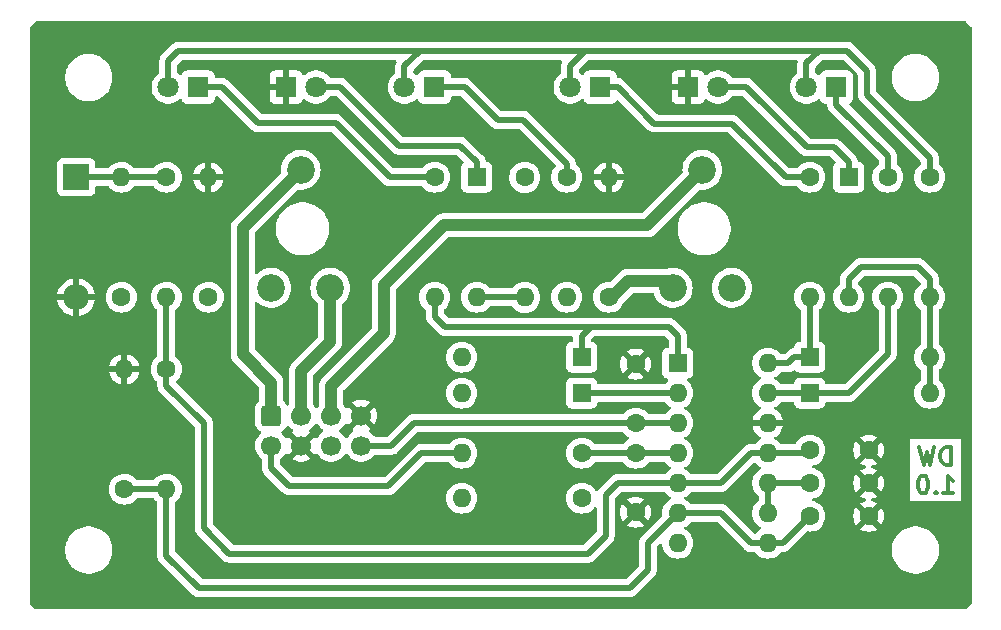
<source format=gbr>
%TF.GenerationSoftware,KiCad,Pcbnew,8.0.8*%
%TF.CreationDate,2025-01-24T23:50:33+01:00*%
%TF.ProjectId,Bias,42696173-2e6b-4696-9361-645f70636258,rev?*%
%TF.SameCoordinates,Original*%
%TF.FileFunction,Copper,L2,Bot*%
%TF.FilePolarity,Positive*%
%FSLAX46Y46*%
G04 Gerber Fmt 4.6, Leading zero omitted, Abs format (unit mm)*
G04 Created by KiCad (PCBNEW 8.0.8) date 2025-01-24 23:50:34*
%MOMM*%
%LPD*%
G01*
G04 APERTURE LIST*
G04 Aperture macros list*
%AMRoundRect*
0 Rectangle with rounded corners*
0 $1 Rounding radius*
0 $2 $3 $4 $5 $6 $7 $8 $9 X,Y pos of 4 corners*
0 Add a 4 corners polygon primitive as box body*
4,1,4,$2,$3,$4,$5,$6,$7,$8,$9,$2,$3,0*
0 Add four circle primitives for the rounded corners*
1,1,$1+$1,$2,$3*
1,1,$1+$1,$4,$5*
1,1,$1+$1,$6,$7*
1,1,$1+$1,$8,$9*
0 Add four rect primitives between the rounded corners*
20,1,$1+$1,$2,$3,$4,$5,0*
20,1,$1+$1,$4,$5,$6,$7,0*
20,1,$1+$1,$6,$7,$8,$9,0*
20,1,$1+$1,$8,$9,$2,$3,0*%
G04 Aperture macros list end*
%ADD10C,0.300000*%
%TA.AperFunction,NonConductor*%
%ADD11C,0.300000*%
%TD*%
%TA.AperFunction,ComponentPad*%
%ADD12R,1.600000X1.600000*%
%TD*%
%TA.AperFunction,ComponentPad*%
%ADD13O,1.600000X1.600000*%
%TD*%
%TA.AperFunction,ComponentPad*%
%ADD14C,1.600000*%
%TD*%
%TA.AperFunction,ComponentPad*%
%ADD15R,1.800000X1.800000*%
%TD*%
%TA.AperFunction,ComponentPad*%
%ADD16C,1.800000*%
%TD*%
%TA.AperFunction,ComponentPad*%
%ADD17R,2.200000X2.200000*%
%TD*%
%TA.AperFunction,ComponentPad*%
%ADD18O,2.200000X2.200000*%
%TD*%
%TA.AperFunction,ComponentPad*%
%ADD19C,2.340000*%
%TD*%
%TA.AperFunction,ComponentPad*%
%ADD20RoundRect,0.250000X-0.600000X0.600000X-0.600000X-0.600000X0.600000X-0.600000X0.600000X0.600000X0*%
%TD*%
%TA.AperFunction,ComponentPad*%
%ADD21C,1.700000*%
%TD*%
%TA.AperFunction,ViaPad*%
%ADD22C,0.600000*%
%TD*%
%TA.AperFunction,Conductor*%
%ADD23C,0.500000*%
%TD*%
%TA.AperFunction,Conductor*%
%ADD24C,1.000000*%
%TD*%
G04 APERTURE END LIST*
D10*
D11*
X218166000Y-100054870D02*
X218166000Y-98554870D01*
X218166000Y-98554870D02*
X217808857Y-98554870D01*
X217808857Y-98554870D02*
X217594571Y-98626299D01*
X217594571Y-98626299D02*
X217451714Y-98769156D01*
X217451714Y-98769156D02*
X217380285Y-98912013D01*
X217380285Y-98912013D02*
X217308857Y-99197727D01*
X217308857Y-99197727D02*
X217308857Y-99412013D01*
X217308857Y-99412013D02*
X217380285Y-99697727D01*
X217380285Y-99697727D02*
X217451714Y-99840584D01*
X217451714Y-99840584D02*
X217594571Y-99983442D01*
X217594571Y-99983442D02*
X217808857Y-100054870D01*
X217808857Y-100054870D02*
X218166000Y-100054870D01*
X216808857Y-98554870D02*
X216451714Y-100054870D01*
X216451714Y-100054870D02*
X216166000Y-98983442D01*
X216166000Y-98983442D02*
X215880285Y-100054870D01*
X215880285Y-100054870D02*
X215523143Y-98554870D01*
X217558856Y-102469786D02*
X218415999Y-102469786D01*
X217987428Y-102469786D02*
X217987428Y-100969786D01*
X217987428Y-100969786D02*
X218130285Y-101184072D01*
X218130285Y-101184072D02*
X218273142Y-101326929D01*
X218273142Y-101326929D02*
X218415999Y-101398358D01*
X216916000Y-102326929D02*
X216844571Y-102398358D01*
X216844571Y-102398358D02*
X216916000Y-102469786D01*
X216916000Y-102469786D02*
X216987428Y-102398358D01*
X216987428Y-102398358D02*
X216916000Y-102326929D01*
X216916000Y-102326929D02*
X216916000Y-102469786D01*
X215915999Y-100969786D02*
X215773142Y-100969786D01*
X215773142Y-100969786D02*
X215630285Y-101041215D01*
X215630285Y-101041215D02*
X215558857Y-101112643D01*
X215558857Y-101112643D02*
X215487428Y-101255500D01*
X215487428Y-101255500D02*
X215415999Y-101541215D01*
X215415999Y-101541215D02*
X215415999Y-101898358D01*
X215415999Y-101898358D02*
X215487428Y-102184072D01*
X215487428Y-102184072D02*
X215558857Y-102326929D01*
X215558857Y-102326929D02*
X215630285Y-102398358D01*
X215630285Y-102398358D02*
X215773142Y-102469786D01*
X215773142Y-102469786D02*
X215915999Y-102469786D01*
X215915999Y-102469786D02*
X216058857Y-102398358D01*
X216058857Y-102398358D02*
X216130285Y-102326929D01*
X216130285Y-102326929D02*
X216201714Y-102184072D01*
X216201714Y-102184072D02*
X216273142Y-101898358D01*
X216273142Y-101898358D02*
X216273142Y-101541215D01*
X216273142Y-101541215D02*
X216201714Y-101255500D01*
X216201714Y-101255500D02*
X216130285Y-101112643D01*
X216130285Y-101112643D02*
X216058857Y-101041215D01*
X216058857Y-101041215D02*
X215915999Y-100969786D01*
D12*
X195072000Y-91440000D03*
D13*
X195072000Y-93980000D03*
X195072000Y-96520000D03*
X195072000Y-99060000D03*
X195072000Y-101600000D03*
X195072000Y-104140000D03*
X195072000Y-106680000D03*
X202692000Y-106680000D03*
X202692000Y-104140000D03*
X202692000Y-101600000D03*
X202692000Y-99060000D03*
X202692000Y-96520000D03*
X202692000Y-93980000D03*
X202692000Y-91440000D03*
D14*
X191516000Y-96520000D03*
X191516000Y-91520000D03*
X191516000Y-99060000D03*
X191516000Y-104060000D03*
X206248000Y-101600000D03*
X211248000Y-101600000D03*
D12*
X186944000Y-93980000D03*
D13*
X176784000Y-93980000D03*
D15*
X154470000Y-68072000D03*
D16*
X151930000Y-68072000D03*
D12*
X178054000Y-75692000D03*
D13*
X178054000Y-85852000D03*
D15*
X161920000Y-68072000D03*
D16*
X164460000Y-68072000D03*
D12*
X186944000Y-90932000D03*
D13*
X176784000Y-90932000D03*
D15*
X208506000Y-68072000D03*
D16*
X205966000Y-68072000D03*
D12*
X206248000Y-93980000D03*
D13*
X216408000Y-93980000D03*
D12*
X209550000Y-75692000D03*
D13*
X209550000Y-85852000D03*
D12*
X206248000Y-90932000D03*
D13*
X216408000Y-90932000D03*
D17*
X144145000Y-75692000D03*
D18*
X144145000Y-85852000D03*
D14*
X185674000Y-75692000D03*
D13*
X185674000Y-85852000D03*
D14*
X186944000Y-99060000D03*
D13*
X176784000Y-99060000D03*
D14*
X174498000Y-75692000D03*
D13*
X174498000Y-85852000D03*
D14*
X212852000Y-75692000D03*
D13*
X212852000Y-85852000D03*
D14*
X216408000Y-75692000D03*
D13*
X216408000Y-85852000D03*
D14*
X186944000Y-102870000D03*
D13*
X176784000Y-102870000D03*
D14*
X206248000Y-75692000D03*
D13*
X206248000Y-85852000D03*
D14*
X147955000Y-85852000D03*
D13*
X147955000Y-75692000D03*
D14*
X151765000Y-75692000D03*
D13*
X151765000Y-85852000D03*
D14*
X151765000Y-91948000D03*
D13*
X151765000Y-102108000D03*
D14*
X148209000Y-102108000D03*
D13*
X148209000Y-91948000D03*
D14*
X206248000Y-98806000D03*
X211248000Y-98806000D03*
X206248000Y-104394000D03*
X211248000Y-104394000D03*
D15*
X174470000Y-68072000D03*
D16*
X171930000Y-68072000D03*
D14*
X182118000Y-75704700D03*
D13*
X182118000Y-85864700D03*
D15*
X195956000Y-68072000D03*
D16*
X198496000Y-68072000D03*
D15*
X188506000Y-68072000D03*
D16*
X185966000Y-68072000D03*
D14*
X155321000Y-85852000D03*
D13*
X155321000Y-75692000D03*
D14*
X189230000Y-85852000D03*
D13*
X189230000Y-75692000D03*
D19*
X194655000Y-85072000D03*
X197155000Y-75072000D03*
X199655000Y-85072000D03*
X160655000Y-85072000D03*
X163155000Y-75072000D03*
X165655000Y-85072000D03*
D20*
X160655000Y-95885000D03*
D21*
X160655000Y-98425000D03*
X163195000Y-95885000D03*
X163195000Y-98425000D03*
X165735000Y-95885000D03*
X165735000Y-98425000D03*
X168275000Y-95885000D03*
X168275000Y-98425000D03*
D22*
X181610000Y-98552000D03*
X205994000Y-63754000D03*
X199898000Y-102870000D03*
X198628000Y-92456000D03*
X169926000Y-91440000D03*
X156464000Y-104394000D03*
X163195000Y-87122000D03*
X151638000Y-82042000D03*
X164973000Y-108966000D03*
X201168000Y-74422000D03*
X181610000Y-108966000D03*
X217932000Y-96774000D03*
X167640000Y-87122000D03*
X161290000Y-90424000D03*
X197104000Y-85852000D03*
X201168000Y-79756000D03*
X142494000Y-100330000D03*
X141986000Y-64008000D03*
X165100000Y-104394000D03*
X179832000Y-72644000D03*
X182118000Y-78232000D03*
X149860000Y-110744000D03*
X141986000Y-110490000D03*
X201676000Y-71120000D03*
X216916000Y-80772000D03*
X181610000Y-106426000D03*
X191770000Y-86868000D03*
X149987000Y-104394000D03*
X155448000Y-87630000D03*
X198628000Y-106680000D03*
X174498000Y-105156000D03*
X159004000Y-74422000D03*
X174498000Y-100584000D03*
X183896000Y-86868000D03*
X161798000Y-63754000D03*
X209042000Y-110490000D03*
X151765000Y-97282000D03*
X215138000Y-88138000D03*
X155956000Y-90932000D03*
X198628000Y-97282000D03*
X185928000Y-63754000D03*
X193802000Y-80518000D03*
X172212000Y-88392000D03*
X217932000Y-64008000D03*
X166878000Y-79756000D03*
X180848000Y-68072000D03*
X181610000Y-102743000D03*
X209804000Y-81026000D03*
X157988000Y-97282000D03*
X195834000Y-63754000D03*
X174498000Y-95250000D03*
X171958000Y-63754000D03*
X146304000Y-71882000D03*
X217932000Y-110490000D03*
X187452000Y-72136000D03*
X151892000Y-63754000D03*
X208280000Y-88138000D03*
X142494000Y-91186000D03*
X166878000Y-90170000D03*
X170180000Y-99822000D03*
X181610000Y-92456000D03*
X190754000Y-107188000D03*
D23*
X211074000Y-68707000D02*
X216408000Y-74041000D01*
X206883000Y-65024000D02*
X207010000Y-65024000D01*
X185966000Y-66256000D02*
X185966000Y-68072000D01*
X152781000Y-65024000D02*
X151930000Y-65875000D01*
X172720000Y-96520000D02*
X170815000Y-98425000D01*
X195072000Y-96520000D02*
X191516000Y-96520000D01*
X173228000Y-65024000D02*
X187198000Y-65024000D01*
X216408000Y-74041000D02*
X216408000Y-75692000D01*
X207010000Y-65024000D02*
X209423000Y-65024000D01*
X151930000Y-65875000D02*
X151930000Y-68072000D01*
X205966000Y-68072000D02*
X205966000Y-66068000D01*
X191516000Y-96520000D02*
X172720000Y-96520000D01*
X187198000Y-65024000D02*
X185966000Y-66256000D01*
X205966000Y-66068000D02*
X207010000Y-65024000D01*
X173228000Y-65024000D02*
X171930000Y-66322000D01*
X187198000Y-65024000D02*
X206883000Y-65024000D01*
X171930000Y-66322000D02*
X171930000Y-68072000D01*
X211074000Y-66675000D02*
X211074000Y-68707000D01*
X170815000Y-98425000D02*
X168275000Y-98425000D01*
X209423000Y-65024000D02*
X211074000Y-66675000D01*
X173228000Y-65024000D02*
X152781000Y-65024000D01*
X191516000Y-99060000D02*
X195072000Y-99060000D01*
X186944000Y-99060000D02*
X191516000Y-99060000D01*
X202692000Y-101600000D02*
X206248000Y-101600000D01*
X202692000Y-104140000D02*
X202692000Y-101600000D01*
X185674000Y-74549000D02*
X185674000Y-75692000D01*
X177038000Y-68072000D02*
X174470000Y-68072000D01*
X181991000Y-70866000D02*
X185674000Y-74549000D01*
X179832000Y-70866000D02*
X181991000Y-70866000D01*
X177038000Y-68072000D02*
X179832000Y-70866000D01*
X186944000Y-93980000D02*
X195072000Y-93980000D01*
X178054000Y-85852000D02*
X182105300Y-85852000D01*
X156463500Y-68072000D02*
X156460500Y-68075000D01*
X156460500Y-68075000D02*
X156457500Y-68072000D01*
X156457500Y-68072000D02*
X154470000Y-68072000D01*
X156463500Y-68072000D02*
X159511500Y-71120000D01*
X170688000Y-75692000D02*
X174498000Y-75692000D01*
X166116000Y-71120000D02*
X170688000Y-75692000D01*
X159511500Y-71120000D02*
X166116000Y-71120000D01*
X166497000Y-68072000D02*
X171450000Y-73025000D01*
X178054000Y-74422000D02*
X178054000Y-75692000D01*
X166497000Y-68072000D02*
X164460000Y-68072000D01*
X176657000Y-73025000D02*
X178054000Y-74422000D01*
X171450000Y-73025000D02*
X176657000Y-73025000D01*
X194310000Y-88392000D02*
X195072000Y-89154000D01*
X174498000Y-85852000D02*
X174498000Y-87503000D01*
X195072000Y-89154000D02*
X195072000Y-91440000D01*
X175387000Y-88392000D02*
X187706000Y-88392000D01*
X186944000Y-89154000D02*
X187706000Y-88392000D01*
X186944000Y-90932000D02*
X186944000Y-89154000D01*
X187706000Y-88392000D02*
X194310000Y-88392000D01*
X174498000Y-87503000D02*
X175387000Y-88392000D01*
X212852000Y-73914000D02*
X208506000Y-69568000D01*
X208506000Y-69568000D02*
X208506000Y-68072000D01*
X212852000Y-75692000D02*
X212852000Y-73914000D01*
X216408000Y-85852000D02*
X216408000Y-84328000D01*
X210566000Y-83312000D02*
X209550000Y-84328000D01*
X215392000Y-83312000D02*
X210566000Y-83312000D01*
X216408000Y-93980000D02*
X216408000Y-90932000D01*
X216408000Y-90932000D02*
X216408000Y-85852000D01*
X209550000Y-84328000D02*
X209550000Y-85852000D01*
X216408000Y-84328000D02*
X215392000Y-83312000D01*
X209550000Y-93980000D02*
X206248000Y-93980000D01*
X212852000Y-90678000D02*
X209550000Y-93980000D01*
X202692000Y-93980000D02*
X206248000Y-93980000D01*
X212852000Y-85852000D02*
X212852000Y-90678000D01*
X199678962Y-71154962D02*
X193070861Y-71154962D01*
X204216000Y-75692000D02*
X199678962Y-71154962D01*
X206248000Y-75692000D02*
X204216000Y-75692000D01*
X193070861Y-71154962D02*
X189987899Y-68072000D01*
X189987899Y-68072000D02*
X188506000Y-68072000D01*
X200884000Y-68072000D02*
X198496000Y-68072000D01*
X208338150Y-73184212D02*
X205996212Y-73184212D01*
X205996212Y-73184212D02*
X200884000Y-68072000D01*
X209550000Y-75692000D02*
X209550000Y-74396062D01*
X209550000Y-74396062D02*
X208338150Y-73184212D01*
X170561000Y-101854000D02*
X173355000Y-99060000D01*
X160655000Y-100330000D02*
X162179000Y-101854000D01*
X173355000Y-99060000D02*
X176784000Y-99060000D01*
X160655000Y-98425000D02*
X160655000Y-100330000D01*
X162179000Y-101854000D02*
X170561000Y-101854000D01*
D24*
X158242000Y-79985000D02*
X163155000Y-75072000D01*
X158242000Y-90678000D02*
X158242000Y-79985000D01*
X160655000Y-95885000D02*
X160655000Y-93091000D01*
X160655000Y-93091000D02*
X158242000Y-90678000D01*
X165655000Y-89615000D02*
X165655000Y-85072000D01*
X163195000Y-92075000D02*
X163195000Y-95885000D01*
X165655000Y-89615000D02*
X163195000Y-92075000D01*
X170180000Y-88900000D02*
X170180000Y-84836000D01*
X170180000Y-84836000D02*
X175260000Y-79756000D01*
X175260000Y-79756000D02*
X192471000Y-79756000D01*
X165735000Y-95885000D02*
X165735000Y-93345000D01*
X165735000Y-93345000D02*
X170180000Y-88900000D01*
X192471000Y-79756000D02*
X197155000Y-75072000D01*
D23*
X157099000Y-107569000D02*
X154940000Y-105410000D01*
X151765000Y-93345000D02*
X151765000Y-91948000D01*
X189992000Y-101600000D02*
X188976000Y-102616000D01*
X187452000Y-107569000D02*
X157099000Y-107569000D01*
X188976000Y-102616000D02*
X188976000Y-106045000D01*
X201248784Y-99060000D02*
X202692000Y-99060000D01*
X195072000Y-101600000D02*
X198708784Y-101600000D01*
X151765000Y-85852000D02*
X151765000Y-91948000D01*
X202692000Y-99060000D02*
X205994000Y-99060000D01*
X154940000Y-96520000D02*
X151765000Y-93345000D01*
X195072000Y-101600000D02*
X189992000Y-101600000D01*
X188976000Y-106045000D02*
X187452000Y-107569000D01*
X198708784Y-101600000D02*
X201248784Y-99060000D01*
X154940000Y-105410000D02*
X154940000Y-96520000D01*
X154522667Y-110490000D02*
X191008000Y-110490000D01*
X202692000Y-106680000D02*
X203962000Y-106680000D01*
X151765000Y-107732333D02*
X151765000Y-102108000D01*
X192532000Y-108966000D02*
X191008000Y-110490000D01*
X192532000Y-106680000D02*
X192532000Y-108966000D01*
X203962000Y-106680000D02*
X206248000Y-104394000D01*
X201262242Y-106680000D02*
X198722242Y-104140000D01*
X195072000Y-104140000D02*
X192532000Y-106680000D01*
X154522667Y-110490000D02*
X151765000Y-107732333D01*
X198722242Y-104140000D02*
X195072000Y-104140000D01*
X148209000Y-102108000D02*
X151765000Y-102108000D01*
X202692000Y-106680000D02*
X201262242Y-106680000D01*
X204946355Y-90932000D02*
X204438355Y-91440000D01*
X206248000Y-90932000D02*
X204946355Y-90932000D01*
X206248000Y-85852000D02*
X206248000Y-90932000D01*
X204438355Y-91440000D02*
X202692000Y-91440000D01*
X151765000Y-75692000D02*
X147955000Y-75692000D01*
X144145000Y-75692000D02*
X147955000Y-75692000D01*
D24*
X189484000Y-85852000D02*
X190881000Y-84455000D01*
X190881000Y-84455000D02*
X194945000Y-84455000D01*
%TA.AperFunction,Conductor*%
G36*
X201626824Y-99858806D02*
G01*
X201682117Y-99900198D01*
X201682260Y-99900079D01*
X201682770Y-99900686D01*
X201683660Y-99901353D01*
X201685744Y-99904231D01*
X201685799Y-99904296D01*
X201685802Y-99904300D01*
X201847700Y-100066198D01*
X202035251Y-100197523D01*
X202070359Y-100213894D01*
X202074457Y-100215805D01*
X202127742Y-100262722D01*
X202147203Y-100330999D01*
X202126661Y-100398959D01*
X202074457Y-100444195D01*
X202035250Y-100462477D01*
X201847703Y-100593799D01*
X201847697Y-100593804D01*
X201685804Y-100755697D01*
X201685799Y-100755703D01*
X201554477Y-100943250D01*
X201457717Y-101150753D01*
X201457715Y-101150759D01*
X201418859Y-101295772D01*
X201398457Y-101371913D01*
X201378502Y-101600000D01*
X201398457Y-101828087D01*
X201412344Y-101879913D01*
X201457715Y-102049240D01*
X201457717Y-102049246D01*
X201554477Y-102256749D01*
X201685008Y-102443167D01*
X201685802Y-102444300D01*
X201847700Y-102606198D01*
X201879770Y-102628653D01*
X201924099Y-102684110D01*
X201933500Y-102731867D01*
X201933500Y-103008132D01*
X201913498Y-103076253D01*
X201879772Y-103111344D01*
X201847706Y-103133797D01*
X201847697Y-103133804D01*
X201685804Y-103295697D01*
X201685799Y-103295703D01*
X201554477Y-103483250D01*
X201457717Y-103690753D01*
X201457715Y-103690759D01*
X201408028Y-103876195D01*
X201398457Y-103911913D01*
X201378502Y-104140000D01*
X201398457Y-104368087D01*
X201415781Y-104432741D01*
X201457715Y-104589240D01*
X201457717Y-104589246D01*
X201554477Y-104796749D01*
X201639729Y-104918502D01*
X201685802Y-104984300D01*
X201847700Y-105146198D01*
X202035251Y-105277523D01*
X202070181Y-105293811D01*
X202074457Y-105295805D01*
X202127742Y-105342722D01*
X202147203Y-105410999D01*
X202126661Y-105478959D01*
X202074457Y-105524195D01*
X202035250Y-105542477D01*
X201847703Y-105673799D01*
X201847697Y-105673804D01*
X201685792Y-105835709D01*
X201685112Y-105836520D01*
X201684724Y-105836777D01*
X201681912Y-105839590D01*
X201681345Y-105839023D01*
X201625991Y-105875829D01*
X201555003Y-105876935D01*
X201499519Y-105844596D01*
X199205761Y-103550838D01*
X199205757Y-103550834D01*
X199081526Y-103467826D01*
X198943489Y-103410649D01*
X198870218Y-103396074D01*
X198870217Y-103396073D01*
X198796953Y-103381500D01*
X198796948Y-103381500D01*
X196203868Y-103381500D01*
X196135747Y-103361498D01*
X196100656Y-103327772D01*
X196078202Y-103295706D01*
X196078200Y-103295703D01*
X196078198Y-103295700D01*
X195916300Y-103133802D01*
X195888298Y-103114195D01*
X195736825Y-103008132D01*
X195728749Y-103002477D01*
X195689543Y-102984195D01*
X195636258Y-102937279D01*
X195616796Y-102869002D01*
X195637337Y-102801042D01*
X195689543Y-102755805D01*
X195691997Y-102754660D01*
X195728749Y-102737523D01*
X195916300Y-102606198D01*
X196078198Y-102444300D01*
X196094686Y-102420753D01*
X196100656Y-102412228D01*
X196156113Y-102367900D01*
X196203868Y-102358500D01*
X198783485Y-102358500D01*
X198783489Y-102358500D01*
X198783490Y-102358500D01*
X198856760Y-102343925D01*
X198930031Y-102329351D01*
X199068068Y-102272174D01*
X199192299Y-102189166D01*
X201493699Y-99887765D01*
X201556009Y-99853742D01*
X201626824Y-99858806D01*
G37*
%TD.AperFunction*%
%TA.AperFunction,Conductor*%
G36*
X162122021Y-96737442D02*
G01*
X162158483Y-96764857D01*
X162245691Y-96859588D01*
X162271760Y-96887906D01*
X162449424Y-97026189D01*
X162483205Y-97044470D01*
X162533596Y-97094482D01*
X162548949Y-97163799D01*
X162524389Y-97230412D01*
X162483208Y-97266097D01*
X162449700Y-97284230D01*
X162429310Y-97300099D01*
X162429310Y-97300101D01*
X163070051Y-97940842D01*
X163002007Y-97959075D01*
X162887993Y-98024901D01*
X162794901Y-98117993D01*
X162729075Y-98232007D01*
X162710841Y-98300052D01*
X162071921Y-97661132D01*
X162071920Y-97661132D01*
X162030780Y-97724102D01*
X161976776Y-97770190D01*
X161906428Y-97779765D01*
X161842071Y-97749787D01*
X161819822Y-97724111D01*
X161730722Y-97587732D01*
X161578240Y-97422094D01*
X161578238Y-97422093D01*
X161578236Y-97422090D01*
X161543436Y-97395004D01*
X161501966Y-97337379D01*
X161498233Y-97266480D01*
X161533423Y-97204819D01*
X161571763Y-97181669D01*
X161571086Y-97180217D01*
X161577728Y-97177118D01*
X161577738Y-97177115D01*
X161728652Y-97084030D01*
X161854030Y-96958652D01*
X161947115Y-96807738D01*
X161947118Y-96807728D01*
X161950217Y-96801086D01*
X161952126Y-96801976D01*
X161986581Y-96752200D01*
X162052135Y-96724936D01*
X162122021Y-96737442D01*
G37*
%TD.AperFunction*%
%TA.AperFunction,Conductor*%
G36*
X164548225Y-96560669D02*
G01*
X164570480Y-96586353D01*
X164603607Y-96637058D01*
X164659275Y-96722265D01*
X164659279Y-96722270D01*
X164811762Y-96887908D01*
X164852994Y-96920000D01*
X164989424Y-97026189D01*
X165022153Y-97043901D01*
X165022680Y-97044186D01*
X165073071Y-97094200D01*
X165088423Y-97163516D01*
X165063862Y-97230129D01*
X165022680Y-97265813D01*
X164989426Y-97283810D01*
X164989424Y-97283811D01*
X164811762Y-97422091D01*
X164659279Y-97587729D01*
X164570183Y-97724102D01*
X164516179Y-97770190D01*
X164445831Y-97779765D01*
X164381474Y-97749788D01*
X164359218Y-97724102D01*
X164318076Y-97661132D01*
X163679157Y-98300051D01*
X163660925Y-98232007D01*
X163595099Y-98117993D01*
X163502007Y-98024901D01*
X163387993Y-97959075D01*
X163319947Y-97940841D01*
X163960689Y-97300100D01*
X163960688Y-97300099D01*
X163940306Y-97284235D01*
X163940294Y-97284227D01*
X163906792Y-97266097D01*
X163856402Y-97216084D01*
X163841050Y-97146767D01*
X163865611Y-97080154D01*
X163906790Y-97044472D01*
X163940576Y-97026189D01*
X164118240Y-96887906D01*
X164270722Y-96722268D01*
X164359518Y-96586354D01*
X164413520Y-96540268D01*
X164483868Y-96530692D01*
X164548225Y-96560669D01*
G37*
%TD.AperFunction*%
%TA.AperFunction,Conductor*%
G36*
X167809075Y-96077993D02*
G01*
X167874901Y-96192007D01*
X167967993Y-96285099D01*
X168082007Y-96350925D01*
X168150051Y-96369157D01*
X167509310Y-97009898D01*
X167529694Y-97025763D01*
X167529700Y-97025768D01*
X167563206Y-97043900D01*
X167613597Y-97093913D01*
X167628949Y-97163230D01*
X167604389Y-97229843D01*
X167563209Y-97265526D01*
X167529430Y-97283806D01*
X167529424Y-97283811D01*
X167351762Y-97422091D01*
X167199279Y-97587729D01*
X167110483Y-97723643D01*
X167056479Y-97769731D01*
X166986131Y-97779306D01*
X166921774Y-97749329D01*
X166899517Y-97723643D01*
X166810720Y-97587729D01*
X166658237Y-97422091D01*
X166542781Y-97332228D01*
X166480576Y-97283811D01*
X166447319Y-97265813D01*
X166396929Y-97215802D01*
X166381576Y-97146485D01*
X166406136Y-97079872D01*
X166447320Y-97044186D01*
X166447847Y-97043901D01*
X166480576Y-97026189D01*
X166658240Y-96887906D01*
X166810722Y-96722268D01*
X166899816Y-96585898D01*
X166953819Y-96539810D01*
X167024167Y-96530235D01*
X167088524Y-96560212D01*
X167110782Y-96585898D01*
X167151922Y-96648866D01*
X167790841Y-96009946D01*
X167809075Y-96077993D01*
G37*
%TD.AperFunction*%
%TA.AperFunction,Conductor*%
G36*
X219479931Y-62504002D02*
G01*
X219500905Y-62520905D01*
X219927095Y-62947095D01*
X219961121Y-63009407D01*
X219964000Y-63036190D01*
X219964000Y-111715810D01*
X219943998Y-111783931D01*
X219927095Y-111804905D01*
X219500905Y-112231095D01*
X219438593Y-112265121D01*
X219411810Y-112268000D01*
X140760190Y-112268000D01*
X140692069Y-112247998D01*
X140671095Y-112231095D01*
X140244905Y-111804905D01*
X140210879Y-111742593D01*
X140208000Y-111715810D01*
X140208000Y-107135613D01*
X143208700Y-107135613D01*
X143208700Y-107397866D01*
X143242928Y-107657860D01*
X143242930Y-107657867D01*
X143310804Y-107911179D01*
X143411162Y-108153464D01*
X143411163Y-108153465D01*
X143411168Y-108153475D01*
X143542283Y-108380573D01*
X143542287Y-108380579D01*
X143701927Y-108588625D01*
X143701946Y-108588646D01*
X143887353Y-108774053D01*
X143887363Y-108774062D01*
X143887369Y-108774068D01*
X144095423Y-108933714D01*
X144322536Y-109064838D01*
X144564821Y-109165196D01*
X144818133Y-109233070D01*
X144818137Y-109233070D01*
X144818139Y-109233071D01*
X144885148Y-109241892D01*
X145078136Y-109267300D01*
X145078143Y-109267300D01*
X145340377Y-109267300D01*
X145340384Y-109267300D01*
X145575362Y-109236364D01*
X145600380Y-109233071D01*
X145600380Y-109233070D01*
X145600387Y-109233070D01*
X145853699Y-109165196D01*
X146095984Y-109064838D01*
X146323097Y-108933714D01*
X146531151Y-108774068D01*
X146716588Y-108588631D01*
X146876234Y-108380577D01*
X147007358Y-108153464D01*
X147107716Y-107911179D01*
X147175590Y-107657867D01*
X147209820Y-107397864D01*
X147209820Y-107135616D01*
X147175590Y-106875613D01*
X147107716Y-106622301D01*
X147007358Y-106380016D01*
X146973121Y-106320716D01*
X146876236Y-106152906D01*
X146876232Y-106152900D01*
X146716592Y-105944854D01*
X146716590Y-105944852D01*
X146716588Y-105944849D01*
X146716582Y-105944843D01*
X146716573Y-105944833D01*
X146531166Y-105759426D01*
X146531145Y-105759407D01*
X146323099Y-105599767D01*
X146323093Y-105599763D01*
X146095995Y-105468648D01*
X146095990Y-105468645D01*
X146095984Y-105468642D01*
X145853699Y-105368284D01*
X145600387Y-105300410D01*
X145600380Y-105300408D01*
X145340386Y-105266180D01*
X145340384Y-105266180D01*
X145078136Y-105266180D01*
X145078133Y-105266180D01*
X144818139Y-105300408D01*
X144564821Y-105368284D01*
X144322534Y-105468643D01*
X144322524Y-105468648D01*
X144095426Y-105599763D01*
X144095420Y-105599767D01*
X143887374Y-105759407D01*
X143887353Y-105759426D01*
X143701946Y-105944833D01*
X143701927Y-105944854D01*
X143542287Y-106152900D01*
X143542283Y-106152906D01*
X143411168Y-106380004D01*
X143411163Y-106380014D01*
X143411162Y-106380016D01*
X143317850Y-106605290D01*
X143310804Y-106622301D01*
X143242928Y-106875619D01*
X143208700Y-107135613D01*
X140208000Y-107135613D01*
X140208000Y-102108000D01*
X146895502Y-102108000D01*
X146915457Y-102336087D01*
X146938145Y-102420759D01*
X146974715Y-102557240D01*
X146974717Y-102557246D01*
X147071477Y-102764749D01*
X147193460Y-102938959D01*
X147202802Y-102952300D01*
X147364700Y-103114198D01*
X147552251Y-103245523D01*
X147759757Y-103342284D01*
X147980913Y-103401543D01*
X148209000Y-103421498D01*
X148437087Y-103401543D01*
X148658243Y-103342284D01*
X148865749Y-103245523D01*
X149053300Y-103114198D01*
X149215198Y-102952300D01*
X149230686Y-102930181D01*
X149237656Y-102920228D01*
X149293113Y-102875900D01*
X149340868Y-102866500D01*
X150633132Y-102866500D01*
X150701253Y-102886502D01*
X150736344Y-102920228D01*
X150755371Y-102947400D01*
X150758802Y-102952300D01*
X150920700Y-103114198D01*
X150952770Y-103136653D01*
X150997099Y-103192110D01*
X151006500Y-103239867D01*
X151006500Y-107807044D01*
X151008585Y-107817523D01*
X151021074Y-107880309D01*
X151035649Y-107953580D01*
X151092826Y-108091617D01*
X151175834Y-108215848D01*
X154039152Y-111079166D01*
X154163382Y-111162174D01*
X154301420Y-111219351D01*
X154301421Y-111219351D01*
X154301425Y-111219353D01*
X154362310Y-111231462D01*
X154374687Y-111233924D01*
X154374689Y-111233925D01*
X154399002Y-111238761D01*
X154447961Y-111248500D01*
X154447962Y-111248500D01*
X154447966Y-111248500D01*
X191082701Y-111248500D01*
X191082705Y-111248500D01*
X191082706Y-111248500D01*
X191155976Y-111233925D01*
X191229247Y-111219351D01*
X191367284Y-111162174D01*
X191491515Y-111079166D01*
X193121165Y-109449516D01*
X193204173Y-109325285D01*
X193204174Y-109325284D01*
X193261351Y-109187246D01*
X193290500Y-109040706D01*
X193290500Y-107046371D01*
X193310502Y-106978250D01*
X193327400Y-106957280D01*
X193555063Y-106729617D01*
X193617373Y-106695594D01*
X193688188Y-106700658D01*
X193745024Y-106743205D01*
X193769676Y-106807732D01*
X193775616Y-106875619D01*
X193778457Y-106908087D01*
X193826870Y-107088766D01*
X193837715Y-107129240D01*
X193837717Y-107129246D01*
X193934477Y-107336749D01*
X194019729Y-107458502D01*
X194065802Y-107524300D01*
X194227700Y-107686198D01*
X194415251Y-107817523D01*
X194622757Y-107914284D01*
X194843913Y-107973543D01*
X195072000Y-107993498D01*
X195300087Y-107973543D01*
X195521243Y-107914284D01*
X195728749Y-107817523D01*
X195916300Y-107686198D01*
X196078198Y-107524300D01*
X196209523Y-107336749D01*
X196306284Y-107129243D01*
X196365543Y-106908087D01*
X196385498Y-106680000D01*
X196365543Y-106451913D01*
X196306284Y-106230757D01*
X196209523Y-106023251D01*
X196078198Y-105835700D01*
X195916300Y-105673802D01*
X195728749Y-105542477D01*
X195689543Y-105524195D01*
X195636258Y-105477279D01*
X195616796Y-105409002D01*
X195637337Y-105341042D01*
X195689543Y-105295805D01*
X195693819Y-105293811D01*
X195728749Y-105277523D01*
X195916300Y-105146198D01*
X196078198Y-104984300D01*
X196089618Y-104967990D01*
X196100656Y-104952228D01*
X196156113Y-104907900D01*
X196203868Y-104898500D01*
X198355871Y-104898500D01*
X198423992Y-104918502D01*
X198444966Y-104935405D01*
X200673076Y-107163515D01*
X200673077Y-107163516D01*
X200778726Y-107269165D01*
X200902958Y-107352174D01*
X200953355Y-107373049D01*
X201040995Y-107409351D01*
X201114264Y-107423924D01*
X201114265Y-107423925D01*
X201128840Y-107426824D01*
X201187536Y-107438500D01*
X201187537Y-107438500D01*
X201336947Y-107438500D01*
X201560132Y-107438500D01*
X201628253Y-107458502D01*
X201663344Y-107492228D01*
X201685797Y-107524293D01*
X201685802Y-107524300D01*
X201847700Y-107686198D01*
X202035251Y-107817523D01*
X202242757Y-107914284D01*
X202463913Y-107973543D01*
X202692000Y-107993498D01*
X202920087Y-107973543D01*
X203141243Y-107914284D01*
X203348749Y-107817523D01*
X203536300Y-107686198D01*
X203698198Y-107524300D01*
X203709618Y-107507990D01*
X203720656Y-107492228D01*
X203776113Y-107447900D01*
X203823868Y-107438500D01*
X204036701Y-107438500D01*
X204036705Y-107438500D01*
X204036706Y-107438500D01*
X204109976Y-107423925D01*
X204183247Y-107409351D01*
X204321284Y-107352174D01*
X204445515Y-107269166D01*
X204579068Y-107135613D01*
X213208560Y-107135613D01*
X213208560Y-107397866D01*
X213242788Y-107657860D01*
X213242790Y-107657867D01*
X213310664Y-107911179D01*
X213411022Y-108153464D01*
X213411023Y-108153465D01*
X213411028Y-108153475D01*
X213542143Y-108380573D01*
X213542147Y-108380579D01*
X213701787Y-108588625D01*
X213701806Y-108588646D01*
X213887213Y-108774053D01*
X213887223Y-108774062D01*
X213887229Y-108774068D01*
X214095283Y-108933714D01*
X214322396Y-109064838D01*
X214564681Y-109165196D01*
X214817993Y-109233070D01*
X214817997Y-109233070D01*
X214817999Y-109233071D01*
X214885008Y-109241892D01*
X215077996Y-109267300D01*
X215078003Y-109267300D01*
X215340237Y-109267300D01*
X215340244Y-109267300D01*
X215575222Y-109236364D01*
X215600240Y-109233071D01*
X215600240Y-109233070D01*
X215600247Y-109233070D01*
X215853559Y-109165196D01*
X216095844Y-109064838D01*
X216322957Y-108933714D01*
X216531011Y-108774068D01*
X216716448Y-108588631D01*
X216876094Y-108380577D01*
X217007218Y-108153464D01*
X217107576Y-107911179D01*
X217175450Y-107657867D01*
X217209680Y-107397864D01*
X217209680Y-107135616D01*
X217175450Y-106875613D01*
X217107576Y-106622301D01*
X217007218Y-106380016D01*
X216972981Y-106320716D01*
X216876096Y-106152906D01*
X216876092Y-106152900D01*
X216716452Y-105944854D01*
X216716450Y-105944852D01*
X216716448Y-105944849D01*
X216716442Y-105944843D01*
X216716433Y-105944833D01*
X216531026Y-105759426D01*
X216531005Y-105759407D01*
X216322959Y-105599767D01*
X216322953Y-105599763D01*
X216095855Y-105468648D01*
X216095850Y-105468645D01*
X216095844Y-105468642D01*
X215853559Y-105368284D01*
X215600247Y-105300410D01*
X215600240Y-105300408D01*
X215340246Y-105266180D01*
X215340244Y-105266180D01*
X215077996Y-105266180D01*
X215077993Y-105266180D01*
X214817999Y-105300408D01*
X214564681Y-105368284D01*
X214322394Y-105468643D01*
X214322384Y-105468648D01*
X214095286Y-105599763D01*
X214095280Y-105599767D01*
X213887234Y-105759407D01*
X213887213Y-105759426D01*
X213701806Y-105944833D01*
X213701787Y-105944854D01*
X213542147Y-106152900D01*
X213542143Y-106152906D01*
X213411028Y-106380004D01*
X213411023Y-106380014D01*
X213411022Y-106380016D01*
X213317710Y-106605290D01*
X213310664Y-106622301D01*
X213242788Y-106875619D01*
X213208560Y-107135613D01*
X204579068Y-107135613D01*
X205985012Y-105729667D01*
X206047321Y-105695645D01*
X206085081Y-105693244D01*
X206248000Y-105707498D01*
X206476087Y-105687543D01*
X206697243Y-105628284D01*
X206904749Y-105531523D01*
X207092300Y-105400198D01*
X207254198Y-105238300D01*
X207385523Y-105050749D01*
X207482284Y-104843243D01*
X207541543Y-104622087D01*
X207561498Y-104394000D01*
X207541543Y-104165913D01*
X207482284Y-103944757D01*
X207385523Y-103737251D01*
X207254198Y-103549700D01*
X207092300Y-103387802D01*
X207012762Y-103332109D01*
X206904749Y-103256477D01*
X206697246Y-103159717D01*
X206697240Y-103159715D01*
X206661863Y-103150235D01*
X206544192Y-103118705D01*
X206483571Y-103081755D01*
X206452550Y-103017895D01*
X206460978Y-102947400D01*
X206506181Y-102892653D01*
X206544190Y-102875294D01*
X206697243Y-102834284D01*
X206904749Y-102737523D01*
X207092300Y-102606198D01*
X207254198Y-102444300D01*
X207385523Y-102256749D01*
X207482284Y-102049243D01*
X207541543Y-101828087D01*
X207561498Y-101600000D01*
X207541543Y-101371913D01*
X207482284Y-101150757D01*
X207385523Y-100943251D01*
X207254198Y-100755700D01*
X207092300Y-100593802D01*
X207031532Y-100551252D01*
X206904749Y-100462477D01*
X206697246Y-100365717D01*
X206697240Y-100365715D01*
X206651809Y-100353542D01*
X206544192Y-100324705D01*
X206483571Y-100287755D01*
X206452550Y-100223895D01*
X206460978Y-100153400D01*
X206506181Y-100098653D01*
X206544190Y-100081294D01*
X206697243Y-100040284D01*
X206904749Y-99943523D01*
X207092300Y-99812198D01*
X207254198Y-99650300D01*
X207385523Y-99462749D01*
X207482284Y-99255243D01*
X207541543Y-99034087D01*
X207561498Y-98806000D01*
X209935004Y-98806000D01*
X209954951Y-99034002D01*
X210014186Y-99255068D01*
X210014188Y-99255073D01*
X210110913Y-99462501D01*
X210160899Y-99533888D01*
X210848000Y-98846788D01*
X210848000Y-98858661D01*
X210875259Y-98960394D01*
X210927920Y-99051606D01*
X211002394Y-99126080D01*
X211093606Y-99178741D01*
X211195339Y-99206000D01*
X211207210Y-99206000D01*
X210520110Y-99893098D01*
X210520110Y-99893100D01*
X210591498Y-99943086D01*
X210798926Y-100039811D01*
X210798931Y-100039813D01*
X210953734Y-100081293D01*
X211014357Y-100118245D01*
X211045378Y-100182106D01*
X211036950Y-100252600D01*
X210991747Y-100307347D01*
X210953734Y-100324707D01*
X210798931Y-100366186D01*
X210798926Y-100366188D01*
X210591500Y-100462913D01*
X210520109Y-100512900D01*
X211207209Y-101200000D01*
X211195339Y-101200000D01*
X211093606Y-101227259D01*
X211002394Y-101279920D01*
X210927920Y-101354394D01*
X210875259Y-101445606D01*
X210848000Y-101547339D01*
X210848000Y-101559209D01*
X210160900Y-100872109D01*
X210110913Y-100943500D01*
X210014188Y-101150926D01*
X210014186Y-101150931D01*
X209954951Y-101371997D01*
X209935004Y-101600000D01*
X209954951Y-101828002D01*
X210014186Y-102049068D01*
X210014188Y-102049073D01*
X210110913Y-102256501D01*
X210160899Y-102327888D01*
X210848000Y-101640788D01*
X210848000Y-101652661D01*
X210875259Y-101754394D01*
X210927920Y-101845606D01*
X211002394Y-101920080D01*
X211093606Y-101972741D01*
X211195339Y-102000000D01*
X211207210Y-102000000D01*
X210520110Y-102687098D01*
X210520110Y-102687100D01*
X210591498Y-102737086D01*
X210798926Y-102833811D01*
X210798931Y-102833813D01*
X210953734Y-102875293D01*
X211014357Y-102912245D01*
X211045378Y-102976106D01*
X211036950Y-103046600D01*
X210991747Y-103101347D01*
X210953734Y-103118707D01*
X210798931Y-103160186D01*
X210798926Y-103160188D01*
X210591500Y-103256913D01*
X210520109Y-103306900D01*
X211207209Y-103994000D01*
X211195339Y-103994000D01*
X211093606Y-104021259D01*
X211002394Y-104073920D01*
X210927920Y-104148394D01*
X210875259Y-104239606D01*
X210848000Y-104341339D01*
X210848000Y-104353209D01*
X210160900Y-103666109D01*
X210110913Y-103737500D01*
X210014188Y-103944926D01*
X210014186Y-103944931D01*
X209954951Y-104165997D01*
X209935004Y-104394000D01*
X209954951Y-104622002D01*
X210014186Y-104843068D01*
X210014188Y-104843073D01*
X210110913Y-105050501D01*
X210160899Y-105121888D01*
X210848000Y-104434788D01*
X210848000Y-104446661D01*
X210875259Y-104548394D01*
X210927920Y-104639606D01*
X211002394Y-104714080D01*
X211093606Y-104766741D01*
X211195339Y-104794000D01*
X211207210Y-104794000D01*
X210520110Y-105481098D01*
X210520110Y-105481100D01*
X210591498Y-105531086D01*
X210798926Y-105627811D01*
X210798931Y-105627813D01*
X211019999Y-105687048D01*
X211019995Y-105687048D01*
X211248000Y-105706995D01*
X211476002Y-105687048D01*
X211697068Y-105627813D01*
X211697073Y-105627811D01*
X211904497Y-105531088D01*
X211975888Y-105481099D01*
X211975888Y-105481097D01*
X211288791Y-104794000D01*
X211300661Y-104794000D01*
X211402394Y-104766741D01*
X211493606Y-104714080D01*
X211568080Y-104639606D01*
X211620741Y-104548394D01*
X211648000Y-104446661D01*
X211648000Y-104434791D01*
X212335097Y-105121888D01*
X212335099Y-105121888D01*
X212385088Y-105050497D01*
X212481811Y-104843073D01*
X212481813Y-104843068D01*
X212541048Y-104622002D01*
X212560995Y-104394000D01*
X212541048Y-104165997D01*
X212481813Y-103944931D01*
X212481811Y-103944926D01*
X212385086Y-103737498D01*
X212335100Y-103666110D01*
X212335098Y-103666110D01*
X211648000Y-104353208D01*
X211648000Y-104341339D01*
X211620741Y-104239606D01*
X211568080Y-104148394D01*
X211493606Y-104073920D01*
X211402394Y-104021259D01*
X211300661Y-103994000D01*
X211288790Y-103994000D01*
X211975888Y-103306899D01*
X211975888Y-103306898D01*
X211904501Y-103256913D01*
X211697073Y-103160188D01*
X211697068Y-103160186D01*
X211603113Y-103135011D01*
X214749795Y-103135011D01*
X219081224Y-103135011D01*
X219081224Y-97888601D01*
X214749795Y-97888601D01*
X214749795Y-103135011D01*
X211603113Y-103135011D01*
X211542265Y-103118707D01*
X211481642Y-103081755D01*
X211450621Y-103017895D01*
X211459049Y-102947400D01*
X211504252Y-102892653D01*
X211542265Y-102875293D01*
X211697068Y-102833813D01*
X211697073Y-102833811D01*
X211904497Y-102737088D01*
X211975888Y-102687099D01*
X211975888Y-102687097D01*
X211288791Y-102000000D01*
X211300661Y-102000000D01*
X211402394Y-101972741D01*
X211493606Y-101920080D01*
X211568080Y-101845606D01*
X211620741Y-101754394D01*
X211648000Y-101652661D01*
X211648000Y-101640791D01*
X212335097Y-102327888D01*
X212335099Y-102327888D01*
X212385088Y-102256497D01*
X212481811Y-102049073D01*
X212481813Y-102049068D01*
X212541048Y-101828002D01*
X212560995Y-101600000D01*
X212541048Y-101371997D01*
X212481813Y-101150931D01*
X212481811Y-101150926D01*
X212385086Y-100943498D01*
X212335100Y-100872110D01*
X212335098Y-100872110D01*
X211648000Y-101559208D01*
X211648000Y-101547339D01*
X211620741Y-101445606D01*
X211568080Y-101354394D01*
X211493606Y-101279920D01*
X211402394Y-101227259D01*
X211300661Y-101200000D01*
X211288790Y-101200000D01*
X211975888Y-100512899D01*
X211975888Y-100512898D01*
X211904501Y-100462913D01*
X211697073Y-100366188D01*
X211697068Y-100366186D01*
X211542265Y-100324707D01*
X211481642Y-100287755D01*
X211450621Y-100223895D01*
X211459049Y-100153400D01*
X211504252Y-100098653D01*
X211542265Y-100081293D01*
X211697068Y-100039813D01*
X211697073Y-100039811D01*
X211904497Y-99943088D01*
X211975888Y-99893099D01*
X211975888Y-99893097D01*
X211288791Y-99206000D01*
X211300661Y-99206000D01*
X211402394Y-99178741D01*
X211493606Y-99126080D01*
X211568080Y-99051606D01*
X211620741Y-98960394D01*
X211648000Y-98858661D01*
X211648000Y-98846791D01*
X212335097Y-99533888D01*
X212335099Y-99533888D01*
X212385088Y-99462497D01*
X212481811Y-99255073D01*
X212481813Y-99255068D01*
X212541048Y-99034002D01*
X212560995Y-98806000D01*
X212541048Y-98577997D01*
X212481813Y-98356931D01*
X212481811Y-98356926D01*
X212385086Y-98149498D01*
X212335100Y-98078110D01*
X212335098Y-98078110D01*
X211648000Y-98765208D01*
X211648000Y-98753339D01*
X211620741Y-98651606D01*
X211568080Y-98560394D01*
X211493606Y-98485920D01*
X211402394Y-98433259D01*
X211300661Y-98406000D01*
X211288790Y-98406000D01*
X211975888Y-97718899D01*
X211975888Y-97718898D01*
X211904501Y-97668913D01*
X211697073Y-97572188D01*
X211697068Y-97572186D01*
X211476000Y-97512951D01*
X211476004Y-97512951D01*
X211248000Y-97493004D01*
X211019997Y-97512951D01*
X210798931Y-97572186D01*
X210798926Y-97572188D01*
X210591500Y-97668913D01*
X210520109Y-97718900D01*
X211207209Y-98406000D01*
X211195339Y-98406000D01*
X211093606Y-98433259D01*
X211002394Y-98485920D01*
X210927920Y-98560394D01*
X210875259Y-98651606D01*
X210848000Y-98753339D01*
X210848000Y-98765209D01*
X210160900Y-98078109D01*
X210110913Y-98149500D01*
X210014188Y-98356926D01*
X210014186Y-98356931D01*
X209954951Y-98577997D01*
X209935004Y-98806000D01*
X207561498Y-98806000D01*
X207541543Y-98577913D01*
X207482284Y-98356757D01*
X207385523Y-98149251D01*
X207254198Y-97961700D01*
X207092300Y-97799802D01*
X207079335Y-97790724D01*
X206904749Y-97668477D01*
X206697246Y-97571717D01*
X206697240Y-97571715D01*
X206527376Y-97526200D01*
X206476087Y-97512457D01*
X206248000Y-97492502D01*
X206019913Y-97512457D01*
X205798759Y-97571715D01*
X205798753Y-97571717D01*
X205591250Y-97668477D01*
X205403703Y-97799799D01*
X205403697Y-97799804D01*
X205241804Y-97961697D01*
X205241799Y-97961703D01*
X205110477Y-98149250D01*
X205073407Y-98228749D01*
X205026490Y-98282035D01*
X204959212Y-98301500D01*
X203823868Y-98301500D01*
X203755747Y-98281498D01*
X203720656Y-98247772D01*
X203698202Y-98215706D01*
X203698200Y-98215703D01*
X203698198Y-98215700D01*
X203536300Y-98053802D01*
X203348749Y-97922477D01*
X203308951Y-97903919D01*
X203255666Y-97857002D01*
X203236205Y-97788725D01*
X203256747Y-97720765D01*
X203308951Y-97675529D01*
X203348498Y-97657087D01*
X203535974Y-97525815D01*
X203535980Y-97525810D01*
X203697810Y-97363980D01*
X203697815Y-97363974D01*
X203829087Y-97176498D01*
X203925811Y-96969073D01*
X203925813Y-96969068D01*
X203978082Y-96774000D01*
X203003686Y-96774000D01*
X203012080Y-96765606D01*
X203064741Y-96674394D01*
X203092000Y-96572661D01*
X203092000Y-96467339D01*
X203064741Y-96365606D01*
X203012080Y-96274394D01*
X203003686Y-96266000D01*
X203978082Y-96266000D01*
X203925813Y-96070931D01*
X203925811Y-96070926D01*
X203829087Y-95863501D01*
X203697815Y-95676025D01*
X203697810Y-95676019D01*
X203535980Y-95514189D01*
X203535974Y-95514184D01*
X203348497Y-95382911D01*
X203308949Y-95364469D01*
X203255665Y-95317551D01*
X203236205Y-95249273D01*
X203256748Y-95181314D01*
X203308950Y-95136081D01*
X203348749Y-95117523D01*
X203536300Y-94986198D01*
X203698198Y-94824300D01*
X203709618Y-94807990D01*
X203720656Y-94792228D01*
X203776113Y-94747900D01*
X203823868Y-94738500D01*
X204816629Y-94738500D01*
X204884750Y-94758502D01*
X204931243Y-94812158D01*
X204941907Y-94851032D01*
X204946009Y-94889196D01*
X204946011Y-94889204D01*
X204997110Y-95026202D01*
X204997112Y-95026207D01*
X205084738Y-95143261D01*
X205201792Y-95230887D01*
X205201794Y-95230888D01*
X205201796Y-95230889D01*
X205256447Y-95251273D01*
X205338795Y-95281988D01*
X205338803Y-95281990D01*
X205399350Y-95288499D01*
X205399355Y-95288499D01*
X205399362Y-95288500D01*
X205399368Y-95288500D01*
X207096632Y-95288500D01*
X207096638Y-95288500D01*
X207096645Y-95288499D01*
X207096649Y-95288499D01*
X207157196Y-95281990D01*
X207157199Y-95281989D01*
X207157201Y-95281989D01*
X207294204Y-95230889D01*
X207300125Y-95226457D01*
X207411261Y-95143261D01*
X207498887Y-95026207D01*
X207498887Y-95026206D01*
X207498889Y-95026204D01*
X207549989Y-94889201D01*
X207549990Y-94889196D01*
X207554093Y-94851032D01*
X207581262Y-94785439D01*
X207639580Y-94744948D01*
X207679371Y-94738500D01*
X209624701Y-94738500D01*
X209624705Y-94738500D01*
X209624706Y-94738500D01*
X209697976Y-94723925D01*
X209771247Y-94709351D01*
X209909284Y-94652174D01*
X210033515Y-94569166D01*
X213441165Y-91161516D01*
X213499365Y-91074413D01*
X213524174Y-91037284D01*
X213581351Y-90899246D01*
X213610500Y-90752706D01*
X213610500Y-86983867D01*
X213630502Y-86915746D01*
X213664228Y-86880654D01*
X213696300Y-86858198D01*
X213858198Y-86696300D01*
X213989523Y-86508749D01*
X214086284Y-86301243D01*
X214145543Y-86080087D01*
X214165498Y-85852000D01*
X214145543Y-85623913D01*
X214086284Y-85402757D01*
X213989523Y-85195251D01*
X213858198Y-85007700D01*
X213696300Y-84845802D01*
X213508749Y-84714477D01*
X213328481Y-84630417D01*
X213301246Y-84617717D01*
X213301240Y-84617715D01*
X213207771Y-84592670D01*
X213080087Y-84558457D01*
X212852000Y-84538502D01*
X212623913Y-84558457D01*
X212402759Y-84617715D01*
X212402753Y-84617717D01*
X212195250Y-84714477D01*
X212007703Y-84845799D01*
X212007697Y-84845804D01*
X211845804Y-85007697D01*
X211845799Y-85007703D01*
X211714477Y-85195250D01*
X211617717Y-85402753D01*
X211617715Y-85402759D01*
X211614314Y-85415453D01*
X211558457Y-85623913D01*
X211538502Y-85852000D01*
X211558457Y-86080087D01*
X211587830Y-86189708D01*
X211617715Y-86301240D01*
X211617717Y-86301246D01*
X211714477Y-86508749D01*
X211799729Y-86630502D01*
X211845802Y-86696300D01*
X212007700Y-86858198D01*
X212039770Y-86880653D01*
X212084099Y-86936110D01*
X212093500Y-86983867D01*
X212093500Y-90311629D01*
X212073498Y-90379750D01*
X212056595Y-90400724D01*
X209272724Y-93184595D01*
X209210412Y-93218621D01*
X209183629Y-93221500D01*
X207679371Y-93221500D01*
X207611250Y-93201498D01*
X207564757Y-93147842D01*
X207554093Y-93108968D01*
X207549990Y-93070803D01*
X207549988Y-93070795D01*
X207513811Y-92973804D01*
X207498889Y-92933796D01*
X207498888Y-92933794D01*
X207498887Y-92933792D01*
X207411261Y-92816738D01*
X207294207Y-92729112D01*
X207294202Y-92729110D01*
X207157204Y-92678011D01*
X207157196Y-92678009D01*
X207096649Y-92671500D01*
X207096638Y-92671500D01*
X205399362Y-92671500D01*
X205399350Y-92671500D01*
X205338803Y-92678009D01*
X205338795Y-92678011D01*
X205201797Y-92729110D01*
X205201792Y-92729112D01*
X205084738Y-92816738D01*
X204997112Y-92933792D01*
X204997110Y-92933797D01*
X204946011Y-93070795D01*
X204946009Y-93070803D01*
X204941907Y-93108968D01*
X204914738Y-93174561D01*
X204856420Y-93215052D01*
X204816629Y-93221500D01*
X203823868Y-93221500D01*
X203755747Y-93201498D01*
X203720656Y-93167772D01*
X203698202Y-93135706D01*
X203698200Y-93135703D01*
X203698198Y-93135700D01*
X203536300Y-92973802D01*
X203536291Y-92973796D01*
X203352936Y-92845409D01*
X203348749Y-92842477D01*
X203309543Y-92824195D01*
X203256258Y-92777279D01*
X203236796Y-92709002D01*
X203257337Y-92641042D01*
X203309543Y-92595805D01*
X203311997Y-92594660D01*
X203348749Y-92577523D01*
X203536300Y-92446198D01*
X203698198Y-92284300D01*
X203709618Y-92267990D01*
X203720656Y-92252228D01*
X203776113Y-92207900D01*
X203823868Y-92198500D01*
X204513061Y-92198500D01*
X204591542Y-92182889D01*
X204659602Y-92169351D01*
X204797639Y-92112174D01*
X204898156Y-92045011D01*
X204965906Y-92023797D01*
X205034373Y-92042580D01*
X205069022Y-92074267D01*
X205084737Y-92095260D01*
X205201792Y-92182887D01*
X205201794Y-92182888D01*
X205201796Y-92182889D01*
X205253034Y-92202000D01*
X205338795Y-92233988D01*
X205338803Y-92233990D01*
X205399350Y-92240499D01*
X205399355Y-92240499D01*
X205399362Y-92240500D01*
X205399368Y-92240500D01*
X207096632Y-92240500D01*
X207096638Y-92240500D01*
X207096645Y-92240499D01*
X207096649Y-92240499D01*
X207157196Y-92233990D01*
X207157199Y-92233989D01*
X207157201Y-92233989D01*
X207294204Y-92182889D01*
X207302738Y-92176501D01*
X207411261Y-92095261D01*
X207498887Y-91978207D01*
X207498887Y-91978206D01*
X207498889Y-91978204D01*
X207549989Y-91841201D01*
X207556480Y-91780830D01*
X207556499Y-91780649D01*
X207556500Y-91780632D01*
X207556500Y-90083367D01*
X207556499Y-90083350D01*
X207549990Y-90022803D01*
X207549988Y-90022795D01*
X207513811Y-89925804D01*
X207498889Y-89885796D01*
X207498888Y-89885794D01*
X207498887Y-89885792D01*
X207411261Y-89768738D01*
X207294207Y-89681112D01*
X207294202Y-89681110D01*
X207157204Y-89630011D01*
X207157196Y-89630009D01*
X207119032Y-89625907D01*
X207053439Y-89598738D01*
X207012948Y-89540420D01*
X207006500Y-89500629D01*
X207006500Y-86983867D01*
X207026502Y-86915746D01*
X207060228Y-86880654D01*
X207092300Y-86858198D01*
X207254198Y-86696300D01*
X207385523Y-86508749D01*
X207482284Y-86301243D01*
X207541543Y-86080087D01*
X207561498Y-85852000D01*
X208236502Y-85852000D01*
X208256457Y-86080087D01*
X208285830Y-86189708D01*
X208315715Y-86301240D01*
X208315717Y-86301246D01*
X208412477Y-86508749D01*
X208497729Y-86630502D01*
X208543802Y-86696300D01*
X208705700Y-86858198D01*
X208893251Y-86989523D01*
X209100757Y-87086284D01*
X209321913Y-87145543D01*
X209550000Y-87165498D01*
X209778087Y-87145543D01*
X209999243Y-87086284D01*
X210206749Y-86989523D01*
X210394300Y-86858198D01*
X210556198Y-86696300D01*
X210687523Y-86508749D01*
X210784284Y-86301243D01*
X210843543Y-86080087D01*
X210863498Y-85852000D01*
X210843543Y-85623913D01*
X210784284Y-85402757D01*
X210687523Y-85195251D01*
X210556198Y-85007700D01*
X210394300Y-84845802D01*
X210394293Y-84845797D01*
X210362228Y-84823344D01*
X210317900Y-84767887D01*
X210308500Y-84720132D01*
X210308500Y-84694371D01*
X210328502Y-84626250D01*
X210345405Y-84605276D01*
X210843276Y-84107405D01*
X210905588Y-84073379D01*
X210932371Y-84070500D01*
X215025629Y-84070500D01*
X215093750Y-84090502D01*
X215114724Y-84107405D01*
X215612595Y-84605276D01*
X215646621Y-84667588D01*
X215649500Y-84694371D01*
X215649500Y-84720132D01*
X215629498Y-84788253D01*
X215595772Y-84823344D01*
X215563706Y-84845797D01*
X215563697Y-84845804D01*
X215401804Y-85007697D01*
X215401799Y-85007703D01*
X215270477Y-85195250D01*
X215173717Y-85402753D01*
X215173715Y-85402759D01*
X215170314Y-85415453D01*
X215114457Y-85623913D01*
X215094502Y-85852000D01*
X215114457Y-86080087D01*
X215143830Y-86189708D01*
X215173715Y-86301240D01*
X215173717Y-86301246D01*
X215270477Y-86508749D01*
X215355729Y-86630502D01*
X215401802Y-86696300D01*
X215563700Y-86858198D01*
X215595770Y-86880653D01*
X215640099Y-86936110D01*
X215649500Y-86983867D01*
X215649500Y-89800132D01*
X215629498Y-89868253D01*
X215595772Y-89903344D01*
X215563706Y-89925797D01*
X215563697Y-89925804D01*
X215401804Y-90087697D01*
X215401799Y-90087703D01*
X215270477Y-90275250D01*
X215173717Y-90482753D01*
X215173715Y-90482759D01*
X215143453Y-90595700D01*
X215114457Y-90703913D01*
X215094502Y-90932000D01*
X215114457Y-91160087D01*
X215114840Y-91161516D01*
X215173715Y-91381240D01*
X215173717Y-91381246D01*
X215270477Y-91588749D01*
X215326029Y-91668086D01*
X215401802Y-91776300D01*
X215563700Y-91938198D01*
X215595770Y-91960653D01*
X215640099Y-92016110D01*
X215649500Y-92063867D01*
X215649500Y-92848132D01*
X215629498Y-92916253D01*
X215595772Y-92951344D01*
X215563706Y-92973797D01*
X215563697Y-92973804D01*
X215401804Y-93135697D01*
X215401799Y-93135703D01*
X215270477Y-93323250D01*
X215173717Y-93530753D01*
X215173715Y-93530759D01*
X215114457Y-93751913D01*
X215094502Y-93980000D01*
X215114457Y-94208086D01*
X215173715Y-94429240D01*
X215173717Y-94429246D01*
X215270477Y-94636749D01*
X215356848Y-94760100D01*
X215401802Y-94824300D01*
X215563700Y-94986198D01*
X215751251Y-95117523D01*
X215958757Y-95214284D01*
X216179913Y-95273543D01*
X216408000Y-95293498D01*
X216636087Y-95273543D01*
X216857243Y-95214284D01*
X217064749Y-95117523D01*
X217252300Y-94986198D01*
X217414198Y-94824300D01*
X217545523Y-94636749D01*
X217642284Y-94429243D01*
X217701543Y-94208087D01*
X217721498Y-93980000D01*
X217701543Y-93751913D01*
X217642284Y-93530757D01*
X217545523Y-93323251D01*
X217414198Y-93135700D01*
X217252300Y-92973802D01*
X217252293Y-92973797D01*
X217220228Y-92951344D01*
X217175900Y-92895887D01*
X217166500Y-92848132D01*
X217166500Y-92063867D01*
X217186502Y-91995746D01*
X217220228Y-91960654D01*
X217252300Y-91938198D01*
X217414198Y-91776300D01*
X217545523Y-91588749D01*
X217642284Y-91381243D01*
X217701543Y-91160087D01*
X217721498Y-90932000D01*
X217701543Y-90703913D01*
X217642284Y-90482757D01*
X217545523Y-90275251D01*
X217414198Y-90087700D01*
X217252300Y-89925802D01*
X217252293Y-89925797D01*
X217220228Y-89903344D01*
X217175900Y-89847887D01*
X217166500Y-89800132D01*
X217166500Y-86983867D01*
X217186502Y-86915746D01*
X217220228Y-86880654D01*
X217252300Y-86858198D01*
X217414198Y-86696300D01*
X217545523Y-86508749D01*
X217642284Y-86301243D01*
X217701543Y-86080087D01*
X217721498Y-85852000D01*
X217701543Y-85623913D01*
X217642284Y-85402757D01*
X217545523Y-85195251D01*
X217414198Y-85007700D01*
X217252300Y-84845802D01*
X217252293Y-84845797D01*
X217220228Y-84823344D01*
X217175900Y-84767887D01*
X217166500Y-84720132D01*
X217166500Y-84253293D01*
X217166499Y-84253290D01*
X217154530Y-84193119D01*
X217137351Y-84106754D01*
X217126750Y-84081162D01*
X217080174Y-83968716D01*
X216997166Y-83844485D01*
X215875515Y-82722834D01*
X215751284Y-82639826D01*
X215613247Y-82582649D01*
X215539976Y-82568074D01*
X215539975Y-82568073D01*
X215466711Y-82553500D01*
X215466706Y-82553500D01*
X210491294Y-82553500D01*
X210491288Y-82553500D01*
X210418024Y-82568073D01*
X210418024Y-82568074D01*
X210344753Y-82582649D01*
X210344751Y-82582649D01*
X210344750Y-82582650D01*
X210206714Y-82639827D01*
X210082486Y-82722833D01*
X210082480Y-82722838D01*
X208960838Y-83844480D01*
X208960833Y-83844486D01*
X208877827Y-83968714D01*
X208831251Y-84081160D01*
X208831250Y-84081162D01*
X208820650Y-84106750D01*
X208820649Y-84106754D01*
X208791500Y-84253290D01*
X208791500Y-84720132D01*
X208771498Y-84788253D01*
X208737772Y-84823344D01*
X208705706Y-84845797D01*
X208705697Y-84845804D01*
X208543804Y-85007697D01*
X208543799Y-85007703D01*
X208412477Y-85195250D01*
X208315717Y-85402753D01*
X208315715Y-85402759D01*
X208312314Y-85415453D01*
X208256457Y-85623913D01*
X208236502Y-85852000D01*
X207561498Y-85852000D01*
X207541543Y-85623913D01*
X207482284Y-85402757D01*
X207385523Y-85195251D01*
X207254198Y-85007700D01*
X207092300Y-84845802D01*
X206904749Y-84714477D01*
X206724481Y-84630417D01*
X206697246Y-84617717D01*
X206697240Y-84617715D01*
X206603771Y-84592670D01*
X206476087Y-84558457D01*
X206248000Y-84538502D01*
X206019913Y-84558457D01*
X205798759Y-84617715D01*
X205798753Y-84617717D01*
X205591250Y-84714477D01*
X205403703Y-84845799D01*
X205403697Y-84845804D01*
X205241804Y-85007697D01*
X205241799Y-85007703D01*
X205110477Y-85195250D01*
X205013717Y-85402753D01*
X205013715Y-85402759D01*
X205010314Y-85415453D01*
X204954457Y-85623913D01*
X204934502Y-85852000D01*
X204954457Y-86080087D01*
X204983830Y-86189708D01*
X205013715Y-86301240D01*
X205013717Y-86301246D01*
X205110477Y-86508749D01*
X205195729Y-86630502D01*
X205241802Y-86696300D01*
X205403700Y-86858198D01*
X205435770Y-86880653D01*
X205480099Y-86936110D01*
X205489500Y-86983867D01*
X205489500Y-89500629D01*
X205469498Y-89568750D01*
X205415842Y-89615243D01*
X205376968Y-89625907D01*
X205338803Y-89630009D01*
X205338795Y-89630011D01*
X205201797Y-89681110D01*
X205201792Y-89681112D01*
X205084738Y-89768738D01*
X204997112Y-89885792D01*
X204997110Y-89885797D01*
X204946011Y-90022795D01*
X204946009Y-90022803D01*
X204940976Y-90069628D01*
X204913807Y-90135221D01*
X204855489Y-90175712D01*
X204840280Y-90179739D01*
X204798379Y-90188073D01*
X204798379Y-90188074D01*
X204761743Y-90195361D01*
X204725107Y-90202649D01*
X204725103Y-90202650D01*
X204667956Y-90226321D01*
X204667957Y-90226322D01*
X204587070Y-90259826D01*
X204576752Y-90266721D01*
X204576744Y-90266725D01*
X204509542Y-90311629D01*
X204462839Y-90342835D01*
X204462837Y-90342836D01*
X204462834Y-90342839D01*
X204161079Y-90644595D01*
X204098767Y-90678621D01*
X204071984Y-90681500D01*
X203823868Y-90681500D01*
X203755747Y-90661498D01*
X203720656Y-90627772D01*
X203698202Y-90595706D01*
X203698200Y-90595703D01*
X203698198Y-90595700D01*
X203536300Y-90433802D01*
X203535010Y-90432899D01*
X203348749Y-90302477D01*
X203141246Y-90205717D01*
X203141240Y-90205715D01*
X203021012Y-90173500D01*
X202920087Y-90146457D01*
X202692000Y-90126502D01*
X202463913Y-90146457D01*
X202242759Y-90205715D01*
X202242753Y-90205717D01*
X202035250Y-90302477D01*
X201847703Y-90433799D01*
X201847697Y-90433804D01*
X201685804Y-90595697D01*
X201685799Y-90595703D01*
X201554477Y-90783250D01*
X201457717Y-90990753D01*
X201457715Y-90990759D01*
X201413518Y-91155704D01*
X201398457Y-91211913D01*
X201378502Y-91440000D01*
X201398457Y-91668087D01*
X201407650Y-91702394D01*
X201457715Y-91889240D01*
X201457717Y-91889246D01*
X201554477Y-92096749D01*
X201674444Y-92268080D01*
X201685802Y-92284300D01*
X201847700Y-92446198D01*
X202035251Y-92577523D01*
X202070359Y-92593894D01*
X202074457Y-92595805D01*
X202127742Y-92642722D01*
X202147203Y-92710999D01*
X202126661Y-92778959D01*
X202074457Y-92824195D01*
X202035250Y-92842477D01*
X201847703Y-92973799D01*
X201847697Y-92973804D01*
X201685804Y-93135697D01*
X201685799Y-93135703D01*
X201554477Y-93323250D01*
X201457717Y-93530753D01*
X201457715Y-93530759D01*
X201398457Y-93751913D01*
X201378502Y-93980000D01*
X201398457Y-94208086D01*
X201457715Y-94429240D01*
X201457717Y-94429246D01*
X201554477Y-94636749D01*
X201640848Y-94760100D01*
X201685802Y-94824300D01*
X201847700Y-94986198D01*
X202035251Y-95117523D01*
X202063250Y-95130579D01*
X202075047Y-95136080D01*
X202128332Y-95182996D01*
X202147794Y-95251273D01*
X202127253Y-95319233D01*
X202075051Y-95364468D01*
X202035504Y-95382910D01*
X201848025Y-95514184D01*
X201848019Y-95514189D01*
X201686189Y-95676019D01*
X201686184Y-95676025D01*
X201554912Y-95863501D01*
X201458188Y-96070926D01*
X201458186Y-96070931D01*
X201405917Y-96266000D01*
X202380314Y-96266000D01*
X202371920Y-96274394D01*
X202319259Y-96365606D01*
X202292000Y-96467339D01*
X202292000Y-96572661D01*
X202319259Y-96674394D01*
X202371920Y-96765606D01*
X202380314Y-96774000D01*
X201405918Y-96774000D01*
X201458186Y-96969068D01*
X201458188Y-96969073D01*
X201554912Y-97176498D01*
X201686184Y-97363974D01*
X201686189Y-97363980D01*
X201848019Y-97525810D01*
X201848025Y-97525815D01*
X202035503Y-97657089D01*
X202075049Y-97675530D01*
X202128334Y-97722447D01*
X202147794Y-97790724D01*
X202127252Y-97858684D01*
X202075049Y-97903918D01*
X202035252Y-97922475D01*
X201847703Y-98053799D01*
X201847697Y-98053804D01*
X201685804Y-98215697D01*
X201685797Y-98215706D01*
X201663344Y-98247772D01*
X201607887Y-98292100D01*
X201560132Y-98301500D01*
X201174072Y-98301500D01*
X201100808Y-98316073D01*
X201100808Y-98316074D01*
X201064172Y-98323361D01*
X201027536Y-98330649D01*
X201027532Y-98330650D01*
X200980106Y-98350294D01*
X200980107Y-98350295D01*
X200889500Y-98387825D01*
X200879181Y-98394721D01*
X200879173Y-98394725D01*
X200801254Y-98446790D01*
X200765268Y-98470835D01*
X200765266Y-98470836D01*
X200765263Y-98470839D01*
X198431508Y-100804595D01*
X198369196Y-100838621D01*
X198342413Y-100841500D01*
X196203868Y-100841500D01*
X196135747Y-100821498D01*
X196100656Y-100787772D01*
X196078202Y-100755706D01*
X196078200Y-100755703D01*
X196078198Y-100755700D01*
X195916300Y-100593802D01*
X195728749Y-100462477D01*
X195689543Y-100444195D01*
X195636258Y-100397279D01*
X195616796Y-100329002D01*
X195637337Y-100261042D01*
X195689543Y-100215805D01*
X195691997Y-100214660D01*
X195728749Y-100197523D01*
X195916300Y-100066198D01*
X196078198Y-99904300D01*
X196209523Y-99716749D01*
X196306284Y-99509243D01*
X196365543Y-99288087D01*
X196385498Y-99060000D01*
X196365543Y-98831913D01*
X196306284Y-98610757D01*
X196209523Y-98403251D01*
X196078198Y-98215700D01*
X195916300Y-98053802D01*
X195728749Y-97922477D01*
X195689543Y-97904195D01*
X195636258Y-97857279D01*
X195616796Y-97789002D01*
X195637337Y-97721042D01*
X195689543Y-97675805D01*
X195691997Y-97674660D01*
X195728749Y-97657523D01*
X195916300Y-97526198D01*
X196078198Y-97364300D01*
X196209523Y-97176749D01*
X196306284Y-96969243D01*
X196365543Y-96748087D01*
X196385498Y-96520000D01*
X196365543Y-96291913D01*
X196306284Y-96070757D01*
X196209523Y-95863251D01*
X196078198Y-95675700D01*
X195916300Y-95513802D01*
X195728749Y-95382477D01*
X195690130Y-95364469D01*
X195689543Y-95364195D01*
X195636258Y-95317279D01*
X195616796Y-95249002D01*
X195637337Y-95181042D01*
X195689543Y-95135805D01*
X195700750Y-95130579D01*
X195728749Y-95117523D01*
X195916300Y-94986198D01*
X196078198Y-94824300D01*
X196209523Y-94636749D01*
X196306284Y-94429243D01*
X196365543Y-94208087D01*
X196385498Y-93980000D01*
X196365543Y-93751913D01*
X196306284Y-93530757D01*
X196209523Y-93323251D01*
X196078198Y-93135700D01*
X195916300Y-92973802D01*
X195916293Y-92973797D01*
X195916292Y-92973796D01*
X195912995Y-92971487D01*
X195868669Y-92916028D01*
X195861363Y-92845409D01*
X195893396Y-92782049D01*
X195954599Y-92746067D01*
X195971801Y-92742999D01*
X195981201Y-92741989D01*
X196118204Y-92690889D01*
X196124125Y-92686457D01*
X196235261Y-92603261D01*
X196322887Y-92486207D01*
X196322887Y-92486206D01*
X196322889Y-92486204D01*
X196373989Y-92349201D01*
X196374119Y-92348000D01*
X196380499Y-92288649D01*
X196380500Y-92288632D01*
X196380500Y-90591367D01*
X196380499Y-90591350D01*
X196373990Y-90530803D01*
X196373988Y-90530795D01*
X196337811Y-90433804D01*
X196322889Y-90393796D01*
X196322888Y-90393794D01*
X196322887Y-90393792D01*
X196235261Y-90276738D01*
X196118207Y-90189112D01*
X196118202Y-90189110D01*
X195981204Y-90138011D01*
X195981196Y-90138009D01*
X195943032Y-90133907D01*
X195877439Y-90106738D01*
X195836948Y-90048420D01*
X195830500Y-90008629D01*
X195830500Y-89079293D01*
X195830499Y-89079290D01*
X195814594Y-88999331D01*
X195801351Y-88932754D01*
X195744174Y-88794716D01*
X195661166Y-88670485D01*
X194793515Y-87802834D01*
X194669284Y-87719826D01*
X194531247Y-87662649D01*
X194457976Y-87648074D01*
X194457975Y-87648073D01*
X194384711Y-87633500D01*
X194384706Y-87633500D01*
X187780706Y-87633500D01*
X175753371Y-87633500D01*
X175685250Y-87613498D01*
X175664276Y-87596595D01*
X175293405Y-87225724D01*
X175259379Y-87163412D01*
X175256500Y-87136629D01*
X175256500Y-86983867D01*
X175276502Y-86915746D01*
X175310228Y-86880654D01*
X175342300Y-86858198D01*
X175504198Y-86696300D01*
X175635523Y-86508749D01*
X175732284Y-86301243D01*
X175791543Y-86080087D01*
X175811498Y-85852000D01*
X176740502Y-85852000D01*
X176760457Y-86080087D01*
X176789830Y-86189708D01*
X176819715Y-86301240D01*
X176819717Y-86301246D01*
X176916477Y-86508749D01*
X177001729Y-86630502D01*
X177047802Y-86696300D01*
X177209700Y-86858198D01*
X177397251Y-86989523D01*
X177604757Y-87086284D01*
X177825913Y-87145543D01*
X178054000Y-87165498D01*
X178282087Y-87145543D01*
X178503243Y-87086284D01*
X178710749Y-86989523D01*
X178898300Y-86858198D01*
X179060198Y-86696300D01*
X179071618Y-86679990D01*
X179082656Y-86664228D01*
X179138113Y-86619900D01*
X179185868Y-86610500D01*
X180977240Y-86610500D01*
X181045361Y-86630502D01*
X181080453Y-86664230D01*
X181111798Y-86708995D01*
X181111800Y-86708998D01*
X181111801Y-86708999D01*
X181111802Y-86709000D01*
X181273700Y-86870898D01*
X181461251Y-87002223D01*
X181668757Y-87098984D01*
X181889913Y-87158243D01*
X182118000Y-87178198D01*
X182346087Y-87158243D01*
X182567243Y-87098984D01*
X182774749Y-87002223D01*
X182962300Y-86870898D01*
X183124198Y-86709000D01*
X183255523Y-86521449D01*
X183352284Y-86313943D01*
X183411543Y-86092787D01*
X183431498Y-85864700D01*
X183430387Y-85852000D01*
X184360502Y-85852000D01*
X184380457Y-86080087D01*
X184409830Y-86189708D01*
X184439715Y-86301240D01*
X184439717Y-86301246D01*
X184536477Y-86508749D01*
X184621729Y-86630502D01*
X184667802Y-86696300D01*
X184829700Y-86858198D01*
X185017251Y-86989523D01*
X185224757Y-87086284D01*
X185445913Y-87145543D01*
X185674000Y-87165498D01*
X185902087Y-87145543D01*
X186123243Y-87086284D01*
X186330749Y-86989523D01*
X186518300Y-86858198D01*
X186680198Y-86696300D01*
X186811523Y-86508749D01*
X186908284Y-86301243D01*
X186967543Y-86080087D01*
X186987498Y-85852000D01*
X187916502Y-85852000D01*
X187936457Y-86080087D01*
X187965830Y-86189708D01*
X187995715Y-86301240D01*
X187995717Y-86301246D01*
X188092477Y-86508749D01*
X188177729Y-86630502D01*
X188223802Y-86696300D01*
X188385700Y-86858198D01*
X188573251Y-86989523D01*
X188780757Y-87086284D01*
X189001913Y-87145543D01*
X189230000Y-87165498D01*
X189458087Y-87145543D01*
X189679243Y-87086284D01*
X189886749Y-86989523D01*
X190074300Y-86858198D01*
X190236198Y-86696300D01*
X190367523Y-86508749D01*
X190457773Y-86315204D01*
X190482869Y-86279363D01*
X191261830Y-85500404D01*
X191324142Y-85466379D01*
X191350925Y-85463500D01*
X192922209Y-85463500D01*
X192990330Y-85483502D01*
X193036823Y-85537158D01*
X193045050Y-85561461D01*
X193046572Y-85568131D01*
X193138479Y-85802309D01*
X193138481Y-85802313D01*
X193264266Y-86020180D01*
X193421125Y-86216876D01*
X193557134Y-86343072D01*
X193605538Y-86387984D01*
X193605544Y-86387988D01*
X193813387Y-86529694D01*
X193813394Y-86529698D01*
X193813397Y-86529700D01*
X194040055Y-86638853D01*
X194040058Y-86638853D01*
X194040063Y-86638856D01*
X194280440Y-86713002D01*
X194280442Y-86713002D01*
X194280451Y-86713005D01*
X194529214Y-86750500D01*
X194529218Y-86750500D01*
X194780782Y-86750500D01*
X194780786Y-86750500D01*
X195029549Y-86713005D01*
X195029559Y-86713002D01*
X195269936Y-86638856D01*
X195269938Y-86638854D01*
X195269945Y-86638853D01*
X195496604Y-86529700D01*
X195704462Y-86387984D01*
X195888878Y-86216872D01*
X196045731Y-86020184D01*
X196171517Y-85802316D01*
X196263427Y-85568134D01*
X196319407Y-85322869D01*
X196338207Y-85072000D01*
X197971793Y-85072000D01*
X197990593Y-85322869D01*
X197990594Y-85322873D01*
X198046571Y-85568129D01*
X198138479Y-85802309D01*
X198138481Y-85802313D01*
X198264266Y-86020180D01*
X198421125Y-86216876D01*
X198557134Y-86343072D01*
X198605538Y-86387984D01*
X198605544Y-86387988D01*
X198813387Y-86529694D01*
X198813394Y-86529698D01*
X198813397Y-86529700D01*
X199040055Y-86638853D01*
X199040058Y-86638853D01*
X199040063Y-86638856D01*
X199280440Y-86713002D01*
X199280442Y-86713002D01*
X199280451Y-86713005D01*
X199529214Y-86750500D01*
X199529218Y-86750500D01*
X199780782Y-86750500D01*
X199780786Y-86750500D01*
X200029549Y-86713005D01*
X200029559Y-86713002D01*
X200269936Y-86638856D01*
X200269938Y-86638854D01*
X200269945Y-86638853D01*
X200496604Y-86529700D01*
X200704462Y-86387984D01*
X200888878Y-86216872D01*
X201045731Y-86020184D01*
X201171517Y-85802316D01*
X201263427Y-85568134D01*
X201319407Y-85322869D01*
X201338207Y-85072000D01*
X201319407Y-84821131D01*
X201263427Y-84575866D01*
X201178037Y-84358296D01*
X201171520Y-84341690D01*
X201171518Y-84341686D01*
X201045733Y-84123819D01*
X201032643Y-84107405D01*
X200888878Y-83927128D01*
X200888877Y-83927127D01*
X200888874Y-83927123D01*
X200704467Y-83756021D01*
X200704461Y-83756015D01*
X200580713Y-83671645D01*
X200496606Y-83614301D01*
X200269949Y-83505148D01*
X200269936Y-83505143D01*
X200029559Y-83430997D01*
X200029551Y-83430995D01*
X200029549Y-83430995D01*
X199780786Y-83393500D01*
X199529214Y-83393500D01*
X199280451Y-83430995D01*
X199280449Y-83430995D01*
X199280440Y-83430997D01*
X199040063Y-83505143D01*
X199040051Y-83505148D01*
X198813394Y-83614301D01*
X198813387Y-83614305D01*
X198605544Y-83756011D01*
X198605532Y-83756021D01*
X198421125Y-83927123D01*
X198264266Y-84123819D01*
X198138481Y-84341686D01*
X198138479Y-84341690D01*
X198046571Y-84575870D01*
X197998674Y-84785724D01*
X197990593Y-84821131D01*
X197971793Y-85072000D01*
X196338207Y-85072000D01*
X196319407Y-84821131D01*
X196263427Y-84575866D01*
X196178037Y-84358296D01*
X196171520Y-84341690D01*
X196171518Y-84341686D01*
X196045733Y-84123819D01*
X196032643Y-84107405D01*
X195888878Y-83927128D01*
X195888877Y-83927127D01*
X195888874Y-83927123D01*
X195704467Y-83756021D01*
X195704462Y-83756016D01*
X195704455Y-83756011D01*
X195704452Y-83756008D01*
X195612989Y-83693649D01*
X195594873Y-83678639D01*
X195587883Y-83671649D01*
X195587881Y-83671647D01*
X195422704Y-83561279D01*
X195239169Y-83485256D01*
X195165050Y-83470512D01*
X195150605Y-83467639D01*
X195138049Y-83464462D01*
X195029559Y-83430997D01*
X195029551Y-83430995D01*
X195029549Y-83430995D01*
X194780786Y-83393500D01*
X194529214Y-83393500D01*
X194280451Y-83430995D01*
X194280450Y-83430995D01*
X194280445Y-83430996D01*
X194254987Y-83438849D01*
X194248332Y-83440902D01*
X194211194Y-83446500D01*
X190781668Y-83446500D01*
X190586830Y-83485256D01*
X190586825Y-83485258D01*
X190403296Y-83561279D01*
X190238123Y-83671644D01*
X190238121Y-83671645D01*
X189401444Y-84508320D01*
X189339132Y-84542345D01*
X189301370Y-84544745D01*
X189230002Y-84538502D01*
X189230001Y-84538502D01*
X189230000Y-84538502D01*
X189001913Y-84558457D01*
X188780759Y-84617715D01*
X188780753Y-84617717D01*
X188573250Y-84714477D01*
X188385703Y-84845799D01*
X188385697Y-84845804D01*
X188223804Y-85007697D01*
X188223799Y-85007703D01*
X188092477Y-85195250D01*
X187995717Y-85402753D01*
X187995715Y-85402759D01*
X187992314Y-85415453D01*
X187936457Y-85623913D01*
X187916502Y-85852000D01*
X186987498Y-85852000D01*
X186967543Y-85623913D01*
X186908284Y-85402757D01*
X186811523Y-85195251D01*
X186680198Y-85007700D01*
X186518300Y-84845802D01*
X186330749Y-84714477D01*
X186150481Y-84630417D01*
X186123246Y-84617717D01*
X186123240Y-84617715D01*
X186029771Y-84592670D01*
X185902087Y-84558457D01*
X185674000Y-84538502D01*
X185445913Y-84558457D01*
X185224759Y-84617715D01*
X185224753Y-84617717D01*
X185017250Y-84714477D01*
X184829703Y-84845799D01*
X184829697Y-84845804D01*
X184667804Y-85007697D01*
X184667799Y-85007703D01*
X184536477Y-85195250D01*
X184439717Y-85402753D01*
X184439715Y-85402759D01*
X184436314Y-85415453D01*
X184380457Y-85623913D01*
X184360502Y-85852000D01*
X183430387Y-85852000D01*
X183411543Y-85636613D01*
X183352284Y-85415457D01*
X183255523Y-85207951D01*
X183124198Y-85020400D01*
X182962300Y-84858502D01*
X182944165Y-84845804D01*
X182774749Y-84727177D01*
X182567246Y-84630417D01*
X182567240Y-84630415D01*
X182473420Y-84605276D01*
X182346087Y-84571157D01*
X182118000Y-84551202D01*
X181889913Y-84571157D01*
X181668759Y-84630415D01*
X181668753Y-84630417D01*
X181461250Y-84727177D01*
X181273703Y-84858499D01*
X181273697Y-84858504D01*
X181111804Y-85020397D01*
X181111799Y-85020403D01*
X181098238Y-85039771D01*
X181042781Y-85084099D01*
X180995025Y-85093500D01*
X179185868Y-85093500D01*
X179117747Y-85073498D01*
X179082656Y-85039772D01*
X179060202Y-85007706D01*
X179060200Y-85007703D01*
X179060198Y-85007700D01*
X178898300Y-84845802D01*
X178710749Y-84714477D01*
X178530481Y-84630417D01*
X178503246Y-84617717D01*
X178503240Y-84617715D01*
X178409771Y-84592670D01*
X178282087Y-84558457D01*
X178054000Y-84538502D01*
X177825913Y-84558457D01*
X177604759Y-84617715D01*
X177604753Y-84617717D01*
X177397250Y-84714477D01*
X177209703Y-84845799D01*
X177209697Y-84845804D01*
X177047804Y-85007697D01*
X177047799Y-85007703D01*
X176916477Y-85195250D01*
X176819717Y-85402753D01*
X176819715Y-85402759D01*
X176816314Y-85415453D01*
X176760457Y-85623913D01*
X176740502Y-85852000D01*
X175811498Y-85852000D01*
X175791543Y-85623913D01*
X175732284Y-85402757D01*
X175635523Y-85195251D01*
X175504198Y-85007700D01*
X175342300Y-84845802D01*
X175154749Y-84714477D01*
X174974481Y-84630417D01*
X174947246Y-84617717D01*
X174947240Y-84617715D01*
X174853771Y-84592670D01*
X174726087Y-84558457D01*
X174498000Y-84538502D01*
X174269913Y-84558457D01*
X174048759Y-84617715D01*
X174048753Y-84617717D01*
X173841250Y-84714477D01*
X173653703Y-84845799D01*
X173653697Y-84845804D01*
X173491804Y-85007697D01*
X173491799Y-85007703D01*
X173360477Y-85195250D01*
X173263717Y-85402753D01*
X173263715Y-85402759D01*
X173260314Y-85415453D01*
X173204457Y-85623913D01*
X173184502Y-85852000D01*
X173204457Y-86080087D01*
X173233830Y-86189708D01*
X173263715Y-86301240D01*
X173263717Y-86301246D01*
X173360477Y-86508749D01*
X173445729Y-86630502D01*
X173491802Y-86696300D01*
X173653700Y-86858198D01*
X173685770Y-86880653D01*
X173730099Y-86936110D01*
X173739500Y-86983867D01*
X173739500Y-87577707D01*
X173767770Y-87719826D01*
X173768649Y-87724247D01*
X173825826Y-87862284D01*
X173908834Y-87986515D01*
X174903485Y-88981166D01*
X175027716Y-89064174D01*
X175165753Y-89121351D01*
X175239022Y-89135924D01*
X175239023Y-89135925D01*
X175253598Y-89138824D01*
X175312294Y-89150500D01*
X175312295Y-89150500D01*
X175461705Y-89150500D01*
X186059500Y-89150500D01*
X186127621Y-89170502D01*
X186174114Y-89224158D01*
X186185500Y-89276500D01*
X186185500Y-89500629D01*
X186165498Y-89568750D01*
X186111842Y-89615243D01*
X186072968Y-89625907D01*
X186034803Y-89630009D01*
X186034795Y-89630011D01*
X185897797Y-89681110D01*
X185897792Y-89681112D01*
X185780738Y-89768738D01*
X185693112Y-89885792D01*
X185693110Y-89885797D01*
X185642011Y-90022795D01*
X185642009Y-90022803D01*
X185635500Y-90083350D01*
X185635500Y-91780649D01*
X185642009Y-91841196D01*
X185642011Y-91841204D01*
X185693110Y-91978202D01*
X185693112Y-91978207D01*
X185780738Y-92095261D01*
X185897792Y-92182887D01*
X185897794Y-92182888D01*
X185897796Y-92182889D01*
X185949034Y-92202000D01*
X186034795Y-92233988D01*
X186034803Y-92233990D01*
X186095350Y-92240499D01*
X186095355Y-92240499D01*
X186095362Y-92240500D01*
X186095368Y-92240500D01*
X187792632Y-92240500D01*
X187792638Y-92240500D01*
X187792645Y-92240499D01*
X187792649Y-92240499D01*
X187853196Y-92233990D01*
X187853199Y-92233989D01*
X187853201Y-92233989D01*
X187990204Y-92182889D01*
X187998738Y-92176501D01*
X188107261Y-92095261D01*
X188194887Y-91978207D01*
X188194887Y-91978206D01*
X188194889Y-91978204D01*
X188245989Y-91841201D01*
X188252480Y-91780830D01*
X188252499Y-91780649D01*
X188252500Y-91780632D01*
X188252500Y-91520000D01*
X190203004Y-91520000D01*
X190222951Y-91748002D01*
X190282186Y-91969068D01*
X190282188Y-91969073D01*
X190378913Y-92176501D01*
X190428899Y-92247888D01*
X191116000Y-91560788D01*
X191116000Y-91572661D01*
X191143259Y-91674394D01*
X191195920Y-91765606D01*
X191270394Y-91840080D01*
X191361606Y-91892741D01*
X191463339Y-91920000D01*
X191475210Y-91920000D01*
X190788110Y-92607098D01*
X190788110Y-92607100D01*
X190859498Y-92657086D01*
X191066926Y-92753811D01*
X191066931Y-92753813D01*
X191287999Y-92813048D01*
X191287995Y-92813048D01*
X191516000Y-92832995D01*
X191744002Y-92813048D01*
X191965068Y-92753813D01*
X191965073Y-92753811D01*
X192172497Y-92657088D01*
X192243888Y-92607099D01*
X192243888Y-92607097D01*
X191556791Y-91920000D01*
X191568661Y-91920000D01*
X191670394Y-91892741D01*
X191761606Y-91840080D01*
X191836080Y-91765606D01*
X191888741Y-91674394D01*
X191916000Y-91572661D01*
X191916000Y-91560791D01*
X192603097Y-92247888D01*
X192603099Y-92247888D01*
X192653088Y-92176497D01*
X192749811Y-91969073D01*
X192749813Y-91969068D01*
X192809048Y-91748002D01*
X192828995Y-91520000D01*
X192809048Y-91291997D01*
X192749813Y-91070931D01*
X192749811Y-91070926D01*
X192653086Y-90863498D01*
X192603100Y-90792110D01*
X192603098Y-90792110D01*
X191916000Y-91479208D01*
X191916000Y-91467339D01*
X191888741Y-91365606D01*
X191836080Y-91274394D01*
X191761606Y-91199920D01*
X191670394Y-91147259D01*
X191568661Y-91120000D01*
X191556790Y-91120000D01*
X192243888Y-90432899D01*
X192243888Y-90432898D01*
X192172501Y-90382913D01*
X191965073Y-90286188D01*
X191965068Y-90286186D01*
X191744000Y-90226951D01*
X191744004Y-90226951D01*
X191516000Y-90207004D01*
X191287997Y-90226951D01*
X191066931Y-90286186D01*
X191066926Y-90286188D01*
X190859500Y-90382913D01*
X190788109Y-90432900D01*
X191475209Y-91120000D01*
X191463339Y-91120000D01*
X191361606Y-91147259D01*
X191270394Y-91199920D01*
X191195920Y-91274394D01*
X191143259Y-91365606D01*
X191116000Y-91467339D01*
X191116000Y-91479209D01*
X190428900Y-90792109D01*
X190378913Y-90863500D01*
X190282188Y-91070926D01*
X190282186Y-91070931D01*
X190222951Y-91291997D01*
X190203004Y-91520000D01*
X188252500Y-91520000D01*
X188252500Y-90083367D01*
X188252499Y-90083350D01*
X188245990Y-90022803D01*
X188245988Y-90022795D01*
X188209811Y-89925804D01*
X188194889Y-89885796D01*
X188194888Y-89885794D01*
X188194887Y-89885792D01*
X188107261Y-89768738D01*
X187990207Y-89681112D01*
X187990202Y-89681110D01*
X187853204Y-89630011D01*
X187853196Y-89630009D01*
X187832856Y-89627823D01*
X187767263Y-89600653D01*
X187726773Y-89542335D01*
X187724239Y-89471384D01*
X187757227Y-89413453D01*
X187983278Y-89187402D01*
X188045588Y-89153379D01*
X188072371Y-89150500D01*
X193943629Y-89150500D01*
X194011750Y-89170502D01*
X194032724Y-89187405D01*
X194276595Y-89431276D01*
X194310621Y-89493588D01*
X194313500Y-89520371D01*
X194313500Y-90008629D01*
X194293498Y-90076750D01*
X194239842Y-90123243D01*
X194200968Y-90133907D01*
X194162803Y-90138009D01*
X194162795Y-90138011D01*
X194025797Y-90189110D01*
X194025792Y-90189112D01*
X193908738Y-90276738D01*
X193821112Y-90393792D01*
X193821110Y-90393797D01*
X193770011Y-90530795D01*
X193770009Y-90530803D01*
X193763500Y-90591350D01*
X193763500Y-92288649D01*
X193770009Y-92349196D01*
X193770011Y-92349204D01*
X193821110Y-92486202D01*
X193821112Y-92486207D01*
X193908738Y-92603261D01*
X194025792Y-92690887D01*
X194025794Y-92690888D01*
X194025796Y-92690889D01*
X194162799Y-92741989D01*
X194172191Y-92742998D01*
X194237784Y-92770163D01*
X194278279Y-92828479D01*
X194280817Y-92899430D01*
X194244593Y-92960490D01*
X194231010Y-92971483D01*
X194227708Y-92973795D01*
X194227697Y-92973804D01*
X194065804Y-93135697D01*
X194065797Y-93135706D01*
X194043344Y-93167772D01*
X193987887Y-93212100D01*
X193940132Y-93221500D01*
X188375371Y-93221500D01*
X188307250Y-93201498D01*
X188260757Y-93147842D01*
X188250093Y-93108968D01*
X188245990Y-93070803D01*
X188245988Y-93070795D01*
X188209811Y-92973804D01*
X188194889Y-92933796D01*
X188194888Y-92933794D01*
X188194887Y-92933792D01*
X188107261Y-92816738D01*
X187990207Y-92729112D01*
X187990202Y-92729110D01*
X187853204Y-92678011D01*
X187853196Y-92678009D01*
X187792649Y-92671500D01*
X187792638Y-92671500D01*
X186095362Y-92671500D01*
X186095350Y-92671500D01*
X186034803Y-92678009D01*
X186034795Y-92678011D01*
X185897797Y-92729110D01*
X185897792Y-92729112D01*
X185780738Y-92816738D01*
X185693112Y-92933792D01*
X185693110Y-92933797D01*
X185642011Y-93070795D01*
X185642009Y-93070803D01*
X185635500Y-93131350D01*
X185635500Y-94828649D01*
X185642009Y-94889196D01*
X185642011Y-94889204D01*
X185693110Y-95026202D01*
X185693112Y-95026207D01*
X185780738Y-95143261D01*
X185897792Y-95230887D01*
X185897794Y-95230888D01*
X185897796Y-95230889D01*
X185952447Y-95251273D01*
X186034795Y-95281988D01*
X186034803Y-95281990D01*
X186095350Y-95288499D01*
X186095355Y-95288499D01*
X186095362Y-95288500D01*
X186095368Y-95288500D01*
X187792632Y-95288500D01*
X187792638Y-95288500D01*
X187792645Y-95288499D01*
X187792649Y-95288499D01*
X187853196Y-95281990D01*
X187853199Y-95281989D01*
X187853201Y-95281989D01*
X187990204Y-95230889D01*
X187996125Y-95226457D01*
X188107261Y-95143261D01*
X188194887Y-95026207D01*
X188194887Y-95026206D01*
X188194889Y-95026204D01*
X188245989Y-94889201D01*
X188245990Y-94889196D01*
X188250093Y-94851032D01*
X188277262Y-94785439D01*
X188335580Y-94744948D01*
X188375371Y-94738500D01*
X193940132Y-94738500D01*
X194008253Y-94758502D01*
X194043344Y-94792228D01*
X194057300Y-94812158D01*
X194065802Y-94824300D01*
X194227700Y-94986198D01*
X194415251Y-95117523D01*
X194422991Y-95121132D01*
X194454457Y-95135805D01*
X194507742Y-95182722D01*
X194527203Y-95250999D01*
X194506661Y-95318959D01*
X194454457Y-95364195D01*
X194415250Y-95382477D01*
X194227703Y-95513799D01*
X194227697Y-95513804D01*
X194065804Y-95675697D01*
X194065797Y-95675706D01*
X194043344Y-95707772D01*
X193987887Y-95752100D01*
X193940132Y-95761500D01*
X192647868Y-95761500D01*
X192579747Y-95741498D01*
X192544656Y-95707772D01*
X192526414Y-95681721D01*
X192522198Y-95675700D01*
X192360300Y-95513802D01*
X192172749Y-95382477D01*
X192172747Y-95382476D01*
X191965246Y-95285717D01*
X191965240Y-95285715D01*
X191828225Y-95249002D01*
X191744087Y-95226457D01*
X191516000Y-95206502D01*
X191287913Y-95226457D01*
X191066759Y-95285715D01*
X191066753Y-95285717D01*
X190859250Y-95382477D01*
X190671703Y-95513799D01*
X190671697Y-95513804D01*
X190509804Y-95675697D01*
X190509797Y-95675706D01*
X190487344Y-95707772D01*
X190431887Y-95752100D01*
X190384132Y-95761500D01*
X172645288Y-95761500D01*
X172572024Y-95776073D01*
X172572024Y-95776074D01*
X172498753Y-95790649D01*
X172498751Y-95790649D01*
X172498750Y-95790650D01*
X172360714Y-95847827D01*
X172236486Y-95930833D01*
X172236480Y-95930838D01*
X170537724Y-97629595D01*
X170475412Y-97663621D01*
X170448629Y-97666500D01*
X169470372Y-97666500D01*
X169402251Y-97646498D01*
X169364890Y-97609417D01*
X169350723Y-97587734D01*
X169350722Y-97587732D01*
X169198240Y-97422094D01*
X169198239Y-97422093D01*
X169198237Y-97422091D01*
X169082781Y-97332228D01*
X169020576Y-97283811D01*
X168986792Y-97265528D01*
X168936402Y-97215516D01*
X168921050Y-97146199D01*
X168945610Y-97079586D01*
X168986793Y-97043901D01*
X169020299Y-97025768D01*
X169020302Y-97025766D01*
X169040689Y-97009898D01*
X168399948Y-96369157D01*
X168467993Y-96350925D01*
X168582007Y-96285099D01*
X168675099Y-96192007D01*
X168740925Y-96077993D01*
X168759157Y-96009948D01*
X169398076Y-96648867D01*
X169398077Y-96648866D01*
X169473419Y-96533551D01*
X169563820Y-96327456D01*
X169563823Y-96327449D01*
X169619067Y-96109292D01*
X169637653Y-95885000D01*
X169619067Y-95660707D01*
X169563823Y-95442550D01*
X169563820Y-95442543D01*
X169473422Y-95236456D01*
X169473417Y-95236448D01*
X169398076Y-95121132D01*
X168759157Y-95760051D01*
X168740925Y-95692007D01*
X168675099Y-95577993D01*
X168582007Y-95484901D01*
X168467993Y-95419075D01*
X168399947Y-95400841D01*
X169040689Y-94760100D01*
X169040688Y-94760099D01*
X169020306Y-94744235D01*
X169020299Y-94744230D01*
X168822371Y-94637118D01*
X168822369Y-94637116D01*
X168609516Y-94564044D01*
X168609509Y-94564042D01*
X168387523Y-94527000D01*
X168162477Y-94527000D01*
X167940490Y-94564042D01*
X167940483Y-94564044D01*
X167727630Y-94637116D01*
X167727628Y-94637118D01*
X167529700Y-94744230D01*
X167509310Y-94760099D01*
X167509310Y-94760101D01*
X168150051Y-95400842D01*
X168082007Y-95419075D01*
X167967993Y-95484901D01*
X167874901Y-95577993D01*
X167809075Y-95692007D01*
X167790841Y-95760052D01*
X167151921Y-95121132D01*
X167151920Y-95121132D01*
X167110780Y-95184102D01*
X167056776Y-95230190D01*
X166986428Y-95239765D01*
X166922071Y-95209787D01*
X166899822Y-95184111D01*
X166810722Y-95047732D01*
X166810718Y-95047727D01*
X166810717Y-95047726D01*
X166810714Y-95047722D01*
X166776799Y-95010880D01*
X166745378Y-94947215D01*
X166743500Y-94925543D01*
X166743500Y-93980000D01*
X175470502Y-93980000D01*
X175490457Y-94208086D01*
X175549715Y-94429240D01*
X175549717Y-94429246D01*
X175646477Y-94636749D01*
X175732848Y-94760100D01*
X175777802Y-94824300D01*
X175939700Y-94986198D01*
X176127251Y-95117523D01*
X176334757Y-95214284D01*
X176555913Y-95273543D01*
X176784000Y-95293498D01*
X177012087Y-95273543D01*
X177233243Y-95214284D01*
X177440749Y-95117523D01*
X177628300Y-94986198D01*
X177790198Y-94824300D01*
X177921523Y-94636749D01*
X178018284Y-94429243D01*
X178077543Y-94208087D01*
X178097498Y-93980000D01*
X178077543Y-93751913D01*
X178018284Y-93530757D01*
X177921523Y-93323251D01*
X177790198Y-93135700D01*
X177628300Y-92973802D01*
X177628291Y-92973796D01*
X177440749Y-92842477D01*
X177233246Y-92745717D01*
X177233240Y-92745715D01*
X177096225Y-92709002D01*
X177012087Y-92686457D01*
X176784000Y-92666502D01*
X176555913Y-92686457D01*
X176334759Y-92745715D01*
X176334753Y-92745717D01*
X176127250Y-92842477D01*
X175939703Y-92973799D01*
X175939697Y-92973804D01*
X175777804Y-93135697D01*
X175777799Y-93135703D01*
X175646477Y-93323250D01*
X175549717Y-93530753D01*
X175549715Y-93530759D01*
X175490457Y-93751913D01*
X175470502Y-93980000D01*
X166743500Y-93980000D01*
X166743500Y-93814924D01*
X166763502Y-93746803D01*
X166780405Y-93725829D01*
X168838148Y-91668086D01*
X169574234Y-90932000D01*
X175470502Y-90932000D01*
X175490457Y-91160087D01*
X175490840Y-91161516D01*
X175549715Y-91381240D01*
X175549717Y-91381246D01*
X175646477Y-91588749D01*
X175702029Y-91668086D01*
X175777802Y-91776300D01*
X175939700Y-91938198D01*
X176127251Y-92069523D01*
X176334757Y-92166284D01*
X176555913Y-92225543D01*
X176784000Y-92245498D01*
X177012087Y-92225543D01*
X177233243Y-92166284D01*
X177440749Y-92069523D01*
X177628300Y-91938198D01*
X177790198Y-91776300D01*
X177921523Y-91588749D01*
X178018284Y-91381243D01*
X178077543Y-91160087D01*
X178097498Y-90932000D01*
X178077543Y-90703913D01*
X178018284Y-90482757D01*
X177921523Y-90275251D01*
X177790198Y-90087700D01*
X177628300Y-89925802D01*
X177440749Y-89794477D01*
X177233246Y-89697717D01*
X177233240Y-89697715D01*
X177139771Y-89672670D01*
X177012087Y-89638457D01*
X176784000Y-89618502D01*
X176555913Y-89638457D01*
X176334759Y-89697715D01*
X176334753Y-89697717D01*
X176127250Y-89794477D01*
X175939703Y-89925799D01*
X175939697Y-89925804D01*
X175777804Y-90087697D01*
X175777799Y-90087703D01*
X175646477Y-90275250D01*
X175549717Y-90482753D01*
X175549715Y-90482759D01*
X175519453Y-90595700D01*
X175490457Y-90703913D01*
X175470502Y-90932000D01*
X169574234Y-90932000D01*
X170963353Y-89542881D01*
X171073721Y-89377704D01*
X171149744Y-89194169D01*
X171188500Y-88999329D01*
X171188500Y-88800671D01*
X171188500Y-85305924D01*
X171208502Y-85237803D01*
X171225405Y-85216829D01*
X175640829Y-80801405D01*
X175703141Y-80767379D01*
X175729924Y-80764500D01*
X192570328Y-80764500D01*
X192570329Y-80764500D01*
X192765169Y-80725744D01*
X192948704Y-80649721D01*
X193113881Y-80539353D01*
X193254353Y-80398881D01*
X193728743Y-79924491D01*
X195054500Y-79924491D01*
X195054500Y-80219508D01*
X195093005Y-80511985D01*
X195093006Y-80511991D01*
X195093007Y-80511993D01*
X195169361Y-80796952D01*
X195282257Y-81069507D01*
X195282258Y-81069508D01*
X195282263Y-81069519D01*
X195429759Y-81324990D01*
X195429764Y-81324997D01*
X195609346Y-81559033D01*
X195609365Y-81559054D01*
X195817945Y-81767634D01*
X195817966Y-81767653D01*
X196052002Y-81947235D01*
X196052009Y-81947240D01*
X196307480Y-82094736D01*
X196307484Y-82094737D01*
X196307493Y-82094743D01*
X196580048Y-82207639D01*
X196865007Y-82283993D01*
X196865013Y-82283993D01*
X196865014Y-82283994D01*
X196898574Y-82288412D01*
X197157494Y-82322500D01*
X197157501Y-82322500D01*
X197452499Y-82322500D01*
X197452506Y-82322500D01*
X197744993Y-82283993D01*
X198029952Y-82207639D01*
X198302507Y-82094743D01*
X198557994Y-81947238D01*
X198792042Y-81767646D01*
X199000646Y-81559042D01*
X199180238Y-81324994D01*
X199327743Y-81069507D01*
X199440639Y-80796952D01*
X199516993Y-80511993D01*
X199555500Y-80219506D01*
X199555500Y-79924494D01*
X199516993Y-79632007D01*
X199440639Y-79347048D01*
X199327743Y-79074493D01*
X199327737Y-79074484D01*
X199327736Y-79074480D01*
X199180240Y-78819009D01*
X199180235Y-78819002D01*
X199000653Y-78584966D01*
X199000634Y-78584945D01*
X198792054Y-78376365D01*
X198792033Y-78376346D01*
X198557997Y-78196764D01*
X198557990Y-78196759D01*
X198302519Y-78049263D01*
X198302511Y-78049259D01*
X198302507Y-78049257D01*
X198029952Y-77936361D01*
X197744993Y-77860007D01*
X197744991Y-77860006D01*
X197744985Y-77860005D01*
X197452508Y-77821500D01*
X197452506Y-77821500D01*
X197157494Y-77821500D01*
X197157491Y-77821500D01*
X196865014Y-77860005D01*
X196580048Y-77936361D01*
X196307491Y-78049258D01*
X196307480Y-78049263D01*
X196052009Y-78196759D01*
X196052002Y-78196764D01*
X195817966Y-78376346D01*
X195817945Y-78376365D01*
X195609365Y-78584945D01*
X195609346Y-78584966D01*
X195429764Y-78819002D01*
X195429759Y-78819009D01*
X195282263Y-79074480D01*
X195282258Y-79074491D01*
X195169361Y-79347048D01*
X195093005Y-79632014D01*
X195054500Y-79924491D01*
X193728743Y-79924491D01*
X196874324Y-76778908D01*
X196936634Y-76744885D01*
X196982195Y-76743413D01*
X197016852Y-76748636D01*
X197029213Y-76750500D01*
X197029214Y-76750500D01*
X197280782Y-76750500D01*
X197280786Y-76750500D01*
X197529549Y-76713005D01*
X197529559Y-76713002D01*
X197769936Y-76638856D01*
X197769938Y-76638854D01*
X197769945Y-76638853D01*
X197996604Y-76529700D01*
X198204462Y-76387984D01*
X198388878Y-76216872D01*
X198545731Y-76020184D01*
X198671517Y-75802316D01*
X198763427Y-75568134D01*
X198819407Y-75322869D01*
X198838207Y-75072000D01*
X198819407Y-74821131D01*
X198763427Y-74575866D01*
X198708559Y-74436065D01*
X198671520Y-74341690D01*
X198671518Y-74341686D01*
X198663474Y-74327754D01*
X198545731Y-74123816D01*
X198388878Y-73927128D01*
X198388877Y-73927127D01*
X198388874Y-73927123D01*
X198223173Y-73773377D01*
X198204462Y-73756016D01*
X198202021Y-73754352D01*
X198111665Y-73692748D01*
X197996606Y-73614301D01*
X197996319Y-73614163D01*
X197987933Y-73610124D01*
X197769949Y-73505148D01*
X197769936Y-73505143D01*
X197529559Y-73430997D01*
X197529551Y-73430995D01*
X197529549Y-73430995D01*
X197280786Y-73393500D01*
X197029214Y-73393500D01*
X196780451Y-73430995D01*
X196780449Y-73430995D01*
X196780440Y-73430997D01*
X196540063Y-73505143D01*
X196540051Y-73505148D01*
X196313394Y-73614301D01*
X196313387Y-73614305D01*
X196105544Y-73756011D01*
X196105532Y-73756021D01*
X195921125Y-73927123D01*
X195833679Y-74036778D01*
X195781463Y-74102256D01*
X195764270Y-74123815D01*
X195764269Y-74123816D01*
X195638481Y-74341686D01*
X195638479Y-74341690D01*
X195546571Y-74575870D01*
X195500980Y-74775622D01*
X195490593Y-74821131D01*
X195484938Y-74896595D01*
X195471793Y-75072000D01*
X195485387Y-75253420D01*
X195470531Y-75322845D01*
X195448834Y-75351930D01*
X192090171Y-78710595D01*
X192027859Y-78744620D01*
X192001076Y-78747500D01*
X175160668Y-78747500D01*
X174965830Y-78786256D01*
X174965824Y-78786258D01*
X174912075Y-78808522D01*
X174782296Y-78862278D01*
X174617119Y-78972646D01*
X174617113Y-78972651D01*
X169537119Y-84052647D01*
X169396649Y-84193116D01*
X169396644Y-84193123D01*
X169286279Y-84358296D01*
X169210258Y-84541825D01*
X169210256Y-84541830D01*
X169171500Y-84736668D01*
X169171500Y-88430076D01*
X169151498Y-88498197D01*
X169134595Y-88519171D01*
X164951649Y-92702116D01*
X164951644Y-92702123D01*
X164841279Y-92867296D01*
X164765258Y-93050825D01*
X164765256Y-93050830D01*
X164726500Y-93245668D01*
X164726500Y-94925543D01*
X164706498Y-94993664D01*
X164693201Y-95010880D01*
X164659285Y-95047722D01*
X164659279Y-95047729D01*
X164570483Y-95183643D01*
X164516479Y-95229731D01*
X164446131Y-95239306D01*
X164381774Y-95209329D01*
X164359517Y-95183643D01*
X164270720Y-95047729D01*
X164270714Y-95047722D01*
X164236799Y-95010880D01*
X164205378Y-94947215D01*
X164203500Y-94925543D01*
X164203500Y-92544924D01*
X164223502Y-92476803D01*
X164240405Y-92455829D01*
X165330628Y-91365606D01*
X166438353Y-90257881D01*
X166548721Y-90092704D01*
X166624744Y-89909169D01*
X166629393Y-89885796D01*
X166663500Y-89714329D01*
X166663500Y-86480964D01*
X166683502Y-86412843D01*
X166703799Y-86388599D01*
X166744932Y-86350434D01*
X166782897Y-86315207D01*
X166888874Y-86216876D01*
X166888874Y-86216874D01*
X166888878Y-86216872D01*
X167045731Y-86020184D01*
X167171517Y-85802316D01*
X167263427Y-85568134D01*
X167319407Y-85322869D01*
X167338207Y-85072000D01*
X167319407Y-84821131D01*
X167263427Y-84575866D01*
X167178037Y-84358296D01*
X167171520Y-84341690D01*
X167171518Y-84341686D01*
X167045733Y-84123819D01*
X167032643Y-84107405D01*
X166888878Y-83927128D01*
X166888877Y-83927127D01*
X166888874Y-83927123D01*
X166704467Y-83756021D01*
X166704461Y-83756015D01*
X166580713Y-83671645D01*
X166496606Y-83614301D01*
X166269949Y-83505148D01*
X166269936Y-83505143D01*
X166029559Y-83430997D01*
X166029551Y-83430995D01*
X166029549Y-83430995D01*
X165780786Y-83393500D01*
X165529214Y-83393500D01*
X165280451Y-83430995D01*
X165280449Y-83430995D01*
X165280440Y-83430997D01*
X165040063Y-83505143D01*
X165040051Y-83505148D01*
X164813394Y-83614301D01*
X164813387Y-83614305D01*
X164605544Y-83756011D01*
X164605532Y-83756021D01*
X164421125Y-83927123D01*
X164264266Y-84123819D01*
X164138481Y-84341686D01*
X164138479Y-84341690D01*
X164046571Y-84575870D01*
X163998674Y-84785724D01*
X163990593Y-84821131D01*
X163971793Y-85072000D01*
X163990593Y-85322869D01*
X163990594Y-85322873D01*
X164046571Y-85568129D01*
X164138479Y-85802309D01*
X164138481Y-85802313D01*
X164264266Y-86020180D01*
X164421125Y-86216876D01*
X164606201Y-86388599D01*
X164642533Y-86449595D01*
X164646500Y-86480964D01*
X164646500Y-89145076D01*
X164626498Y-89213197D01*
X164609595Y-89234171D01*
X162411649Y-91432116D01*
X162411644Y-91432123D01*
X162301279Y-91597296D01*
X162225258Y-91780825D01*
X162225256Y-91780830D01*
X162186500Y-91975668D01*
X162186500Y-94907276D01*
X162166498Y-94975397D01*
X162112842Y-95021890D01*
X162042568Y-95031994D01*
X161977988Y-95002500D01*
X161951896Y-94967934D01*
X161950967Y-94968508D01*
X161947115Y-94962264D01*
X161947115Y-94962262D01*
X161854030Y-94811348D01*
X161854029Y-94811347D01*
X161854024Y-94811341D01*
X161728652Y-94685969D01*
X161728650Y-94685968D01*
X161723351Y-94682699D01*
X161675874Y-94629913D01*
X161663500Y-94575460D01*
X161663500Y-92991672D01*
X161663499Y-92991668D01*
X161663441Y-92991376D01*
X161624744Y-92796831D01*
X161548721Y-92613296D01*
X161438353Y-92448119D01*
X161297881Y-92307647D01*
X159287405Y-90297171D01*
X159253379Y-90234859D01*
X159250500Y-90208076D01*
X159250500Y-86347353D01*
X159270502Y-86279232D01*
X159324158Y-86232739D01*
X159394432Y-86222635D01*
X159459012Y-86252129D01*
X159462201Y-86254988D01*
X159538322Y-86325617D01*
X159605538Y-86387984D01*
X159605544Y-86387988D01*
X159813387Y-86529694D01*
X159813394Y-86529698D01*
X159813397Y-86529700D01*
X160040055Y-86638853D01*
X160040058Y-86638853D01*
X160040063Y-86638856D01*
X160280440Y-86713002D01*
X160280442Y-86713002D01*
X160280451Y-86713005D01*
X160529214Y-86750500D01*
X160529218Y-86750500D01*
X160780782Y-86750500D01*
X160780786Y-86750500D01*
X161029549Y-86713005D01*
X161029559Y-86713002D01*
X161269936Y-86638856D01*
X161269938Y-86638854D01*
X161269945Y-86638853D01*
X161496604Y-86529700D01*
X161704462Y-86387984D01*
X161888878Y-86216872D01*
X162045731Y-86020184D01*
X162171517Y-85802316D01*
X162263427Y-85568134D01*
X162319407Y-85322869D01*
X162338207Y-85072000D01*
X162319407Y-84821131D01*
X162263427Y-84575866D01*
X162178037Y-84358296D01*
X162171520Y-84341690D01*
X162171518Y-84341686D01*
X162045733Y-84123819D01*
X162032643Y-84107405D01*
X161888878Y-83927128D01*
X161888877Y-83927127D01*
X161888874Y-83927123D01*
X161704467Y-83756021D01*
X161704461Y-83756015D01*
X161580713Y-83671645D01*
X161496606Y-83614301D01*
X161269949Y-83505148D01*
X161269936Y-83505143D01*
X161029559Y-83430997D01*
X161029551Y-83430995D01*
X161029549Y-83430995D01*
X160780786Y-83393500D01*
X160529214Y-83393500D01*
X160280451Y-83430995D01*
X160280449Y-83430995D01*
X160280440Y-83430997D01*
X160040063Y-83505143D01*
X160040051Y-83505148D01*
X159813394Y-83614301D01*
X159813387Y-83614305D01*
X159605544Y-83756011D01*
X159605532Y-83756021D01*
X159462201Y-83889011D01*
X159398660Y-83920682D01*
X159328083Y-83912972D01*
X159272878Y-83868330D01*
X159250573Y-83800928D01*
X159250500Y-83796646D01*
X159250500Y-80454923D01*
X159270502Y-80386802D01*
X159287400Y-80365833D01*
X159728742Y-79924491D01*
X161054500Y-79924491D01*
X161054500Y-80219508D01*
X161093005Y-80511985D01*
X161093006Y-80511991D01*
X161093007Y-80511993D01*
X161169361Y-80796952D01*
X161282257Y-81069507D01*
X161282258Y-81069508D01*
X161282263Y-81069519D01*
X161429759Y-81324990D01*
X161429764Y-81324997D01*
X161609346Y-81559033D01*
X161609365Y-81559054D01*
X161817945Y-81767634D01*
X161817966Y-81767653D01*
X162052002Y-81947235D01*
X162052009Y-81947240D01*
X162307480Y-82094736D01*
X162307484Y-82094737D01*
X162307493Y-82094743D01*
X162580048Y-82207639D01*
X162865007Y-82283993D01*
X162865013Y-82283993D01*
X162865014Y-82283994D01*
X162898574Y-82288412D01*
X163157494Y-82322500D01*
X163157501Y-82322500D01*
X163452499Y-82322500D01*
X163452506Y-82322500D01*
X163744993Y-82283993D01*
X164029952Y-82207639D01*
X164302507Y-82094743D01*
X164557994Y-81947238D01*
X164792042Y-81767646D01*
X165000646Y-81559042D01*
X165180238Y-81324994D01*
X165327743Y-81069507D01*
X165440639Y-80796952D01*
X165516993Y-80511993D01*
X165555500Y-80219506D01*
X165555500Y-79924494D01*
X165516993Y-79632007D01*
X165440639Y-79347048D01*
X165327743Y-79074493D01*
X165327737Y-79074484D01*
X165327736Y-79074480D01*
X165180240Y-78819009D01*
X165180235Y-78819002D01*
X165000653Y-78584966D01*
X165000634Y-78584945D01*
X164792054Y-78376365D01*
X164792033Y-78376346D01*
X164557997Y-78196764D01*
X164557990Y-78196759D01*
X164302519Y-78049263D01*
X164302511Y-78049259D01*
X164302507Y-78049257D01*
X164029952Y-77936361D01*
X163744993Y-77860007D01*
X163744991Y-77860006D01*
X163744985Y-77860005D01*
X163452508Y-77821500D01*
X163452506Y-77821500D01*
X163157494Y-77821500D01*
X163157491Y-77821500D01*
X162865014Y-77860005D01*
X162580048Y-77936361D01*
X162307491Y-78049258D01*
X162307480Y-78049263D01*
X162052009Y-78196759D01*
X162052002Y-78196764D01*
X161817966Y-78376346D01*
X161817945Y-78376365D01*
X161609365Y-78584945D01*
X161609346Y-78584966D01*
X161429764Y-78819002D01*
X161429759Y-78819009D01*
X161282263Y-79074480D01*
X161282258Y-79074491D01*
X161169361Y-79347048D01*
X161093005Y-79632014D01*
X161054500Y-79924491D01*
X159728742Y-79924491D01*
X162874324Y-76778908D01*
X162936634Y-76744884D01*
X162982195Y-76743413D01*
X163016852Y-76748636D01*
X163029213Y-76750500D01*
X163029214Y-76750500D01*
X163280782Y-76750500D01*
X163280786Y-76750500D01*
X163529549Y-76713005D01*
X163529559Y-76713002D01*
X163769936Y-76638856D01*
X163769938Y-76638854D01*
X163769945Y-76638853D01*
X163996604Y-76529700D01*
X164204462Y-76387984D01*
X164388878Y-76216872D01*
X164545731Y-76020184D01*
X164671517Y-75802316D01*
X164763427Y-75568134D01*
X164819407Y-75322869D01*
X164838207Y-75072000D01*
X164819407Y-74821131D01*
X164763427Y-74575866D01*
X164708559Y-74436065D01*
X164671520Y-74341690D01*
X164671518Y-74341686D01*
X164663474Y-74327754D01*
X164545731Y-74123816D01*
X164388878Y-73927128D01*
X164388877Y-73927127D01*
X164388874Y-73927123D01*
X164223173Y-73773377D01*
X164204462Y-73756016D01*
X164202021Y-73754352D01*
X164111665Y-73692748D01*
X163996606Y-73614301D01*
X163996319Y-73614163D01*
X163987933Y-73610124D01*
X163769949Y-73505148D01*
X163769936Y-73505143D01*
X163529559Y-73430997D01*
X163529551Y-73430995D01*
X163529549Y-73430995D01*
X163280786Y-73393500D01*
X163029214Y-73393500D01*
X162780451Y-73430995D01*
X162780449Y-73430995D01*
X162780440Y-73430997D01*
X162540063Y-73505143D01*
X162540051Y-73505148D01*
X162313394Y-73614301D01*
X162313387Y-73614305D01*
X162105544Y-73756011D01*
X162105532Y-73756021D01*
X161921125Y-73927123D01*
X161833679Y-74036778D01*
X161781463Y-74102256D01*
X161764270Y-74123815D01*
X161764269Y-74123816D01*
X161638481Y-74341686D01*
X161638479Y-74341690D01*
X161546571Y-74575870D01*
X161500980Y-74775622D01*
X161490593Y-74821131D01*
X161484938Y-74896595D01*
X161471793Y-75072000D01*
X161485387Y-75253420D01*
X161470531Y-75322845D01*
X161448834Y-75351930D01*
X157599119Y-79201647D01*
X157458649Y-79342116D01*
X157458644Y-79342123D01*
X157348279Y-79507296D01*
X157272258Y-79690825D01*
X157272256Y-79690830D01*
X157233500Y-79885668D01*
X157233500Y-90777331D01*
X157234678Y-90783251D01*
X157272256Y-90972169D01*
X157314607Y-91074413D01*
X157348279Y-91155704D01*
X157458647Y-91320881D01*
X157458649Y-91320883D01*
X159609595Y-93471829D01*
X159643621Y-93534141D01*
X159646500Y-93560924D01*
X159646500Y-94575460D01*
X159626498Y-94643581D01*
X159586649Y-94682699D01*
X159581349Y-94685968D01*
X159581347Y-94685969D01*
X159455975Y-94811341D01*
X159455970Y-94811347D01*
X159362885Y-94962262D01*
X159307113Y-95130572D01*
X159307112Y-95130579D01*
X159296500Y-95234446D01*
X159296500Y-96535544D01*
X159307112Y-96639425D01*
X159362885Y-96807738D01*
X159455970Y-96958652D01*
X159455975Y-96958658D01*
X159581341Y-97084024D01*
X159581347Y-97084029D01*
X159581348Y-97084030D01*
X159732262Y-97177115D01*
X159732268Y-97177117D01*
X159738914Y-97180217D01*
X159737943Y-97182299D01*
X159787167Y-97216372D01*
X159814430Y-97281925D01*
X159801924Y-97351811D01*
X159766564Y-97395003D01*
X159731764Y-97422089D01*
X159579279Y-97587729D01*
X159579275Y-97587734D01*
X159456141Y-97776206D01*
X159365703Y-97982386D01*
X159365702Y-97982387D01*
X159310437Y-98200624D01*
X159310436Y-98200630D01*
X159310436Y-98200632D01*
X159291844Y-98425000D01*
X159307836Y-98617993D01*
X159310437Y-98649375D01*
X159365702Y-98867612D01*
X159365703Y-98867613D01*
X159365704Y-98867616D01*
X159446409Y-99051606D01*
X159456141Y-99073793D01*
X159579275Y-99262265D01*
X159579279Y-99262270D01*
X159603045Y-99288086D01*
X159731760Y-99427906D01*
X159847892Y-99518296D01*
X159889362Y-99575919D01*
X159896500Y-99617726D01*
X159896500Y-100404707D01*
X159908078Y-100462913D01*
X159925649Y-100551247D01*
X159982826Y-100689284D01*
X160065834Y-100813515D01*
X161589834Y-102337515D01*
X161589835Y-102337516D01*
X161695484Y-102443165D01*
X161819716Y-102526174D01*
X161900576Y-102559667D01*
X161957753Y-102583351D01*
X162031022Y-102597924D01*
X162031023Y-102597925D01*
X162045598Y-102600824D01*
X162104294Y-102612500D01*
X162104295Y-102612500D01*
X162104299Y-102612500D01*
X170635701Y-102612500D01*
X170635705Y-102612500D01*
X170635706Y-102612500D01*
X170708976Y-102597925D01*
X170782247Y-102583351D01*
X170920284Y-102526174D01*
X171044515Y-102443166D01*
X173632276Y-99855405D01*
X173694588Y-99821379D01*
X173721371Y-99818500D01*
X175652132Y-99818500D01*
X175720253Y-99838502D01*
X175755344Y-99872228D01*
X175774846Y-99900079D01*
X175777802Y-99904300D01*
X175939700Y-100066198D01*
X176127251Y-100197523D01*
X176334757Y-100294284D01*
X176555913Y-100353543D01*
X176784000Y-100373498D01*
X177012087Y-100353543D01*
X177233243Y-100294284D01*
X177440749Y-100197523D01*
X177628300Y-100066198D01*
X177790198Y-99904300D01*
X177921523Y-99716749D01*
X178018284Y-99509243D01*
X178077543Y-99288087D01*
X178097498Y-99060000D01*
X178077543Y-98831913D01*
X178018284Y-98610757D01*
X177921523Y-98403251D01*
X177790198Y-98215700D01*
X177628300Y-98053802D01*
X177440749Y-97922477D01*
X177400949Y-97903918D01*
X177233246Y-97825717D01*
X177233240Y-97825715D01*
X177096225Y-97789002D01*
X177012087Y-97766457D01*
X176784000Y-97746502D01*
X176555913Y-97766457D01*
X176334759Y-97825715D01*
X176334753Y-97825717D01*
X176127250Y-97922477D01*
X175939703Y-98053799D01*
X175939697Y-98053804D01*
X175777804Y-98215697D01*
X175777797Y-98215706D01*
X175755344Y-98247772D01*
X175699887Y-98292100D01*
X175652132Y-98301500D01*
X173280290Y-98301500D01*
X173158780Y-98325671D01*
X173158779Y-98325670D01*
X173133760Y-98330647D01*
X173133748Y-98330651D01*
X172995716Y-98387826D01*
X172871486Y-98470833D01*
X172871480Y-98470838D01*
X170283724Y-101058595D01*
X170221412Y-101092621D01*
X170194629Y-101095500D01*
X162545371Y-101095500D01*
X162477250Y-101075498D01*
X162456276Y-101058595D01*
X161450405Y-100052724D01*
X161416379Y-99990412D01*
X161413500Y-99963629D01*
X161413500Y-99617726D01*
X161433502Y-99549605D01*
X161462106Y-99518297D01*
X161578240Y-99427906D01*
X161730722Y-99262268D01*
X161744890Y-99240583D01*
X161791706Y-99168925D01*
X161819816Y-99125898D01*
X161873819Y-99079810D01*
X161944167Y-99070235D01*
X162008524Y-99100212D01*
X162030782Y-99125898D01*
X162071922Y-99188866D01*
X162710841Y-98549946D01*
X162729075Y-98617993D01*
X162794901Y-98732007D01*
X162887993Y-98825099D01*
X163002007Y-98890925D01*
X163070051Y-98909157D01*
X162429310Y-99549898D01*
X162449694Y-99565763D01*
X162449696Y-99565765D01*
X162647632Y-99672883D01*
X162860483Y-99745955D01*
X162860490Y-99745957D01*
X163082477Y-99783000D01*
X163307523Y-99783000D01*
X163529509Y-99745957D01*
X163529516Y-99745955D01*
X163742369Y-99672883D01*
X163742371Y-99672882D01*
X163940298Y-99565768D01*
X163940302Y-99565766D01*
X163960689Y-99549898D01*
X163319948Y-98909157D01*
X163387993Y-98890925D01*
X163502007Y-98825099D01*
X163595099Y-98732007D01*
X163660925Y-98617993D01*
X163679157Y-98549948D01*
X164318076Y-99188867D01*
X164318077Y-99188866D01*
X164359218Y-99125898D01*
X164413222Y-99079810D01*
X164483570Y-99070235D01*
X164547927Y-99100213D01*
X164570183Y-99125898D01*
X164659279Y-99262270D01*
X164811762Y-99427908D01*
X164856202Y-99462497D01*
X164989424Y-99566189D01*
X165187426Y-99673342D01*
X165187427Y-99673342D01*
X165187428Y-99673343D01*
X165299227Y-99711723D01*
X165400365Y-99746444D01*
X165622431Y-99783500D01*
X165622435Y-99783500D01*
X165847565Y-99783500D01*
X165847569Y-99783500D01*
X166069635Y-99746444D01*
X166282574Y-99673342D01*
X166480576Y-99566189D01*
X166658240Y-99427906D01*
X166810722Y-99262268D01*
X166899518Y-99126354D01*
X166953520Y-99080268D01*
X167023868Y-99070692D01*
X167088225Y-99100669D01*
X167110480Y-99126353D01*
X167138294Y-99168925D01*
X167199275Y-99262265D01*
X167199279Y-99262270D01*
X167351762Y-99427908D01*
X167396202Y-99462497D01*
X167529424Y-99566189D01*
X167727426Y-99673342D01*
X167727427Y-99673342D01*
X167727428Y-99673343D01*
X167839227Y-99711723D01*
X167940365Y-99746444D01*
X168162431Y-99783500D01*
X168162435Y-99783500D01*
X168387565Y-99783500D01*
X168387569Y-99783500D01*
X168609635Y-99746444D01*
X168822574Y-99673342D01*
X169020576Y-99566189D01*
X169198240Y-99427906D01*
X169350722Y-99262268D01*
X169364890Y-99240583D01*
X169418895Y-99194495D01*
X169470372Y-99183500D01*
X170889701Y-99183500D01*
X170889705Y-99183500D01*
X170889706Y-99183500D01*
X170962976Y-99168925D01*
X171036247Y-99154351D01*
X171174284Y-99097174D01*
X171298515Y-99014166D01*
X172997276Y-97315405D01*
X173059588Y-97281379D01*
X173086371Y-97278500D01*
X190384132Y-97278500D01*
X190452253Y-97298502D01*
X190487344Y-97332228D01*
X190501057Y-97351811D01*
X190509802Y-97364300D01*
X190671700Y-97526198D01*
X190859251Y-97657523D01*
X190882742Y-97668477D01*
X190898457Y-97675805D01*
X190951742Y-97722722D01*
X190971203Y-97790999D01*
X190950661Y-97858959D01*
X190898457Y-97904195D01*
X190859250Y-97922477D01*
X190671703Y-98053799D01*
X190671697Y-98053804D01*
X190509804Y-98215697D01*
X190509797Y-98215706D01*
X190487344Y-98247772D01*
X190431887Y-98292100D01*
X190384132Y-98301500D01*
X188075868Y-98301500D01*
X188007747Y-98281498D01*
X187972656Y-98247772D01*
X187950202Y-98215706D01*
X187950200Y-98215703D01*
X187950198Y-98215700D01*
X187788300Y-98053802D01*
X187600749Y-97922477D01*
X187560949Y-97903918D01*
X187393246Y-97825717D01*
X187393240Y-97825715D01*
X187256225Y-97789002D01*
X187172087Y-97766457D01*
X186944000Y-97746502D01*
X186715913Y-97766457D01*
X186494759Y-97825715D01*
X186494753Y-97825717D01*
X186287250Y-97922477D01*
X186099703Y-98053799D01*
X186099697Y-98053804D01*
X185937804Y-98215697D01*
X185937799Y-98215703D01*
X185806477Y-98403250D01*
X185709717Y-98610753D01*
X185709716Y-98610757D01*
X185650457Y-98831913D01*
X185630502Y-99060000D01*
X185640890Y-99178741D01*
X185650457Y-99288086D01*
X185709715Y-99509240D01*
X185709717Y-99509246D01*
X185806477Y-99716749D01*
X185937753Y-99904231D01*
X185937802Y-99904300D01*
X186099700Y-100066198D01*
X186287251Y-100197523D01*
X186494757Y-100294284D01*
X186715913Y-100353543D01*
X186944000Y-100373498D01*
X187172087Y-100353543D01*
X187393243Y-100294284D01*
X187600749Y-100197523D01*
X187788300Y-100066198D01*
X187950198Y-99904300D01*
X187961775Y-99887767D01*
X187972656Y-99872228D01*
X188028113Y-99827900D01*
X188075868Y-99818500D01*
X190384132Y-99818500D01*
X190452253Y-99838502D01*
X190487344Y-99872228D01*
X190506846Y-99900079D01*
X190509802Y-99904300D01*
X190671700Y-100066198D01*
X190859251Y-100197523D01*
X191066757Y-100294284D01*
X191287913Y-100353543D01*
X191516000Y-100373498D01*
X191744087Y-100353543D01*
X191965243Y-100294284D01*
X192172749Y-100197523D01*
X192360300Y-100066198D01*
X192522198Y-99904300D01*
X192533775Y-99887767D01*
X192544656Y-99872228D01*
X192600113Y-99827900D01*
X192647868Y-99818500D01*
X193940132Y-99818500D01*
X194008253Y-99838502D01*
X194043344Y-99872228D01*
X194062846Y-99900079D01*
X194065802Y-99904300D01*
X194227700Y-100066198D01*
X194415251Y-100197523D01*
X194450359Y-100213894D01*
X194454457Y-100215805D01*
X194507742Y-100262722D01*
X194527203Y-100330999D01*
X194506661Y-100398959D01*
X194454457Y-100444195D01*
X194415250Y-100462477D01*
X194227703Y-100593799D01*
X194227697Y-100593804D01*
X194065804Y-100755697D01*
X194065797Y-100755706D01*
X194043344Y-100787772D01*
X193987887Y-100832100D01*
X193940132Y-100841500D01*
X189917288Y-100841500D01*
X189844024Y-100856073D01*
X189844024Y-100856074D01*
X189770753Y-100870649D01*
X189770751Y-100870649D01*
X189770750Y-100870650D01*
X189632714Y-100927827D01*
X189508486Y-101010833D01*
X189508480Y-101010838D01*
X188386838Y-102132480D01*
X188386833Y-102132486D01*
X188309193Y-102248683D01*
X188254716Y-102294211D01*
X188184273Y-102303059D01*
X188120229Y-102272417D01*
X188090232Y-102231928D01*
X188081523Y-102213251D01*
X187950200Y-102025703D01*
X187950195Y-102025697D01*
X187788302Y-101863804D01*
X187788296Y-101863799D01*
X187600749Y-101732477D01*
X187393246Y-101635717D01*
X187393240Y-101635715D01*
X187299771Y-101610670D01*
X187172087Y-101576457D01*
X186944000Y-101556502D01*
X186715913Y-101576457D01*
X186494759Y-101635715D01*
X186494753Y-101635717D01*
X186287250Y-101732477D01*
X186099703Y-101863799D01*
X186099697Y-101863804D01*
X185937804Y-102025697D01*
X185937799Y-102025703D01*
X185806477Y-102213250D01*
X185709717Y-102420753D01*
X185709715Y-102420759D01*
X185703407Y-102444302D01*
X185650457Y-102641913D01*
X185630502Y-102870000D01*
X185650457Y-103098087D01*
X185667097Y-103160188D01*
X185709715Y-103319240D01*
X185709717Y-103319246D01*
X185806477Y-103526749D01*
X185937795Y-103714291D01*
X185937802Y-103714300D01*
X186099700Y-103876198D01*
X186287251Y-104007523D01*
X186494757Y-104104284D01*
X186715913Y-104163543D01*
X186944000Y-104183498D01*
X187172087Y-104163543D01*
X187393243Y-104104284D01*
X187600749Y-104007523D01*
X187788300Y-103876198D01*
X187950198Y-103714300D01*
X187983942Y-103666109D01*
X187988287Y-103659904D01*
X188043744Y-103615575D01*
X188114363Y-103608266D01*
X188177723Y-103640296D01*
X188213709Y-103701497D01*
X188217500Y-103732174D01*
X188217500Y-105678629D01*
X188197498Y-105746750D01*
X188180595Y-105767724D01*
X187174724Y-106773595D01*
X187112412Y-106807621D01*
X187085629Y-106810500D01*
X157465371Y-106810500D01*
X157397250Y-106790498D01*
X157376276Y-106773595D01*
X155735405Y-105132724D01*
X155701379Y-105070412D01*
X155698500Y-105043629D01*
X155698500Y-102870000D01*
X175470502Y-102870000D01*
X175490457Y-103098087D01*
X175507097Y-103160188D01*
X175549715Y-103319240D01*
X175549717Y-103319246D01*
X175646477Y-103526749D01*
X175777795Y-103714291D01*
X175777802Y-103714300D01*
X175939700Y-103876198D01*
X176127251Y-104007523D01*
X176334757Y-104104284D01*
X176555913Y-104163543D01*
X176784000Y-104183498D01*
X177012087Y-104163543D01*
X177233243Y-104104284D01*
X177440749Y-104007523D01*
X177628300Y-103876198D01*
X177790198Y-103714300D01*
X177921523Y-103526749D01*
X178018284Y-103319243D01*
X178077543Y-103098087D01*
X178097498Y-102870000D01*
X178077543Y-102641913D01*
X178018284Y-102420757D01*
X177921523Y-102213251D01*
X177790198Y-102025700D01*
X177628300Y-101863802D01*
X177602313Y-101845606D01*
X177440749Y-101732477D01*
X177233246Y-101635717D01*
X177233240Y-101635715D01*
X177139771Y-101610670D01*
X177012087Y-101576457D01*
X176784000Y-101556502D01*
X176555913Y-101576457D01*
X176334759Y-101635715D01*
X176334753Y-101635717D01*
X176127250Y-101732477D01*
X175939703Y-101863799D01*
X175939697Y-101863804D01*
X175777804Y-102025697D01*
X175777799Y-102025703D01*
X175646477Y-102213250D01*
X175549717Y-102420753D01*
X175549715Y-102420759D01*
X175543407Y-102444302D01*
X175490457Y-102641913D01*
X175470502Y-102870000D01*
X155698500Y-102870000D01*
X155698500Y-96445293D01*
X155698499Y-96445290D01*
X155686506Y-96385000D01*
X155669351Y-96298754D01*
X155666518Y-96291913D01*
X155666514Y-96291903D01*
X155666514Y-96291902D01*
X155628413Y-96199920D01*
X155612174Y-96160715D01*
X155529166Y-96036485D01*
X152617184Y-93124503D01*
X152583158Y-93062191D01*
X152588223Y-92991376D01*
X152617180Y-92946317D01*
X152771198Y-92792300D01*
X152902523Y-92604749D01*
X152999284Y-92397243D01*
X153058543Y-92176087D01*
X153078498Y-91948000D01*
X153058543Y-91719913D01*
X152999284Y-91498757D01*
X152902523Y-91291251D01*
X152771198Y-91103700D01*
X152609300Y-90941802D01*
X152609293Y-90941797D01*
X152577228Y-90919344D01*
X152532900Y-90863887D01*
X152523500Y-90816132D01*
X152523500Y-86983867D01*
X152543502Y-86915746D01*
X152577228Y-86880654D01*
X152609300Y-86858198D01*
X152771198Y-86696300D01*
X152902523Y-86508749D01*
X152999284Y-86301243D01*
X153058543Y-86080087D01*
X153078498Y-85852000D01*
X154007502Y-85852000D01*
X154027457Y-86080087D01*
X154056830Y-86189708D01*
X154086715Y-86301240D01*
X154086717Y-86301246D01*
X154183477Y-86508749D01*
X154268729Y-86630502D01*
X154314802Y-86696300D01*
X154476700Y-86858198D01*
X154664251Y-86989523D01*
X154871757Y-87086284D01*
X155092913Y-87145543D01*
X155321000Y-87165498D01*
X155549087Y-87145543D01*
X155770243Y-87086284D01*
X155977749Y-86989523D01*
X156165300Y-86858198D01*
X156327198Y-86696300D01*
X156458523Y-86508749D01*
X156555284Y-86301243D01*
X156614543Y-86080087D01*
X156634498Y-85852000D01*
X156614543Y-85623913D01*
X156555284Y-85402757D01*
X156458523Y-85195251D01*
X156327198Y-85007700D01*
X156165300Y-84845802D01*
X155977749Y-84714477D01*
X155797481Y-84630417D01*
X155770246Y-84617717D01*
X155770240Y-84617715D01*
X155676771Y-84592670D01*
X155549087Y-84558457D01*
X155321000Y-84538502D01*
X155092913Y-84558457D01*
X154871759Y-84617715D01*
X154871753Y-84617717D01*
X154664250Y-84714477D01*
X154476703Y-84845799D01*
X154476697Y-84845804D01*
X154314804Y-85007697D01*
X154314799Y-85007703D01*
X154183477Y-85195250D01*
X154086717Y-85402753D01*
X154086715Y-85402759D01*
X154083314Y-85415453D01*
X154027457Y-85623913D01*
X154007502Y-85852000D01*
X153078498Y-85852000D01*
X153058543Y-85623913D01*
X152999284Y-85402757D01*
X152902523Y-85195251D01*
X152771198Y-85007700D01*
X152609300Y-84845802D01*
X152421749Y-84714477D01*
X152241481Y-84630417D01*
X152214246Y-84617717D01*
X152214240Y-84617715D01*
X152120771Y-84592670D01*
X151993087Y-84558457D01*
X151765000Y-84538502D01*
X151536913Y-84558457D01*
X151315759Y-84617715D01*
X151315753Y-84617717D01*
X151108250Y-84714477D01*
X150920703Y-84845799D01*
X150920697Y-84845804D01*
X150758804Y-85007697D01*
X150758799Y-85007703D01*
X150627477Y-85195250D01*
X150530717Y-85402753D01*
X150530715Y-85402759D01*
X150527314Y-85415453D01*
X150471457Y-85623913D01*
X150451502Y-85852000D01*
X150471457Y-86080087D01*
X150500830Y-86189708D01*
X150530715Y-86301240D01*
X150530717Y-86301246D01*
X150627477Y-86508749D01*
X150712729Y-86630502D01*
X150758802Y-86696300D01*
X150920700Y-86858198D01*
X150952770Y-86880653D01*
X150997099Y-86936110D01*
X151006500Y-86983867D01*
X151006500Y-90816132D01*
X150986498Y-90884253D01*
X150952772Y-90919344D01*
X150920706Y-90941797D01*
X150920697Y-90941804D01*
X150758804Y-91103697D01*
X150758799Y-91103703D01*
X150627477Y-91291250D01*
X150530717Y-91498753D01*
X150530715Y-91498759D01*
X150485344Y-91668086D01*
X150471457Y-91719913D01*
X150451502Y-91948000D01*
X150471457Y-92176087D01*
X150490056Y-92245498D01*
X150530715Y-92397240D01*
X150530717Y-92397246D01*
X150627477Y-92604749D01*
X150749460Y-92778959D01*
X150758802Y-92792300D01*
X150920700Y-92954198D01*
X150952770Y-92976653D01*
X150997099Y-93032110D01*
X151006500Y-93079867D01*
X151006500Y-93270295D01*
X151006500Y-93419705D01*
X151035649Y-93566247D01*
X151092826Y-93704284D01*
X151175834Y-93828515D01*
X151175838Y-93828519D01*
X154144595Y-96797276D01*
X154178621Y-96859588D01*
X154181500Y-96886371D01*
X154181500Y-105484707D01*
X154204386Y-105599763D01*
X154210649Y-105631247D01*
X154267826Y-105769284D01*
X154350834Y-105893515D01*
X156615485Y-108158166D01*
X156739715Y-108241174D01*
X156877753Y-108298351D01*
X156877754Y-108298351D01*
X156877758Y-108298353D01*
X156938643Y-108310462D01*
X156951020Y-108312924D01*
X156951022Y-108312925D01*
X156975335Y-108317761D01*
X157024294Y-108327500D01*
X157024295Y-108327500D01*
X157024299Y-108327500D01*
X187526701Y-108327500D01*
X187526705Y-108327500D01*
X187526706Y-108327500D01*
X187599976Y-108312925D01*
X187673247Y-108298351D01*
X187811284Y-108241174D01*
X187935515Y-108158166D01*
X189565165Y-106528516D01*
X189648173Y-106404285D01*
X189648174Y-106404284D01*
X189705351Y-106266246D01*
X189706987Y-106258022D01*
X189708652Y-106249657D01*
X189734499Y-106119710D01*
X189734500Y-106119703D01*
X189734500Y-104060000D01*
X190203004Y-104060000D01*
X190222951Y-104288002D01*
X190282186Y-104509068D01*
X190282188Y-104509073D01*
X190378913Y-104716501D01*
X190428899Y-104787888D01*
X191116000Y-104100788D01*
X191116000Y-104112661D01*
X191143259Y-104214394D01*
X191195920Y-104305606D01*
X191270394Y-104380080D01*
X191361606Y-104432741D01*
X191463339Y-104460000D01*
X191475210Y-104460000D01*
X190788110Y-105147098D01*
X190788110Y-105147100D01*
X190859498Y-105197086D01*
X191066926Y-105293811D01*
X191066931Y-105293813D01*
X191287999Y-105353048D01*
X191287995Y-105353048D01*
X191516000Y-105372995D01*
X191744002Y-105353048D01*
X191965068Y-105293813D01*
X191965073Y-105293811D01*
X192172497Y-105197088D01*
X192243888Y-105147099D01*
X192243888Y-105147097D01*
X191556791Y-104460000D01*
X191568661Y-104460000D01*
X191670394Y-104432741D01*
X191761606Y-104380080D01*
X191836080Y-104305606D01*
X191888741Y-104214394D01*
X191916000Y-104112661D01*
X191916000Y-104100791D01*
X192603097Y-104787888D01*
X192603099Y-104787888D01*
X192653088Y-104716497D01*
X192749811Y-104509073D01*
X192749813Y-104509068D01*
X192809048Y-104288002D01*
X192828995Y-104060000D01*
X192809048Y-103831997D01*
X192749813Y-103610931D01*
X192749811Y-103610926D01*
X192653086Y-103403498D01*
X192603100Y-103332110D01*
X192603098Y-103332110D01*
X191916000Y-104019208D01*
X191916000Y-104007339D01*
X191888741Y-103905606D01*
X191836080Y-103814394D01*
X191761606Y-103739920D01*
X191670394Y-103687259D01*
X191568661Y-103660000D01*
X191556790Y-103660000D01*
X192243888Y-102972899D01*
X192243888Y-102972898D01*
X192172501Y-102922913D01*
X191965073Y-102826188D01*
X191965068Y-102826186D01*
X191744000Y-102766951D01*
X191744004Y-102766951D01*
X191516000Y-102747004D01*
X191287997Y-102766951D01*
X191066931Y-102826186D01*
X191066926Y-102826188D01*
X190859500Y-102922913D01*
X190788109Y-102972900D01*
X191475209Y-103660000D01*
X191463339Y-103660000D01*
X191361606Y-103687259D01*
X191270394Y-103739920D01*
X191195920Y-103814394D01*
X191143259Y-103905606D01*
X191116000Y-104007339D01*
X191116000Y-104019209D01*
X190428900Y-103332109D01*
X190378913Y-103403500D01*
X190282188Y-103610926D01*
X190282186Y-103610931D01*
X190222951Y-103831997D01*
X190203004Y-104060000D01*
X189734500Y-104060000D01*
X189734500Y-102982371D01*
X189754502Y-102914250D01*
X189771405Y-102893276D01*
X190269276Y-102395405D01*
X190331588Y-102361379D01*
X190358371Y-102358500D01*
X193940132Y-102358500D01*
X194008253Y-102378502D01*
X194043344Y-102412228D01*
X194049318Y-102420759D01*
X194065802Y-102444300D01*
X194227700Y-102606198D01*
X194415251Y-102737523D01*
X194450359Y-102753894D01*
X194454457Y-102755805D01*
X194507742Y-102802722D01*
X194527203Y-102870999D01*
X194506661Y-102938959D01*
X194454457Y-102984195D01*
X194415250Y-103002477D01*
X194227703Y-103133799D01*
X194227697Y-103133804D01*
X194065804Y-103295697D01*
X194065799Y-103295703D01*
X193934477Y-103483250D01*
X193837717Y-103690753D01*
X193837715Y-103690759D01*
X193778457Y-103911913D01*
X193758502Y-104140000D01*
X193772754Y-104302913D01*
X193758764Y-104372518D01*
X193736328Y-104402989D01*
X191942840Y-106196477D01*
X191942835Y-106196483D01*
X191859826Y-106320715D01*
X191805485Y-106451908D01*
X191805485Y-106451909D01*
X191802649Y-106458755D01*
X191802648Y-106458757D01*
X191773500Y-106605290D01*
X191773500Y-108599629D01*
X191753498Y-108667750D01*
X191736595Y-108688724D01*
X190730724Y-109694595D01*
X190668412Y-109728621D01*
X190641629Y-109731500D01*
X154889038Y-109731500D01*
X154820917Y-109711498D01*
X154799943Y-109694595D01*
X152560405Y-107455057D01*
X152526379Y-107392745D01*
X152523500Y-107365962D01*
X152523500Y-103239867D01*
X152543502Y-103171746D01*
X152577228Y-103136654D01*
X152609300Y-103114198D01*
X152771198Y-102952300D01*
X152902523Y-102764749D01*
X152999284Y-102557243D01*
X153058543Y-102336087D01*
X153078498Y-102108000D01*
X153058543Y-101879913D01*
X152999284Y-101658757D01*
X152902523Y-101451251D01*
X152771198Y-101263700D01*
X152609300Y-101101802D01*
X152421749Y-100970477D01*
X152363892Y-100943498D01*
X152214246Y-100873717D01*
X152214240Y-100873715D01*
X152094012Y-100841500D01*
X151993087Y-100814457D01*
X151765000Y-100794502D01*
X151536913Y-100814457D01*
X151315759Y-100873715D01*
X151315753Y-100873717D01*
X151108250Y-100970477D01*
X150920703Y-101101799D01*
X150920697Y-101101804D01*
X150758804Y-101263697D01*
X150758797Y-101263706D01*
X150736344Y-101295772D01*
X150680887Y-101340100D01*
X150633132Y-101349500D01*
X149340868Y-101349500D01*
X149272747Y-101329498D01*
X149237656Y-101295772D01*
X149215202Y-101263706D01*
X149215200Y-101263703D01*
X149215198Y-101263700D01*
X149053300Y-101101802D01*
X148865749Y-100970477D01*
X148807892Y-100943498D01*
X148658246Y-100873717D01*
X148658240Y-100873715D01*
X148538012Y-100841500D01*
X148437087Y-100814457D01*
X148209000Y-100794502D01*
X147980913Y-100814457D01*
X147759759Y-100873715D01*
X147759753Y-100873717D01*
X147552250Y-100970477D01*
X147364703Y-101101799D01*
X147364697Y-101101804D01*
X147202804Y-101263697D01*
X147202799Y-101263703D01*
X147071477Y-101451250D01*
X146974717Y-101658753D01*
X146974715Y-101658759D01*
X146949090Y-101754394D01*
X146915457Y-101879913D01*
X146895502Y-102108000D01*
X140208000Y-102108000D01*
X140208000Y-91694000D01*
X146922917Y-91694000D01*
X147897314Y-91694000D01*
X147888920Y-91702394D01*
X147836259Y-91793606D01*
X147809000Y-91895339D01*
X147809000Y-92000661D01*
X147836259Y-92102394D01*
X147888920Y-92193606D01*
X147897314Y-92202000D01*
X146922918Y-92202000D01*
X146975186Y-92397068D01*
X146975188Y-92397073D01*
X147071912Y-92604498D01*
X147203184Y-92791974D01*
X147203189Y-92791980D01*
X147365019Y-92953810D01*
X147365025Y-92953815D01*
X147552501Y-93085087D01*
X147759926Y-93181811D01*
X147759931Y-93181813D01*
X147955000Y-93234081D01*
X147955000Y-92259686D01*
X147963394Y-92268080D01*
X148054606Y-92320741D01*
X148156339Y-92348000D01*
X148261661Y-92348000D01*
X148363394Y-92320741D01*
X148454606Y-92268080D01*
X148463000Y-92259686D01*
X148463000Y-93234081D01*
X148658068Y-93181813D01*
X148658073Y-93181811D01*
X148865498Y-93085087D01*
X149052974Y-92953815D01*
X149052980Y-92953810D01*
X149214810Y-92791980D01*
X149214815Y-92791974D01*
X149346087Y-92604498D01*
X149442811Y-92397073D01*
X149442813Y-92397068D01*
X149495082Y-92202000D01*
X148520686Y-92202000D01*
X148529080Y-92193606D01*
X148581741Y-92102394D01*
X148609000Y-92000661D01*
X148609000Y-91895339D01*
X148581741Y-91793606D01*
X148529080Y-91702394D01*
X148520686Y-91694000D01*
X149495082Y-91694000D01*
X149442813Y-91498931D01*
X149442811Y-91498926D01*
X149346087Y-91291501D01*
X149214815Y-91104025D01*
X149214810Y-91104019D01*
X149052980Y-90942189D01*
X149052974Y-90942184D01*
X148865498Y-90810912D01*
X148658073Y-90714188D01*
X148658071Y-90714187D01*
X148463000Y-90661917D01*
X148463000Y-91636314D01*
X148454606Y-91627920D01*
X148363394Y-91575259D01*
X148261661Y-91548000D01*
X148156339Y-91548000D01*
X148054606Y-91575259D01*
X147963394Y-91627920D01*
X147955000Y-91636314D01*
X147955000Y-90661917D01*
X147954999Y-90661917D01*
X147759928Y-90714187D01*
X147759926Y-90714188D01*
X147552501Y-90810912D01*
X147365025Y-90942184D01*
X147365019Y-90942189D01*
X147203189Y-91104019D01*
X147203184Y-91104025D01*
X147071912Y-91291501D01*
X146975188Y-91498926D01*
X146975186Y-91498931D01*
X146922917Y-91694000D01*
X140208000Y-91694000D01*
X140208000Y-85598000D01*
X142552289Y-85598000D01*
X143656562Y-85598000D01*
X143632482Y-85639708D01*
X143595000Y-85779591D01*
X143595000Y-85924409D01*
X143632482Y-86064292D01*
X143656562Y-86106000D01*
X142552289Y-86106000D01*
X142610971Y-86350434D01*
X142707830Y-86584272D01*
X142840077Y-86800079D01*
X143004457Y-86992542D01*
X143196920Y-87156922D01*
X143412727Y-87289169D01*
X143646565Y-87386028D01*
X143891000Y-87444710D01*
X143891000Y-86340438D01*
X143932708Y-86364518D01*
X144072591Y-86402000D01*
X144217409Y-86402000D01*
X144357292Y-86364518D01*
X144399000Y-86340438D01*
X144399000Y-87444709D01*
X144643434Y-87386028D01*
X144877272Y-87289169D01*
X145093079Y-87156922D01*
X145285542Y-86992542D01*
X145449922Y-86800079D01*
X145582169Y-86584272D01*
X145679028Y-86350434D01*
X145737711Y-86106000D01*
X144633438Y-86106000D01*
X144657518Y-86064292D01*
X144695000Y-85924409D01*
X144695000Y-85852000D01*
X146641502Y-85852000D01*
X146661457Y-86080087D01*
X146690830Y-86189708D01*
X146720715Y-86301240D01*
X146720717Y-86301246D01*
X146817477Y-86508749D01*
X146902729Y-86630502D01*
X146948802Y-86696300D01*
X147110700Y-86858198D01*
X147298251Y-86989523D01*
X147505757Y-87086284D01*
X147726913Y-87145543D01*
X147955000Y-87165498D01*
X148183087Y-87145543D01*
X148404243Y-87086284D01*
X148611749Y-86989523D01*
X148799300Y-86858198D01*
X148961198Y-86696300D01*
X149092523Y-86508749D01*
X149189284Y-86301243D01*
X149248543Y-86080087D01*
X149268498Y-85852000D01*
X149248543Y-85623913D01*
X149189284Y-85402757D01*
X149092523Y-85195251D01*
X148961198Y-85007700D01*
X148799300Y-84845802D01*
X148611749Y-84714477D01*
X148431481Y-84630417D01*
X148404246Y-84617717D01*
X148404240Y-84617715D01*
X148310771Y-84592670D01*
X148183087Y-84558457D01*
X147955000Y-84538502D01*
X147726913Y-84558457D01*
X147505759Y-84617715D01*
X147505753Y-84617717D01*
X147298250Y-84714477D01*
X147110703Y-84845799D01*
X147110697Y-84845804D01*
X146948804Y-85007697D01*
X146948799Y-85007703D01*
X146817477Y-85195250D01*
X146720717Y-85402753D01*
X146720715Y-85402759D01*
X146717314Y-85415453D01*
X146661457Y-85623913D01*
X146641502Y-85852000D01*
X144695000Y-85852000D01*
X144695000Y-85779591D01*
X144657518Y-85639708D01*
X144633438Y-85598000D01*
X145737711Y-85598000D01*
X145679028Y-85353565D01*
X145582169Y-85119727D01*
X145449922Y-84903920D01*
X145285542Y-84711457D01*
X145093079Y-84547077D01*
X144877272Y-84414830D01*
X144643434Y-84317971D01*
X144399000Y-84259288D01*
X144399000Y-85363561D01*
X144357292Y-85339482D01*
X144217409Y-85302000D01*
X144072591Y-85302000D01*
X143932708Y-85339482D01*
X143891000Y-85363561D01*
X143891000Y-84259288D01*
X143646565Y-84317971D01*
X143412727Y-84414830D01*
X143196920Y-84547077D01*
X143004457Y-84711457D01*
X142840077Y-84903920D01*
X142707830Y-85119727D01*
X142610971Y-85353565D01*
X142552289Y-85598000D01*
X140208000Y-85598000D01*
X140208000Y-74543350D01*
X142536500Y-74543350D01*
X142536500Y-76840649D01*
X142543009Y-76901196D01*
X142543011Y-76901204D01*
X142594110Y-77038202D01*
X142594112Y-77038207D01*
X142681738Y-77155261D01*
X142798792Y-77242887D01*
X142798794Y-77242888D01*
X142798796Y-77242889D01*
X142857875Y-77264924D01*
X142935795Y-77293988D01*
X142935803Y-77293990D01*
X142996350Y-77300499D01*
X142996355Y-77300499D01*
X142996362Y-77300500D01*
X142996368Y-77300500D01*
X145293632Y-77300500D01*
X145293638Y-77300500D01*
X145293645Y-77300499D01*
X145293649Y-77300499D01*
X145354196Y-77293990D01*
X145354199Y-77293989D01*
X145354201Y-77293989D01*
X145491204Y-77242889D01*
X145608261Y-77155261D01*
X145695889Y-77038204D01*
X145746989Y-76901201D01*
X145753500Y-76840638D01*
X145753500Y-76576500D01*
X145773502Y-76508379D01*
X145827158Y-76461886D01*
X145879500Y-76450500D01*
X146823132Y-76450500D01*
X146891253Y-76470502D01*
X146926344Y-76504228D01*
X146948574Y-76535974D01*
X146948802Y-76536300D01*
X147110700Y-76698198D01*
X147298251Y-76829523D01*
X147505757Y-76926284D01*
X147726913Y-76985543D01*
X147955000Y-77005498D01*
X148183087Y-76985543D01*
X148404243Y-76926284D01*
X148611749Y-76829523D01*
X148799300Y-76698198D01*
X148961198Y-76536300D01*
X148980749Y-76508379D01*
X148983656Y-76504228D01*
X149039113Y-76459900D01*
X149086868Y-76450500D01*
X150633132Y-76450500D01*
X150701253Y-76470502D01*
X150736344Y-76504228D01*
X150758574Y-76535974D01*
X150758802Y-76536300D01*
X150920700Y-76698198D01*
X151108251Y-76829523D01*
X151315757Y-76926284D01*
X151536913Y-76985543D01*
X151765000Y-77005498D01*
X151993087Y-76985543D01*
X152214243Y-76926284D01*
X152421749Y-76829523D01*
X152609300Y-76698198D01*
X152771198Y-76536300D01*
X152902523Y-76348749D01*
X152999284Y-76141243D01*
X153058543Y-75920087D01*
X153078498Y-75692000D01*
X153058543Y-75463913D01*
X153051600Y-75438000D01*
X154034917Y-75438000D01*
X155009314Y-75438000D01*
X155000920Y-75446394D01*
X154948259Y-75537606D01*
X154921000Y-75639339D01*
X154921000Y-75744661D01*
X154948259Y-75846394D01*
X155000920Y-75937606D01*
X155009314Y-75946000D01*
X154034918Y-75946000D01*
X154087186Y-76141068D01*
X154087188Y-76141073D01*
X154183912Y-76348498D01*
X154315184Y-76535974D01*
X154315189Y-76535980D01*
X154477019Y-76697810D01*
X154477025Y-76697815D01*
X154664501Y-76829087D01*
X154871926Y-76925811D01*
X154871931Y-76925813D01*
X155067000Y-76978081D01*
X155067000Y-76003686D01*
X155075394Y-76012080D01*
X155166606Y-76064741D01*
X155268339Y-76092000D01*
X155373661Y-76092000D01*
X155475394Y-76064741D01*
X155566606Y-76012080D01*
X155575000Y-76003686D01*
X155575000Y-76978081D01*
X155770068Y-76925813D01*
X155770073Y-76925811D01*
X155977498Y-76829087D01*
X156164974Y-76697815D01*
X156164980Y-76697810D01*
X156326810Y-76535980D01*
X156326815Y-76535974D01*
X156458087Y-76348498D01*
X156554811Y-76141073D01*
X156554813Y-76141068D01*
X156607082Y-75946000D01*
X155632686Y-75946000D01*
X155641080Y-75937606D01*
X155693741Y-75846394D01*
X155721000Y-75744661D01*
X155721000Y-75639339D01*
X155693741Y-75537606D01*
X155641080Y-75446394D01*
X155632686Y-75438000D01*
X156607082Y-75438000D01*
X156554813Y-75242931D01*
X156554811Y-75242926D01*
X156458087Y-75035501D01*
X156326815Y-74848025D01*
X156326810Y-74848019D01*
X156164980Y-74686189D01*
X156164974Y-74686184D01*
X155977498Y-74554912D01*
X155770073Y-74458188D01*
X155770071Y-74458187D01*
X155575000Y-74405917D01*
X155575000Y-75380314D01*
X155566606Y-75371920D01*
X155475394Y-75319259D01*
X155373661Y-75292000D01*
X155268339Y-75292000D01*
X155166606Y-75319259D01*
X155075394Y-75371920D01*
X155067000Y-75380314D01*
X155067000Y-74405917D01*
X155066999Y-74405917D01*
X154871928Y-74458187D01*
X154871926Y-74458188D01*
X154664501Y-74554912D01*
X154477025Y-74686184D01*
X154477019Y-74686189D01*
X154315189Y-74848019D01*
X154315184Y-74848025D01*
X154183912Y-75035501D01*
X154087188Y-75242926D01*
X154087186Y-75242931D01*
X154034917Y-75438000D01*
X153051600Y-75438000D01*
X152999284Y-75242757D01*
X152902523Y-75035251D01*
X152771198Y-74847700D01*
X152609300Y-74685802D01*
X152547451Y-74642495D01*
X152421749Y-74554477D01*
X152214246Y-74457717D01*
X152214240Y-74457715D01*
X152120771Y-74432670D01*
X151993087Y-74398457D01*
X151765000Y-74378502D01*
X151536913Y-74398457D01*
X151315759Y-74457715D01*
X151315753Y-74457717D01*
X151108250Y-74554477D01*
X150920703Y-74685799D01*
X150920697Y-74685804D01*
X150758804Y-74847697D01*
X150758797Y-74847706D01*
X150736344Y-74879772D01*
X150680887Y-74924100D01*
X150633132Y-74933500D01*
X149086868Y-74933500D01*
X149018747Y-74913498D01*
X148983656Y-74879772D01*
X148965414Y-74853721D01*
X148961198Y-74847700D01*
X148799300Y-74685802D01*
X148737451Y-74642495D01*
X148611749Y-74554477D01*
X148404246Y-74457717D01*
X148404240Y-74457715D01*
X148310771Y-74432670D01*
X148183087Y-74398457D01*
X147955000Y-74378502D01*
X147726913Y-74398457D01*
X147505759Y-74457715D01*
X147505753Y-74457717D01*
X147298250Y-74554477D01*
X147110703Y-74685799D01*
X147110697Y-74685804D01*
X146948804Y-74847697D01*
X146948797Y-74847706D01*
X146926344Y-74879772D01*
X146870887Y-74924100D01*
X146823132Y-74933500D01*
X145879500Y-74933500D01*
X145811379Y-74913498D01*
X145764886Y-74859842D01*
X145753500Y-74807500D01*
X145753500Y-74543367D01*
X145753499Y-74543350D01*
X145746990Y-74482803D01*
X145746988Y-74482795D01*
X145712825Y-74391202D01*
X145695889Y-74345796D01*
X145695888Y-74345794D01*
X145695887Y-74345792D01*
X145608261Y-74228738D01*
X145491207Y-74141112D01*
X145491202Y-74141110D01*
X145354204Y-74090011D01*
X145354196Y-74090009D01*
X145293649Y-74083500D01*
X145293638Y-74083500D01*
X142996362Y-74083500D01*
X142996350Y-74083500D01*
X142935803Y-74090009D01*
X142935795Y-74090011D01*
X142798797Y-74141110D01*
X142798792Y-74141112D01*
X142681738Y-74228738D01*
X142594112Y-74345792D01*
X142594110Y-74345797D01*
X142543011Y-74482795D01*
X142543009Y-74482803D01*
X142536500Y-74543350D01*
X140208000Y-74543350D01*
X140208000Y-67135693D01*
X143208700Y-67135693D01*
X143208700Y-67397946D01*
X143242928Y-67657940D01*
X143242930Y-67657947D01*
X143310804Y-67911259D01*
X143411162Y-68153544D01*
X143411163Y-68153545D01*
X143411168Y-68153555D01*
X143542283Y-68380653D01*
X143542287Y-68380659D01*
X143701927Y-68588705D01*
X143701946Y-68588726D01*
X143887353Y-68774133D01*
X143887363Y-68774142D01*
X143887369Y-68774148D01*
X143887372Y-68774150D01*
X143887374Y-68774152D01*
X144095420Y-68933792D01*
X144095426Y-68933796D01*
X144245841Y-69020638D01*
X144322536Y-69064918D01*
X144564821Y-69165276D01*
X144818133Y-69233150D01*
X144818137Y-69233150D01*
X144818139Y-69233151D01*
X144885148Y-69241972D01*
X145078136Y-69267380D01*
X145078143Y-69267380D01*
X145340377Y-69267380D01*
X145340384Y-69267380D01*
X145575362Y-69236444D01*
X145600380Y-69233151D01*
X145600380Y-69233150D01*
X145600387Y-69233150D01*
X145853699Y-69165276D01*
X146095984Y-69064918D01*
X146323097Y-68933794D01*
X146531151Y-68774148D01*
X146716588Y-68588711D01*
X146876234Y-68380657D01*
X147007358Y-68153544D01*
X147041135Y-68072000D01*
X150516673Y-68072000D01*
X150535950Y-68304633D01*
X150593249Y-68530903D01*
X150593252Y-68530910D01*
X150687015Y-68744668D01*
X150814685Y-68940083D01*
X150972774Y-69111813D01*
X150972778Y-69111817D01*
X151028437Y-69155138D01*
X151156983Y-69255190D01*
X151362273Y-69366287D01*
X151583049Y-69442080D01*
X151813288Y-69480500D01*
X151813292Y-69480500D01*
X152046708Y-69480500D01*
X152046712Y-69480500D01*
X152276951Y-69442080D01*
X152497727Y-69366287D01*
X152703017Y-69255190D01*
X152887220Y-69111818D01*
X152887225Y-69111813D01*
X152891054Y-69108289D01*
X152892431Y-69109785D01*
X152945780Y-69077690D01*
X153016745Y-69079790D01*
X153075310Y-69119924D01*
X153095741Y-69155549D01*
X153119111Y-69218204D01*
X153119112Y-69218207D01*
X153206738Y-69335261D01*
X153323792Y-69422887D01*
X153323794Y-69422888D01*
X153323796Y-69422889D01*
X153375243Y-69442078D01*
X153460795Y-69473988D01*
X153460803Y-69473990D01*
X153521350Y-69480499D01*
X153521355Y-69480499D01*
X153521362Y-69480500D01*
X153521368Y-69480500D01*
X155418632Y-69480500D01*
X155418638Y-69480500D01*
X155418645Y-69480499D01*
X155418649Y-69480499D01*
X155479196Y-69473990D01*
X155479199Y-69473989D01*
X155479201Y-69473989D01*
X155616204Y-69422889D01*
X155616799Y-69422444D01*
X155733261Y-69335261D01*
X155820887Y-69218207D01*
X155820887Y-69218206D01*
X155820889Y-69218204D01*
X155871989Y-69081201D01*
X155872367Y-69077690D01*
X155878499Y-69020649D01*
X155878500Y-69020632D01*
X155878500Y-68956500D01*
X155898502Y-68888379D01*
X155952158Y-68841886D01*
X156004500Y-68830500D01*
X156097129Y-68830500D01*
X156165250Y-68850502D01*
X156186224Y-68867405D01*
X159027985Y-71709166D01*
X159152216Y-71792174D01*
X159290253Y-71849351D01*
X159363522Y-71863924D01*
X159363523Y-71863925D01*
X159378098Y-71866824D01*
X159436794Y-71878500D01*
X159436795Y-71878500D01*
X159586205Y-71878500D01*
X165749629Y-71878500D01*
X165817750Y-71898502D01*
X165838724Y-71915405D01*
X170098834Y-76175515D01*
X170098835Y-76175516D01*
X170204484Y-76281165D01*
X170305255Y-76348498D01*
X170328716Y-76364174D01*
X170328718Y-76364175D01*
X170386197Y-76387983D01*
X170386198Y-76387984D01*
X170386199Y-76387984D01*
X170466753Y-76421351D01*
X170540022Y-76435924D01*
X170540023Y-76435925D01*
X170554598Y-76438824D01*
X170613294Y-76450500D01*
X170613295Y-76450500D01*
X170762705Y-76450500D01*
X173366132Y-76450500D01*
X173434253Y-76470502D01*
X173469344Y-76504228D01*
X173491574Y-76535974D01*
X173491802Y-76536300D01*
X173653700Y-76698198D01*
X173841251Y-76829523D01*
X174048757Y-76926284D01*
X174269913Y-76985543D01*
X174498000Y-77005498D01*
X174726087Y-76985543D01*
X174947243Y-76926284D01*
X175154749Y-76829523D01*
X175342300Y-76698198D01*
X175504198Y-76536300D01*
X175635523Y-76348749D01*
X175732284Y-76141243D01*
X175791543Y-75920087D01*
X175811498Y-75692000D01*
X175791543Y-75463913D01*
X175732284Y-75242757D01*
X175635523Y-75035251D01*
X175504198Y-74847700D01*
X175342300Y-74685802D01*
X175280451Y-74642495D01*
X175154749Y-74554477D01*
X174947246Y-74457717D01*
X174947240Y-74457715D01*
X174853771Y-74432670D01*
X174726087Y-74398457D01*
X174498000Y-74378502D01*
X174269913Y-74398457D01*
X174048759Y-74457715D01*
X174048753Y-74457717D01*
X173841250Y-74554477D01*
X173653703Y-74685799D01*
X173653697Y-74685804D01*
X173491804Y-74847697D01*
X173491797Y-74847706D01*
X173469344Y-74879772D01*
X173413887Y-74924100D01*
X173366132Y-74933500D01*
X171054371Y-74933500D01*
X170986250Y-74913498D01*
X170965276Y-74896595D01*
X166599519Y-70530838D01*
X166599515Y-70530834D01*
X166475284Y-70447826D01*
X166337247Y-70390649D01*
X166263976Y-70376074D01*
X166263975Y-70376073D01*
X166190711Y-70361500D01*
X166190706Y-70361500D01*
X159877871Y-70361500D01*
X159809750Y-70341498D01*
X159788776Y-70324595D01*
X157057076Y-67592895D01*
X157057067Y-67592885D01*
X157052666Y-67588484D01*
X156947016Y-67482834D01*
X156822785Y-67399826D01*
X156684747Y-67342649D01*
X156538207Y-67313500D01*
X156538205Y-67313500D01*
X156532206Y-67313500D01*
X156004500Y-67313500D01*
X155936379Y-67293498D01*
X155889886Y-67239842D01*
X155878500Y-67187500D01*
X155878500Y-67123402D01*
X160512000Y-67123402D01*
X160512000Y-67818000D01*
X161547032Y-67818000D01*
X161500667Y-67898306D01*
X161470000Y-68012756D01*
X161470000Y-68131244D01*
X161500667Y-68245694D01*
X161547032Y-68326000D01*
X160512000Y-68326000D01*
X160512000Y-69020597D01*
X160518505Y-69081093D01*
X160569555Y-69217964D01*
X160569555Y-69217965D01*
X160657095Y-69334904D01*
X160774034Y-69422444D01*
X160910906Y-69473494D01*
X160971402Y-69479999D01*
X160971415Y-69480000D01*
X161666000Y-69480000D01*
X161666000Y-68444968D01*
X161746306Y-68491333D01*
X161860756Y-68522000D01*
X161979244Y-68522000D01*
X162093694Y-68491333D01*
X162174000Y-68444968D01*
X162174000Y-69480000D01*
X162868585Y-69480000D01*
X162868597Y-69479999D01*
X162929093Y-69473494D01*
X163065964Y-69422444D01*
X163065965Y-69422444D01*
X163182904Y-69334904D01*
X163270444Y-69217965D01*
X163293877Y-69155138D01*
X163336423Y-69098302D01*
X163402943Y-69073491D01*
X163472318Y-69088582D01*
X163498356Y-69108929D01*
X163498946Y-69108289D01*
X163502778Y-69111817D01*
X163558437Y-69155138D01*
X163686983Y-69255190D01*
X163892273Y-69366287D01*
X164113049Y-69442080D01*
X164343288Y-69480500D01*
X164343292Y-69480500D01*
X164576708Y-69480500D01*
X164576712Y-69480500D01*
X164806951Y-69442080D01*
X165027727Y-69366287D01*
X165233017Y-69255190D01*
X165417220Y-69111818D01*
X165429663Y-69098302D01*
X165575314Y-68940083D01*
X165609613Y-68887585D01*
X165663616Y-68841496D01*
X165715096Y-68830500D01*
X166130629Y-68830500D01*
X166198750Y-68850502D01*
X166219724Y-68867405D01*
X170860834Y-73508515D01*
X170860835Y-73508516D01*
X170966484Y-73614165D01*
X171090716Y-73697174D01*
X171228754Y-73754351D01*
X171375294Y-73783500D01*
X171375295Y-73783500D01*
X171524705Y-73783500D01*
X176290629Y-73783500D01*
X176358750Y-73803502D01*
X176379724Y-73820405D01*
X176900762Y-74341443D01*
X176934788Y-74403755D01*
X176929723Y-74474570D01*
X176895299Y-74520556D01*
X176897110Y-74522367D01*
X176890740Y-74528736D01*
X176803112Y-74645792D01*
X176803110Y-74645797D01*
X176752011Y-74782795D01*
X176752009Y-74782803D01*
X176745500Y-74843350D01*
X176745500Y-76540649D01*
X176752009Y-76601196D01*
X176752011Y-76601204D01*
X176803110Y-76738202D01*
X176803112Y-76738207D01*
X176890738Y-76855261D01*
X177007792Y-76942887D01*
X177007794Y-76942888D01*
X177007796Y-76942889D01*
X177066875Y-76964924D01*
X177144795Y-76993988D01*
X177144803Y-76993990D01*
X177205350Y-77000499D01*
X177205355Y-77000499D01*
X177205362Y-77000500D01*
X177205368Y-77000500D01*
X178902632Y-77000500D01*
X178902638Y-77000500D01*
X178902645Y-77000499D01*
X178902649Y-77000499D01*
X178963196Y-76993990D01*
X178963199Y-76993989D01*
X178963201Y-76993989D01*
X179100204Y-76942889D01*
X179105421Y-76938984D01*
X179217261Y-76855261D01*
X179304887Y-76738207D01*
X179304887Y-76738206D01*
X179304889Y-76738204D01*
X179355989Y-76601201D01*
X179361602Y-76548996D01*
X179362499Y-76540649D01*
X179362500Y-76540632D01*
X179362500Y-75704700D01*
X180804502Y-75704700D01*
X180824457Y-75932787D01*
X180845704Y-76012080D01*
X180883715Y-76153940D01*
X180883717Y-76153946D01*
X180980477Y-76361449D01*
X181105954Y-76540649D01*
X181111802Y-76549000D01*
X181273700Y-76710898D01*
X181461251Y-76842223D01*
X181668757Y-76938984D01*
X181889913Y-76998243D01*
X182118000Y-77018198D01*
X182346087Y-76998243D01*
X182567243Y-76938984D01*
X182774749Y-76842223D01*
X182962300Y-76710898D01*
X183124198Y-76549000D01*
X183255523Y-76361449D01*
X183352284Y-76153943D01*
X183411543Y-75932787D01*
X183431498Y-75704700D01*
X183411543Y-75476613D01*
X183352284Y-75255457D01*
X183255523Y-75047951D01*
X183124198Y-74860400D01*
X182962300Y-74698502D01*
X182944715Y-74686189D01*
X182774749Y-74567177D01*
X182567246Y-74470417D01*
X182567240Y-74470415D01*
X182439044Y-74436065D01*
X182346087Y-74411157D01*
X182118000Y-74391202D01*
X181889913Y-74411157D01*
X181668759Y-74470415D01*
X181668753Y-74470417D01*
X181461250Y-74567177D01*
X181273703Y-74698499D01*
X181273697Y-74698504D01*
X181111804Y-74860397D01*
X181111799Y-74860403D01*
X180980477Y-75047950D01*
X180883717Y-75255453D01*
X180883715Y-75255459D01*
X180834803Y-75438000D01*
X180824457Y-75476613D01*
X180804502Y-75704700D01*
X179362500Y-75704700D01*
X179362500Y-74843367D01*
X179362499Y-74843350D01*
X179355990Y-74782803D01*
X179355988Y-74782795D01*
X179324548Y-74698504D01*
X179304889Y-74645796D01*
X179304888Y-74645794D01*
X179304887Y-74645792D01*
X179217261Y-74528738D01*
X179100207Y-74441112D01*
X179100202Y-74441110D01*
X178963204Y-74390011D01*
X178963196Y-74390009D01*
X178909938Y-74384284D01*
X178844346Y-74357115D01*
X178803855Y-74298797D01*
X178799828Y-74283588D01*
X178793860Y-74253588D01*
X178783351Y-74200754D01*
X178778211Y-74188346D01*
X178751482Y-74123816D01*
X178726174Y-74062716D01*
X178643165Y-73938484D01*
X178537516Y-73832835D01*
X177140515Y-72435834D01*
X177016284Y-72352826D01*
X176878247Y-72295649D01*
X176804976Y-72281074D01*
X176804975Y-72281073D01*
X176731711Y-72266500D01*
X176731706Y-72266500D01*
X171816371Y-72266500D01*
X171748250Y-72246498D01*
X171727276Y-72229595D01*
X166980519Y-67482838D01*
X166980515Y-67482834D01*
X166856284Y-67399826D01*
X166718247Y-67342649D01*
X166642007Y-67327484D01*
X166642005Y-67327483D01*
X166571709Y-67313500D01*
X166571706Y-67313500D01*
X165715096Y-67313500D01*
X165646975Y-67293498D01*
X165609613Y-67256415D01*
X165575314Y-67203916D01*
X165417225Y-67032186D01*
X165417221Y-67032182D01*
X165325118Y-66960496D01*
X165233017Y-66888810D01*
X165027727Y-66777713D01*
X165027724Y-66777712D01*
X165027723Y-66777711D01*
X164806955Y-66701921D01*
X164806948Y-66701919D01*
X164708411Y-66685476D01*
X164576712Y-66663500D01*
X164343288Y-66663500D01*
X164228066Y-66682727D01*
X164113051Y-66701919D01*
X164113044Y-66701921D01*
X163892276Y-66777711D01*
X163892273Y-66777713D01*
X163686985Y-66888809D01*
X163686983Y-66888810D01*
X163502778Y-67032182D01*
X163498946Y-67035711D01*
X163497688Y-67034345D01*
X163443763Y-67066742D01*
X163372799Y-67064598D01*
X163314260Y-67024428D01*
X163293877Y-66988861D01*
X163270444Y-66926034D01*
X163182904Y-66809095D01*
X163065965Y-66721555D01*
X162929093Y-66670505D01*
X162868597Y-66664000D01*
X162174000Y-66664000D01*
X162174000Y-67699031D01*
X162093694Y-67652667D01*
X161979244Y-67622000D01*
X161860756Y-67622000D01*
X161746306Y-67652667D01*
X161666000Y-67699031D01*
X161666000Y-66664000D01*
X160971402Y-66664000D01*
X160910906Y-66670505D01*
X160774035Y-66721555D01*
X160774034Y-66721555D01*
X160657095Y-66809095D01*
X160569555Y-66926034D01*
X160569555Y-66926035D01*
X160518505Y-67062906D01*
X160512000Y-67123402D01*
X155878500Y-67123402D01*
X155878500Y-67123367D01*
X155878498Y-67123339D01*
X155871990Y-67062803D01*
X155871988Y-67062795D01*
X155842924Y-66984875D01*
X155820889Y-66925796D01*
X155820887Y-66925793D01*
X155820887Y-66925792D01*
X155733261Y-66808738D01*
X155616207Y-66721112D01*
X155616202Y-66721110D01*
X155479204Y-66670011D01*
X155479196Y-66670009D01*
X155418649Y-66663500D01*
X155418638Y-66663500D01*
X153521362Y-66663500D01*
X153521350Y-66663500D01*
X153460803Y-66670009D01*
X153460795Y-66670011D01*
X153323797Y-66721110D01*
X153323792Y-66721112D01*
X153206738Y-66808738D01*
X153119112Y-66925792D01*
X153119112Y-66925793D01*
X153095741Y-66988451D01*
X153053193Y-67045286D01*
X152986672Y-67070095D01*
X152917298Y-67055002D01*
X152891705Y-67035002D01*
X152891054Y-67035711D01*
X152887214Y-67032176D01*
X152737109Y-66915343D01*
X152695638Y-66857718D01*
X152688500Y-66815912D01*
X152688500Y-66241371D01*
X152708502Y-66173250D01*
X152725405Y-66152276D01*
X153058276Y-65819405D01*
X153120588Y-65785379D01*
X153147371Y-65782500D01*
X171143935Y-65782500D01*
X171212056Y-65802502D01*
X171258549Y-65856158D01*
X171268653Y-65926432D01*
X171258822Y-65956428D01*
X171260195Y-65956997D01*
X171202517Y-66096244D01*
X171202516Y-66096247D01*
X171200649Y-66100752D01*
X171171500Y-66247290D01*
X171171500Y-66815912D01*
X171151498Y-66884033D01*
X171122891Y-66915343D01*
X170972785Y-67032176D01*
X170972774Y-67032186D01*
X170814685Y-67203916D01*
X170687015Y-67399331D01*
X170593252Y-67613089D01*
X170593249Y-67613096D01*
X170535950Y-67839366D01*
X170535949Y-67839372D01*
X170535949Y-67839374D01*
X170521582Y-68012756D01*
X170516673Y-68072000D01*
X170535950Y-68304633D01*
X170593249Y-68530903D01*
X170593252Y-68530910D01*
X170687015Y-68744668D01*
X170814685Y-68940083D01*
X170972774Y-69111813D01*
X170972778Y-69111817D01*
X171028437Y-69155138D01*
X171156983Y-69255190D01*
X171362273Y-69366287D01*
X171583049Y-69442080D01*
X171813288Y-69480500D01*
X171813292Y-69480500D01*
X172046708Y-69480500D01*
X172046712Y-69480500D01*
X172276951Y-69442080D01*
X172497727Y-69366287D01*
X172703017Y-69255190D01*
X172887220Y-69111818D01*
X172887225Y-69111813D01*
X172891054Y-69108289D01*
X172892431Y-69109785D01*
X172945780Y-69077690D01*
X173016745Y-69079790D01*
X173075310Y-69119924D01*
X173095741Y-69155549D01*
X173119111Y-69218204D01*
X173119112Y-69218207D01*
X173206738Y-69335261D01*
X173323792Y-69422887D01*
X173323794Y-69422888D01*
X173323796Y-69422889D01*
X173375243Y-69442078D01*
X173460795Y-69473988D01*
X173460803Y-69473990D01*
X173521350Y-69480499D01*
X173521355Y-69480499D01*
X173521362Y-69480500D01*
X173521368Y-69480500D01*
X175418632Y-69480500D01*
X175418638Y-69480500D01*
X175418645Y-69480499D01*
X175418649Y-69480499D01*
X175479196Y-69473990D01*
X175479199Y-69473989D01*
X175479201Y-69473989D01*
X175616204Y-69422889D01*
X175616799Y-69422444D01*
X175733261Y-69335261D01*
X175820887Y-69218207D01*
X175820887Y-69218206D01*
X175820889Y-69218204D01*
X175871989Y-69081201D01*
X175872367Y-69077690D01*
X175878499Y-69020649D01*
X175878500Y-69020632D01*
X175878500Y-68956500D01*
X175898502Y-68888379D01*
X175952158Y-68841886D01*
X176004500Y-68830500D01*
X176671629Y-68830500D01*
X176739750Y-68850502D01*
X176760724Y-68867405D01*
X179348485Y-71455166D01*
X179472716Y-71538174D01*
X179610754Y-71595351D01*
X179757294Y-71624500D01*
X179757295Y-71624500D01*
X179906705Y-71624500D01*
X181624629Y-71624500D01*
X181692750Y-71644502D01*
X181713724Y-71661405D01*
X184694814Y-74642495D01*
X184728840Y-74704807D01*
X184723775Y-74775622D01*
X184694817Y-74820683D01*
X184667802Y-74847699D01*
X184667801Y-74847699D01*
X184536477Y-75035250D01*
X184439717Y-75242753D01*
X184439715Y-75242759D01*
X184387400Y-75438000D01*
X184380457Y-75463913D01*
X184360502Y-75692000D01*
X184380457Y-75920087D01*
X184405107Y-76012080D01*
X184439715Y-76141240D01*
X184439717Y-76141246D01*
X184536477Y-76348749D01*
X184663180Y-76529700D01*
X184667802Y-76536300D01*
X184829700Y-76698198D01*
X185017251Y-76829523D01*
X185224757Y-76926284D01*
X185445913Y-76985543D01*
X185674000Y-77005498D01*
X185902087Y-76985543D01*
X186123243Y-76926284D01*
X186330749Y-76829523D01*
X186518300Y-76698198D01*
X186680198Y-76536300D01*
X186811523Y-76348749D01*
X186908284Y-76141243D01*
X186967543Y-75920087D01*
X186987498Y-75692000D01*
X186967543Y-75463913D01*
X186960600Y-75438000D01*
X187943917Y-75438000D01*
X188918314Y-75438000D01*
X188909920Y-75446394D01*
X188857259Y-75537606D01*
X188830000Y-75639339D01*
X188830000Y-75744661D01*
X188857259Y-75846394D01*
X188909920Y-75937606D01*
X188918314Y-75946000D01*
X187943918Y-75946000D01*
X187996186Y-76141068D01*
X187996188Y-76141073D01*
X188092912Y-76348498D01*
X188224184Y-76535974D01*
X188224189Y-76535980D01*
X188386019Y-76697810D01*
X188386025Y-76697815D01*
X188573501Y-76829087D01*
X188780926Y-76925811D01*
X188780931Y-76925813D01*
X188976000Y-76978081D01*
X188976000Y-76003686D01*
X188984394Y-76012080D01*
X189075606Y-76064741D01*
X189177339Y-76092000D01*
X189282661Y-76092000D01*
X189384394Y-76064741D01*
X189475606Y-76012080D01*
X189484000Y-76003686D01*
X189484000Y-76978081D01*
X189679068Y-76925813D01*
X189679073Y-76925811D01*
X189886498Y-76829087D01*
X190073974Y-76697815D01*
X190073980Y-76697810D01*
X190235810Y-76535980D01*
X190235815Y-76535974D01*
X190367087Y-76348498D01*
X190463811Y-76141073D01*
X190463813Y-76141068D01*
X190516082Y-75946000D01*
X189541686Y-75946000D01*
X189550080Y-75937606D01*
X189602741Y-75846394D01*
X189630000Y-75744661D01*
X189630000Y-75639339D01*
X189602741Y-75537606D01*
X189550080Y-75446394D01*
X189541686Y-75438000D01*
X190516082Y-75438000D01*
X190463813Y-75242931D01*
X190463811Y-75242926D01*
X190367087Y-75035501D01*
X190235815Y-74848025D01*
X190235810Y-74848019D01*
X190073980Y-74686189D01*
X190073974Y-74686184D01*
X189886498Y-74554912D01*
X189679073Y-74458188D01*
X189679071Y-74458187D01*
X189484000Y-74405917D01*
X189484000Y-75380314D01*
X189475606Y-75371920D01*
X189384394Y-75319259D01*
X189282661Y-75292000D01*
X189177339Y-75292000D01*
X189075606Y-75319259D01*
X188984394Y-75371920D01*
X188976000Y-75380314D01*
X188976000Y-74405917D01*
X188975999Y-74405917D01*
X188780928Y-74458187D01*
X188780926Y-74458188D01*
X188573501Y-74554912D01*
X188386025Y-74686184D01*
X188386019Y-74686189D01*
X188224189Y-74848019D01*
X188224184Y-74848025D01*
X188092912Y-75035501D01*
X187996188Y-75242926D01*
X187996186Y-75242931D01*
X187943917Y-75438000D01*
X186960600Y-75438000D01*
X186908284Y-75242757D01*
X186811523Y-75035251D01*
X186680198Y-74847700D01*
X186518300Y-74685802D01*
X186518293Y-74685797D01*
X186486228Y-74663344D01*
X186441900Y-74607887D01*
X186432500Y-74560132D01*
X186432500Y-74474293D01*
X186432499Y-74474290D01*
X186431729Y-74470417D01*
X186403351Y-74327754D01*
X186346174Y-74189716D01*
X186287735Y-74102256D01*
X186279553Y-74090011D01*
X186263168Y-74065488D01*
X186263162Y-74065480D01*
X182474519Y-70276838D01*
X182474515Y-70276834D01*
X182350284Y-70193826D01*
X182212247Y-70136649D01*
X182138976Y-70122074D01*
X182138975Y-70122073D01*
X182065711Y-70107500D01*
X182065706Y-70107500D01*
X180198371Y-70107500D01*
X180130250Y-70087498D01*
X180109276Y-70070595D01*
X177521519Y-67482838D01*
X177521515Y-67482834D01*
X177397284Y-67399826D01*
X177259247Y-67342649D01*
X177183007Y-67327484D01*
X177183005Y-67327483D01*
X177112709Y-67313500D01*
X177112706Y-67313500D01*
X176004500Y-67313500D01*
X175936379Y-67293498D01*
X175889886Y-67239842D01*
X175878500Y-67187500D01*
X175878500Y-67123367D01*
X175878498Y-67123339D01*
X175871990Y-67062803D01*
X175871988Y-67062795D01*
X175842924Y-66984875D01*
X175820889Y-66925796D01*
X175820887Y-66925793D01*
X175820887Y-66925792D01*
X175733261Y-66808738D01*
X175616207Y-66721112D01*
X175616202Y-66721110D01*
X175479204Y-66670011D01*
X175479196Y-66670009D01*
X175418649Y-66663500D01*
X175418638Y-66663500D01*
X173521362Y-66663500D01*
X173521350Y-66663500D01*
X173460803Y-66670009D01*
X173460795Y-66670011D01*
X173323797Y-66721110D01*
X173323792Y-66721112D01*
X173206738Y-66808738D01*
X173119112Y-66925792D01*
X173119112Y-66925793D01*
X173095741Y-66988451D01*
X173053193Y-67045286D01*
X172986672Y-67070095D01*
X172917298Y-67055002D01*
X172891705Y-67035002D01*
X172891054Y-67035711D01*
X172887214Y-67032176D01*
X172737109Y-66915343D01*
X172695638Y-66857718D01*
X172688500Y-66815912D01*
X172688500Y-66688371D01*
X172708502Y-66620250D01*
X172725405Y-66599276D01*
X173505276Y-65819405D01*
X173567588Y-65785379D01*
X173594371Y-65782500D01*
X185152564Y-65782500D01*
X185220685Y-65802502D01*
X185267178Y-65856158D01*
X185277282Y-65926432D01*
X185268972Y-65956719D01*
X185236652Y-66034742D01*
X185236649Y-66034752D01*
X185207500Y-66181290D01*
X185207500Y-66815912D01*
X185187498Y-66884033D01*
X185158891Y-66915343D01*
X185008785Y-67032176D01*
X185008774Y-67032186D01*
X184850685Y-67203916D01*
X184723015Y-67399331D01*
X184629252Y-67613089D01*
X184629249Y-67613096D01*
X184571950Y-67839366D01*
X184571949Y-67839372D01*
X184571949Y-67839374D01*
X184557582Y-68012756D01*
X184552673Y-68072000D01*
X184571950Y-68304633D01*
X184629249Y-68530903D01*
X184629252Y-68530910D01*
X184723015Y-68744668D01*
X184850685Y-68940083D01*
X185008774Y-69111813D01*
X185008778Y-69111817D01*
X185064437Y-69155138D01*
X185192983Y-69255190D01*
X185398273Y-69366287D01*
X185619049Y-69442080D01*
X185849288Y-69480500D01*
X185849292Y-69480500D01*
X186082708Y-69480500D01*
X186082712Y-69480500D01*
X186312951Y-69442080D01*
X186533727Y-69366287D01*
X186739017Y-69255190D01*
X186923220Y-69111818D01*
X186923225Y-69111813D01*
X186927054Y-69108289D01*
X186928431Y-69109785D01*
X186981780Y-69077690D01*
X187052745Y-69079790D01*
X187111310Y-69119924D01*
X187131741Y-69155549D01*
X187155111Y-69218204D01*
X187155112Y-69218207D01*
X187242738Y-69335261D01*
X187359792Y-69422887D01*
X187359794Y-69422888D01*
X187359796Y-69422889D01*
X187411243Y-69442078D01*
X187496795Y-69473988D01*
X187496803Y-69473990D01*
X187557350Y-69480499D01*
X187557355Y-69480499D01*
X187557362Y-69480500D01*
X187557368Y-69480500D01*
X189454632Y-69480500D01*
X189454638Y-69480500D01*
X189454645Y-69480499D01*
X189454649Y-69480499D01*
X189515196Y-69473990D01*
X189515199Y-69473989D01*
X189515201Y-69473989D01*
X189652204Y-69422889D01*
X189652799Y-69422444D01*
X189769261Y-69335261D01*
X189820077Y-69267379D01*
X189856889Y-69218204D01*
X189856889Y-69218202D01*
X189857310Y-69217641D01*
X189914145Y-69175094D01*
X189984961Y-69170029D01*
X190047270Y-69204052D01*
X192587346Y-71744128D01*
X192711577Y-71827136D01*
X192849615Y-71884313D01*
X192996155Y-71913462D01*
X192996156Y-71913462D01*
X193145566Y-71913462D01*
X199312591Y-71913462D01*
X199380712Y-71933464D01*
X199401686Y-71950367D01*
X203732477Y-76281159D01*
X203732481Y-76281162D01*
X203732485Y-76281166D01*
X203833631Y-76348749D01*
X203856716Y-76364174D01*
X203994754Y-76421351D01*
X204141294Y-76450500D01*
X204141295Y-76450500D01*
X204290705Y-76450500D01*
X205116132Y-76450500D01*
X205184253Y-76470502D01*
X205219344Y-76504228D01*
X205241574Y-76535974D01*
X205241802Y-76536300D01*
X205403700Y-76698198D01*
X205591251Y-76829523D01*
X205798757Y-76926284D01*
X206019913Y-76985543D01*
X206248000Y-77005498D01*
X206476087Y-76985543D01*
X206697243Y-76926284D01*
X206904749Y-76829523D01*
X207092300Y-76698198D01*
X207254198Y-76536300D01*
X207385523Y-76348749D01*
X207482284Y-76141243D01*
X207541543Y-75920087D01*
X207561498Y-75692000D01*
X207541543Y-75463913D01*
X207482284Y-75242757D01*
X207385523Y-75035251D01*
X207254198Y-74847700D01*
X207092300Y-74685802D01*
X207030451Y-74642495D01*
X206904749Y-74554477D01*
X206697246Y-74457717D01*
X206697240Y-74457715D01*
X206603771Y-74432670D01*
X206476087Y-74398457D01*
X206248000Y-74378502D01*
X206019913Y-74398457D01*
X205798759Y-74457715D01*
X205798753Y-74457717D01*
X205591250Y-74554477D01*
X205403703Y-74685799D01*
X205403697Y-74685804D01*
X205241804Y-74847697D01*
X205241797Y-74847706D01*
X205219344Y-74879772D01*
X205163887Y-74924100D01*
X205116132Y-74933500D01*
X204582371Y-74933500D01*
X204514250Y-74913498D01*
X204493276Y-74896595D01*
X200162481Y-70565800D01*
X200162477Y-70565796D01*
X200038246Y-70482788D01*
X199900209Y-70425611D01*
X199826938Y-70411036D01*
X199826937Y-70411035D01*
X199753673Y-70396462D01*
X199753668Y-70396462D01*
X193437232Y-70396462D01*
X193369111Y-70376460D01*
X193348137Y-70359557D01*
X190471418Y-67482838D01*
X190471414Y-67482834D01*
X190347183Y-67399826D01*
X190209146Y-67342649D01*
X190132906Y-67327484D01*
X190132904Y-67327483D01*
X190062608Y-67313500D01*
X190062605Y-67313500D01*
X190040500Y-67313500D01*
X189972379Y-67293498D01*
X189925886Y-67239842D01*
X189914500Y-67187500D01*
X189914500Y-67123402D01*
X194548000Y-67123402D01*
X194548000Y-67818000D01*
X195583032Y-67818000D01*
X195536667Y-67898306D01*
X195506000Y-68012756D01*
X195506000Y-68131244D01*
X195536667Y-68245694D01*
X195583032Y-68326000D01*
X194548000Y-68326000D01*
X194548000Y-69020597D01*
X194554505Y-69081093D01*
X194605555Y-69217964D01*
X194605555Y-69217965D01*
X194693095Y-69334904D01*
X194810034Y-69422444D01*
X194946906Y-69473494D01*
X195007402Y-69479999D01*
X195007415Y-69480000D01*
X195702000Y-69480000D01*
X195702000Y-68444968D01*
X195782306Y-68491333D01*
X195896756Y-68522000D01*
X196015244Y-68522000D01*
X196129694Y-68491333D01*
X196210000Y-68444968D01*
X196210000Y-69480000D01*
X196904585Y-69480000D01*
X196904597Y-69479999D01*
X196965093Y-69473494D01*
X197101964Y-69422444D01*
X197101965Y-69422444D01*
X197218904Y-69334904D01*
X197306444Y-69217965D01*
X197329877Y-69155138D01*
X197372423Y-69098302D01*
X197438943Y-69073491D01*
X197508318Y-69088582D01*
X197534356Y-69108929D01*
X197534946Y-69108289D01*
X197538778Y-69111817D01*
X197594437Y-69155138D01*
X197722983Y-69255190D01*
X197928273Y-69366287D01*
X198149049Y-69442080D01*
X198379288Y-69480500D01*
X198379292Y-69480500D01*
X198612708Y-69480500D01*
X198612712Y-69480500D01*
X198842951Y-69442080D01*
X199063727Y-69366287D01*
X199269017Y-69255190D01*
X199453220Y-69111818D01*
X199465663Y-69098302D01*
X199611314Y-68940083D01*
X199645613Y-68887585D01*
X199699616Y-68841496D01*
X199751096Y-68830500D01*
X200517629Y-68830500D01*
X200585750Y-68850502D01*
X200606724Y-68867405D01*
X205407046Y-73667727D01*
X205407047Y-73667728D01*
X205512696Y-73773377D01*
X205636928Y-73856386D01*
X205774966Y-73913563D01*
X205921506Y-73942712D01*
X205921507Y-73942712D01*
X206070917Y-73942712D01*
X207971779Y-73942712D01*
X208039900Y-73962714D01*
X208060874Y-73979617D01*
X208411595Y-74330338D01*
X208445621Y-74392650D01*
X208440556Y-74463465D01*
X208398013Y-74520298D01*
X208386739Y-74528737D01*
X208299112Y-74645792D01*
X208299110Y-74645797D01*
X208248011Y-74782795D01*
X208248009Y-74782803D01*
X208241500Y-74843350D01*
X208241500Y-76540649D01*
X208248009Y-76601196D01*
X208248011Y-76601204D01*
X208299110Y-76738202D01*
X208299112Y-76738207D01*
X208386738Y-76855261D01*
X208503792Y-76942887D01*
X208503794Y-76942888D01*
X208503796Y-76942889D01*
X208562875Y-76964924D01*
X208640795Y-76993988D01*
X208640803Y-76993990D01*
X208701350Y-77000499D01*
X208701355Y-77000499D01*
X208701362Y-77000500D01*
X208701368Y-77000500D01*
X210398632Y-77000500D01*
X210398638Y-77000500D01*
X210398645Y-77000499D01*
X210398649Y-77000499D01*
X210459196Y-76993990D01*
X210459199Y-76993989D01*
X210459201Y-76993989D01*
X210596204Y-76942889D01*
X210601421Y-76938984D01*
X210713261Y-76855261D01*
X210800887Y-76738207D01*
X210800887Y-76738206D01*
X210800889Y-76738204D01*
X210851989Y-76601201D01*
X210857602Y-76548996D01*
X210858499Y-76540649D01*
X210858500Y-76540632D01*
X210858500Y-74843367D01*
X210858499Y-74843350D01*
X210851990Y-74782803D01*
X210851988Y-74782795D01*
X210820548Y-74698504D01*
X210800889Y-74645796D01*
X210800888Y-74645794D01*
X210800887Y-74645792D01*
X210713261Y-74528738D01*
X210596207Y-74441112D01*
X210596202Y-74441110D01*
X210459204Y-74390011D01*
X210459196Y-74390009D01*
X210411211Y-74384851D01*
X210345618Y-74357682D01*
X210305127Y-74299364D01*
X210301100Y-74284155D01*
X210290077Y-74228739D01*
X210279351Y-74174816D01*
X210222174Y-74036778D01*
X210175078Y-73966294D01*
X210139845Y-73913563D01*
X210139165Y-73912545D01*
X210139162Y-73912542D01*
X208821669Y-72595050D01*
X208821665Y-72595046D01*
X208697434Y-72512038D01*
X208559397Y-72454861D01*
X208463742Y-72435834D01*
X208438299Y-72430773D01*
X208412857Y-72425712D01*
X208412856Y-72425712D01*
X206362583Y-72425712D01*
X206294462Y-72405710D01*
X206273488Y-72388807D01*
X201367519Y-67482838D01*
X201367515Y-67482834D01*
X201243284Y-67399826D01*
X201105247Y-67342649D01*
X201029007Y-67327484D01*
X201029005Y-67327483D01*
X200958709Y-67313500D01*
X200958706Y-67313500D01*
X199751096Y-67313500D01*
X199682975Y-67293498D01*
X199645613Y-67256415D01*
X199611314Y-67203916D01*
X199453225Y-67032186D01*
X199453221Y-67032182D01*
X199361118Y-66960496D01*
X199269017Y-66888810D01*
X199063727Y-66777713D01*
X199063724Y-66777712D01*
X199063723Y-66777711D01*
X198842955Y-66701921D01*
X198842948Y-66701919D01*
X198744411Y-66685476D01*
X198612712Y-66663500D01*
X198379288Y-66663500D01*
X198264066Y-66682727D01*
X198149051Y-66701919D01*
X198149044Y-66701921D01*
X197928276Y-66777711D01*
X197928273Y-66777713D01*
X197722985Y-66888809D01*
X197722983Y-66888810D01*
X197538778Y-67032182D01*
X197534946Y-67035711D01*
X197533688Y-67034345D01*
X197479763Y-67066742D01*
X197408799Y-67064598D01*
X197350260Y-67024428D01*
X197329877Y-66988861D01*
X197306444Y-66926034D01*
X197218904Y-66809095D01*
X197101965Y-66721555D01*
X196965093Y-66670505D01*
X196904597Y-66664000D01*
X196210000Y-66664000D01*
X196210000Y-67699031D01*
X196129694Y-67652667D01*
X196015244Y-67622000D01*
X195896756Y-67622000D01*
X195782306Y-67652667D01*
X195702000Y-67699031D01*
X195702000Y-66664000D01*
X195007402Y-66664000D01*
X194946906Y-66670505D01*
X194810035Y-66721555D01*
X194810034Y-66721555D01*
X194693095Y-66809095D01*
X194605555Y-66926034D01*
X194605555Y-66926035D01*
X194554505Y-67062906D01*
X194548000Y-67123402D01*
X189914500Y-67123402D01*
X189914500Y-67123367D01*
X189914498Y-67123339D01*
X189907990Y-67062803D01*
X189907988Y-67062795D01*
X189878924Y-66984875D01*
X189856889Y-66925796D01*
X189856887Y-66925793D01*
X189856887Y-66925792D01*
X189769261Y-66808738D01*
X189652207Y-66721112D01*
X189652202Y-66721110D01*
X189515204Y-66670011D01*
X189515196Y-66670009D01*
X189454649Y-66663500D01*
X189454638Y-66663500D01*
X187557362Y-66663500D01*
X187557350Y-66663500D01*
X187496803Y-66670009D01*
X187496795Y-66670011D01*
X187359797Y-66721110D01*
X187359792Y-66721112D01*
X187242738Y-66808738D01*
X187155112Y-66925792D01*
X187155112Y-66925793D01*
X187131741Y-66988451D01*
X187089193Y-67045286D01*
X187022672Y-67070095D01*
X186953298Y-67055002D01*
X186927705Y-67035002D01*
X186927054Y-67035711D01*
X186923214Y-67032176D01*
X186773109Y-66915343D01*
X186731638Y-66857718D01*
X186724500Y-66815912D01*
X186724500Y-66622371D01*
X186744502Y-66554250D01*
X186761405Y-66533276D01*
X187475276Y-65819405D01*
X187537588Y-65785379D01*
X187564371Y-65782500D01*
X205095898Y-65782500D01*
X205164019Y-65802502D01*
X205210512Y-65856158D01*
X205220616Y-65926432D01*
X205219477Y-65933082D01*
X205207500Y-65993290D01*
X205207500Y-66815912D01*
X205187498Y-66884033D01*
X205158891Y-66915343D01*
X205008785Y-67032176D01*
X205008774Y-67032186D01*
X204850685Y-67203916D01*
X204723015Y-67399331D01*
X204629252Y-67613089D01*
X204629249Y-67613096D01*
X204571950Y-67839366D01*
X204571949Y-67839372D01*
X204571949Y-67839374D01*
X204557582Y-68012756D01*
X204552673Y-68072000D01*
X204571950Y-68304633D01*
X204629249Y-68530903D01*
X204629252Y-68530910D01*
X204723015Y-68744668D01*
X204850685Y-68940083D01*
X205008774Y-69111813D01*
X205008778Y-69111817D01*
X205064437Y-69155138D01*
X205192983Y-69255190D01*
X205398273Y-69366287D01*
X205619049Y-69442080D01*
X205849288Y-69480500D01*
X205849292Y-69480500D01*
X206082708Y-69480500D01*
X206082712Y-69480500D01*
X206312951Y-69442080D01*
X206533727Y-69366287D01*
X206739017Y-69255190D01*
X206923220Y-69111818D01*
X206923225Y-69111813D01*
X206927054Y-69108289D01*
X206928431Y-69109785D01*
X206981780Y-69077690D01*
X207052745Y-69079790D01*
X207111310Y-69119924D01*
X207131741Y-69155549D01*
X207155111Y-69218204D01*
X207155112Y-69218207D01*
X207242738Y-69335261D01*
X207359792Y-69422887D01*
X207359794Y-69422888D01*
X207359796Y-69422889D01*
X207411243Y-69442078D01*
X207496795Y-69473988D01*
X207496803Y-69473990D01*
X207557350Y-69480499D01*
X207557355Y-69480499D01*
X207557362Y-69480500D01*
X207621500Y-69480500D01*
X207689621Y-69500502D01*
X207736114Y-69554158D01*
X207747500Y-69606500D01*
X207747500Y-69642705D01*
X207776649Y-69789247D01*
X207833826Y-69927284D01*
X207916834Y-70051515D01*
X207916838Y-70051519D01*
X212056595Y-74191276D01*
X212090621Y-74253588D01*
X212093500Y-74280371D01*
X212093500Y-74560132D01*
X212073498Y-74628253D01*
X212039772Y-74663344D01*
X212007706Y-74685797D01*
X212007697Y-74685804D01*
X211845804Y-74847697D01*
X211845799Y-74847703D01*
X211714477Y-75035250D01*
X211617717Y-75242753D01*
X211617715Y-75242759D01*
X211565400Y-75438000D01*
X211558457Y-75463913D01*
X211538502Y-75692000D01*
X211558457Y-75920087D01*
X211583107Y-76012080D01*
X211617715Y-76141240D01*
X211617717Y-76141246D01*
X211714477Y-76348749D01*
X211841180Y-76529700D01*
X211845802Y-76536300D01*
X212007700Y-76698198D01*
X212195251Y-76829523D01*
X212402757Y-76926284D01*
X212623913Y-76985543D01*
X212852000Y-77005498D01*
X213080087Y-76985543D01*
X213301243Y-76926284D01*
X213508749Y-76829523D01*
X213696300Y-76698198D01*
X213858198Y-76536300D01*
X213989523Y-76348749D01*
X214086284Y-76141243D01*
X214145543Y-75920087D01*
X214165498Y-75692000D01*
X214145543Y-75463913D01*
X214086284Y-75242757D01*
X213989523Y-75035251D01*
X213858198Y-74847700D01*
X213696300Y-74685802D01*
X213696293Y-74685797D01*
X213664228Y-74663344D01*
X213619900Y-74607887D01*
X213610500Y-74560132D01*
X213610500Y-73839295D01*
X213610499Y-73839288D01*
X213593604Y-73754352D01*
X213593604Y-73754350D01*
X213581351Y-73692753D01*
X213548798Y-73614165D01*
X213524174Y-73554716D01*
X213455431Y-73451835D01*
X213441166Y-73430485D01*
X213441164Y-73430483D01*
X213441162Y-73430480D01*
X213441160Y-73430478D01*
X209629806Y-69619125D01*
X209595780Y-69556813D01*
X209600845Y-69485998D01*
X209643392Y-69429162D01*
X209646447Y-69427198D01*
X209652202Y-69422889D01*
X209652204Y-69422889D01*
X209769261Y-69335261D01*
X209856889Y-69218204D01*
X209907989Y-69081201D01*
X209908367Y-69077690D01*
X209914499Y-69020649D01*
X209914500Y-69020632D01*
X209914500Y-67123367D01*
X209914498Y-67123339D01*
X209907990Y-67062803D01*
X209907988Y-67062795D01*
X209878924Y-66984875D01*
X209856889Y-66925796D01*
X209856887Y-66925793D01*
X209856887Y-66925792D01*
X209769261Y-66808738D01*
X209652207Y-66721112D01*
X209652202Y-66721110D01*
X209515204Y-66670011D01*
X209515196Y-66670009D01*
X209454649Y-66663500D01*
X209454638Y-66663500D01*
X207557362Y-66663500D01*
X207557350Y-66663500D01*
X207496803Y-66670009D01*
X207496795Y-66670011D01*
X207359797Y-66721110D01*
X207359792Y-66721112D01*
X207242738Y-66808738D01*
X207155112Y-66925792D01*
X207155112Y-66925793D01*
X207131741Y-66988451D01*
X207089193Y-67045286D01*
X207022672Y-67070095D01*
X206953298Y-67055002D01*
X206927705Y-67035002D01*
X206927054Y-67035711D01*
X206923214Y-67032176D01*
X206773109Y-66915343D01*
X206731638Y-66857718D01*
X206724500Y-66815912D01*
X206724500Y-66434371D01*
X206744502Y-66366250D01*
X206761405Y-66345276D01*
X207287276Y-65819405D01*
X207349588Y-65785379D01*
X207376371Y-65782500D01*
X209056629Y-65782500D01*
X209124750Y-65802502D01*
X209145724Y-65819405D01*
X210278595Y-66952276D01*
X210312621Y-67014588D01*
X210315500Y-67041371D01*
X210315500Y-68781706D01*
X210321029Y-68809500D01*
X210344649Y-68928247D01*
X210401826Y-69066284D01*
X210484834Y-69190515D01*
X210484838Y-69190519D01*
X215612595Y-74318276D01*
X215646621Y-74380588D01*
X215649500Y-74407371D01*
X215649500Y-74560132D01*
X215629498Y-74628253D01*
X215595772Y-74663344D01*
X215563706Y-74685797D01*
X215563697Y-74685804D01*
X215401804Y-74847697D01*
X215401799Y-74847703D01*
X215270477Y-75035250D01*
X215173717Y-75242753D01*
X215173715Y-75242759D01*
X215121400Y-75438000D01*
X215114457Y-75463913D01*
X215094502Y-75692000D01*
X215114457Y-75920087D01*
X215139107Y-76012080D01*
X215173715Y-76141240D01*
X215173717Y-76141246D01*
X215270477Y-76348749D01*
X215397180Y-76529700D01*
X215401802Y-76536300D01*
X215563700Y-76698198D01*
X215751251Y-76829523D01*
X215958757Y-76926284D01*
X216179913Y-76985543D01*
X216408000Y-77005498D01*
X216636087Y-76985543D01*
X216857243Y-76926284D01*
X217064749Y-76829523D01*
X217252300Y-76698198D01*
X217414198Y-76536300D01*
X217545523Y-76348749D01*
X217642284Y-76141243D01*
X217701543Y-75920087D01*
X217721498Y-75692000D01*
X217701543Y-75463913D01*
X217642284Y-75242757D01*
X217545523Y-75035251D01*
X217414198Y-74847700D01*
X217252300Y-74685802D01*
X217252293Y-74685797D01*
X217220228Y-74663344D01*
X217175900Y-74607887D01*
X217166500Y-74560132D01*
X217166500Y-73966294D01*
X217151925Y-73893024D01*
X217137351Y-73819753D01*
X217097642Y-73723888D01*
X217080174Y-73681716D01*
X216997165Y-73557484D01*
X216891516Y-73451835D01*
X211869405Y-68429724D01*
X211835379Y-68367412D01*
X211832500Y-68340629D01*
X211832500Y-67135693D01*
X213208560Y-67135693D01*
X213208560Y-67397946D01*
X213242788Y-67657940D01*
X213242790Y-67657947D01*
X213310664Y-67911259D01*
X213411022Y-68153544D01*
X213411023Y-68153545D01*
X213411028Y-68153555D01*
X213542143Y-68380653D01*
X213542147Y-68380659D01*
X213701787Y-68588705D01*
X213701806Y-68588726D01*
X213887213Y-68774133D01*
X213887223Y-68774142D01*
X213887229Y-68774148D01*
X213887232Y-68774150D01*
X213887234Y-68774152D01*
X214095280Y-68933792D01*
X214095286Y-68933796D01*
X214245701Y-69020638D01*
X214322396Y-69064918D01*
X214564681Y-69165276D01*
X214817993Y-69233150D01*
X214817997Y-69233150D01*
X214817999Y-69233151D01*
X214885008Y-69241972D01*
X215077996Y-69267380D01*
X215078003Y-69267380D01*
X215340237Y-69267380D01*
X215340244Y-69267380D01*
X215575222Y-69236444D01*
X215600240Y-69233151D01*
X215600240Y-69233150D01*
X215600247Y-69233150D01*
X215853559Y-69165276D01*
X216095844Y-69064918D01*
X216322957Y-68933794D01*
X216531011Y-68774148D01*
X216716448Y-68588711D01*
X216876094Y-68380657D01*
X217007218Y-68153544D01*
X217107576Y-67911259D01*
X217175450Y-67657947D01*
X217209680Y-67397944D01*
X217209680Y-67135696D01*
X217176548Y-66884033D01*
X217175451Y-66875699D01*
X217175450Y-66875697D01*
X217175450Y-66875693D01*
X217107576Y-66622381D01*
X217007218Y-66380096D01*
X216896993Y-66189181D01*
X216876096Y-66152986D01*
X216876092Y-66152980D01*
X216716452Y-65944934D01*
X216716450Y-65944932D01*
X216716448Y-65944929D01*
X216716442Y-65944923D01*
X216716433Y-65944913D01*
X216531026Y-65759506D01*
X216531005Y-65759487D01*
X216322959Y-65599847D01*
X216322953Y-65599843D01*
X216095855Y-65468728D01*
X216095850Y-65468725D01*
X216095844Y-65468722D01*
X215853559Y-65368364D01*
X215600247Y-65300490D01*
X215600240Y-65300488D01*
X215340246Y-65266260D01*
X215340244Y-65266260D01*
X215077996Y-65266260D01*
X215077993Y-65266260D01*
X214817999Y-65300488D01*
X214564681Y-65368364D01*
X214322394Y-65468723D01*
X214322384Y-65468728D01*
X214095286Y-65599843D01*
X214095280Y-65599847D01*
X213887234Y-65759487D01*
X213887213Y-65759506D01*
X213701806Y-65944913D01*
X213701787Y-65944934D01*
X213542147Y-66152980D01*
X213542143Y-66152986D01*
X213411028Y-66380084D01*
X213411023Y-66380094D01*
X213411022Y-66380096D01*
X213380512Y-66453753D01*
X213310664Y-66622381D01*
X213242788Y-66875699D01*
X213208560Y-67135693D01*
X211832500Y-67135693D01*
X211832500Y-66600293D01*
X211832499Y-66600290D01*
X211803351Y-66453754D01*
X211746174Y-66315716D01*
X211663165Y-66191484D01*
X211557516Y-66085835D01*
X209906515Y-64434834D01*
X209782284Y-64351826D01*
X209644247Y-64294649D01*
X209570976Y-64280074D01*
X209570975Y-64280073D01*
X209497711Y-64265500D01*
X209497706Y-64265500D01*
X207084706Y-64265500D01*
X206957706Y-64265500D01*
X187272706Y-64265500D01*
X173302706Y-64265500D01*
X152706294Y-64265500D01*
X152706290Y-64265500D01*
X152559753Y-64294649D01*
X152559750Y-64294650D01*
X152421716Y-64351826D01*
X152297486Y-64434833D01*
X152297485Y-64434834D01*
X151340836Y-65391482D01*
X151340835Y-65391484D01*
X151263307Y-65507513D01*
X151263307Y-65507514D01*
X151257825Y-65515717D01*
X151200650Y-65653750D01*
X151200649Y-65653753D01*
X151171500Y-65800290D01*
X151171500Y-66815912D01*
X151151498Y-66884033D01*
X151122891Y-66915343D01*
X150972785Y-67032176D01*
X150972774Y-67032186D01*
X150814685Y-67203916D01*
X150687015Y-67399331D01*
X150593252Y-67613089D01*
X150593249Y-67613096D01*
X150535950Y-67839366D01*
X150535949Y-67839372D01*
X150535949Y-67839374D01*
X150521582Y-68012756D01*
X150516673Y-68072000D01*
X147041135Y-68072000D01*
X147107716Y-67911259D01*
X147175590Y-67657947D01*
X147209820Y-67397944D01*
X147209820Y-67135696D01*
X147176688Y-66884033D01*
X147175591Y-66875699D01*
X147175590Y-66875697D01*
X147175590Y-66875693D01*
X147107716Y-66622381D01*
X147007358Y-66380096D01*
X146897133Y-66189181D01*
X146876236Y-66152986D01*
X146876232Y-66152980D01*
X146716592Y-65944934D01*
X146716590Y-65944932D01*
X146716588Y-65944929D01*
X146716582Y-65944923D01*
X146716573Y-65944913D01*
X146531166Y-65759506D01*
X146531145Y-65759487D01*
X146323099Y-65599847D01*
X146323093Y-65599843D01*
X146095995Y-65468728D01*
X146095990Y-65468725D01*
X146095984Y-65468722D01*
X145853699Y-65368364D01*
X145600387Y-65300490D01*
X145600380Y-65300488D01*
X145340386Y-65266260D01*
X145340384Y-65266260D01*
X145078136Y-65266260D01*
X145078133Y-65266260D01*
X144818139Y-65300488D01*
X144564821Y-65368364D01*
X144322534Y-65468723D01*
X144322524Y-65468728D01*
X144095426Y-65599843D01*
X144095420Y-65599847D01*
X143887374Y-65759487D01*
X143887353Y-65759506D01*
X143701946Y-65944913D01*
X143701927Y-65944934D01*
X143542287Y-66152980D01*
X143542283Y-66152986D01*
X143411168Y-66380084D01*
X143411163Y-66380094D01*
X143411162Y-66380096D01*
X143380652Y-66453753D01*
X143310804Y-66622381D01*
X143242928Y-66875699D01*
X143208700Y-67135693D01*
X140208000Y-67135693D01*
X140208000Y-63036190D01*
X140228002Y-62968069D01*
X140244905Y-62947095D01*
X140671095Y-62520905D01*
X140733407Y-62486879D01*
X140760190Y-62484000D01*
X219411810Y-62484000D01*
X219479931Y-62504002D01*
G37*
%TD.AperFunction*%
M02*

</source>
